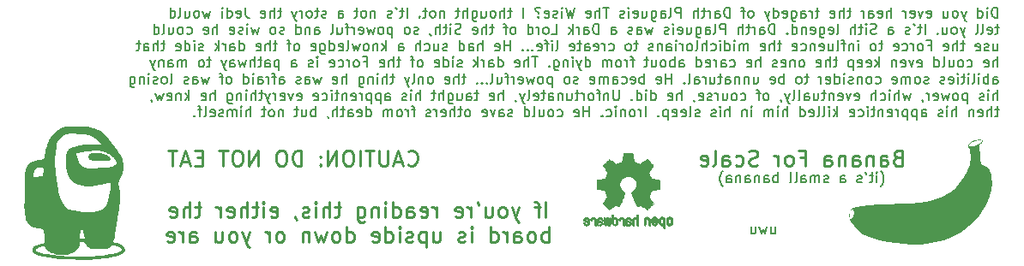
<source format=gbo>
G04 #@! TF.GenerationSoftware,KiCad,Pcbnew,(6.0.9)*
G04 #@! TF.CreationDate,2023-02-01T20:00:21-08:00*
G04 #@! TF.ProjectId,regulator_board,72656775-6c61-4746-9f72-5f626f617264,rev?*
G04 #@! TF.SameCoordinates,Original*
G04 #@! TF.FileFunction,Legend,Bot*
G04 #@! TF.FilePolarity,Positive*
%FSLAX46Y46*%
G04 Gerber Fmt 4.6, Leading zero omitted, Abs format (unit mm)*
G04 Created by KiCad (PCBNEW (6.0.9)) date 2023-02-01 20:00:21*
%MOMM*%
%LPD*%
G01*
G04 APERTURE LIST*
G04 Aperture macros list*
%AMRoundRect*
0 Rectangle with rounded corners*
0 $1 Rounding radius*
0 $2 $3 $4 $5 $6 $7 $8 $9 X,Y pos of 4 corners*
0 Add a 4 corners polygon primitive as box body*
4,1,4,$2,$3,$4,$5,$6,$7,$8,$9,$2,$3,0*
0 Add four circle primitives for the rounded corners*
1,1,$1+$1,$2,$3*
1,1,$1+$1,$4,$5*
1,1,$1+$1,$6,$7*
1,1,$1+$1,$8,$9*
0 Add four rect primitives between the rounded corners*
20,1,$1+$1,$2,$3,$4,$5,0*
20,1,$1+$1,$4,$5,$6,$7,0*
20,1,$1+$1,$6,$7,$8,$9,0*
20,1,$1+$1,$8,$9,$2,$3,0*%
G04 Aperture macros list end*
%ADD10C,0.152400*%
%ADD11C,0.254000*%
%ADD12C,0.033072*%
%ADD13C,0.000000*%
%ADD14C,0.177800*%
%ADD15C,0.010000*%
%ADD16RoundRect,1.500000X-1.500000X1.500000X-1.500000X-1.500000X1.500000X-1.500000X1.500000X1.500000X0*%
%ADD17C,6.000000*%
%ADD18RoundRect,0.250000X0.750000X-0.600000X0.750000X0.600000X-0.750000X0.600000X-0.750000X-0.600000X0*%
%ADD19O,2.000000X1.700000*%
%ADD20C,2.780000*%
%ADD21C,0.800000*%
%ADD22C,6.400000*%
G04 APERTURE END LIST*
D10*
X143014095Y-147737285D02*
X143014095Y-148414619D01*
X143449523Y-147737285D02*
X143449523Y-148269476D01*
X143401142Y-148366238D01*
X143304380Y-148414619D01*
X143159238Y-148414619D01*
X143062476Y-148366238D01*
X143014095Y-148317857D01*
X142627047Y-147737285D02*
X142433523Y-148414619D01*
X142240000Y-147930809D01*
X142046476Y-148414619D01*
X141852952Y-147737285D01*
X141030476Y-147737285D02*
X141030476Y-148414619D01*
X141465904Y-147737285D02*
X141465904Y-148269476D01*
X141417523Y-148366238D01*
X141320761Y-148414619D01*
X141175619Y-148414619D01*
X141078857Y-148366238D01*
X141030476Y-148317857D01*
D11*
X107169857Y-141514285D02*
X107242428Y-141586857D01*
X107460142Y-141659428D01*
X107605285Y-141659428D01*
X107823000Y-141586857D01*
X107968142Y-141441714D01*
X108040714Y-141296571D01*
X108113285Y-141006285D01*
X108113285Y-140788571D01*
X108040714Y-140498285D01*
X107968142Y-140353142D01*
X107823000Y-140208000D01*
X107605285Y-140135428D01*
X107460142Y-140135428D01*
X107242428Y-140208000D01*
X107169857Y-140280571D01*
X106589285Y-141224000D02*
X105863571Y-141224000D01*
X106734428Y-141659428D02*
X106226428Y-140135428D01*
X105718428Y-141659428D01*
X105210428Y-140135428D02*
X105210428Y-141369142D01*
X105137857Y-141514285D01*
X105065285Y-141586857D01*
X104920142Y-141659428D01*
X104629857Y-141659428D01*
X104484714Y-141586857D01*
X104412142Y-141514285D01*
X104339571Y-141369142D01*
X104339571Y-140135428D01*
X103831571Y-140135428D02*
X102960714Y-140135428D01*
X103396142Y-141659428D02*
X103396142Y-140135428D01*
X102452714Y-141659428D02*
X102452714Y-140135428D01*
X101436714Y-140135428D02*
X101146428Y-140135428D01*
X101001285Y-140208000D01*
X100856142Y-140353142D01*
X100783571Y-140643428D01*
X100783571Y-141151428D01*
X100856142Y-141441714D01*
X101001285Y-141586857D01*
X101146428Y-141659428D01*
X101436714Y-141659428D01*
X101581857Y-141586857D01*
X101727000Y-141441714D01*
X101799571Y-141151428D01*
X101799571Y-140643428D01*
X101727000Y-140353142D01*
X101581857Y-140208000D01*
X101436714Y-140135428D01*
X100130428Y-141659428D02*
X100130428Y-140135428D01*
X99259571Y-141659428D01*
X99259571Y-140135428D01*
X98533857Y-141514285D02*
X98461285Y-141586857D01*
X98533857Y-141659428D01*
X98606428Y-141586857D01*
X98533857Y-141514285D01*
X98533857Y-141659428D01*
X98533857Y-140716000D02*
X98461285Y-140788571D01*
X98533857Y-140861142D01*
X98606428Y-140788571D01*
X98533857Y-140716000D01*
X98533857Y-140861142D01*
X96647000Y-141659428D02*
X96647000Y-140135428D01*
X96284142Y-140135428D01*
X96066428Y-140208000D01*
X95921285Y-140353142D01*
X95848714Y-140498285D01*
X95776142Y-140788571D01*
X95776142Y-141006285D01*
X95848714Y-141296571D01*
X95921285Y-141441714D01*
X96066428Y-141586857D01*
X96284142Y-141659428D01*
X96647000Y-141659428D01*
X94832714Y-140135428D02*
X94542428Y-140135428D01*
X94397285Y-140208000D01*
X94252142Y-140353142D01*
X94179571Y-140643428D01*
X94179571Y-141151428D01*
X94252142Y-141441714D01*
X94397285Y-141586857D01*
X94542428Y-141659428D01*
X94832714Y-141659428D01*
X94977857Y-141586857D01*
X95123000Y-141441714D01*
X95195571Y-141151428D01*
X95195571Y-140643428D01*
X95123000Y-140353142D01*
X94977857Y-140208000D01*
X94832714Y-140135428D01*
X92365285Y-141659428D02*
X92365285Y-140135428D01*
X91494428Y-141659428D01*
X91494428Y-140135428D01*
X90478428Y-140135428D02*
X90188142Y-140135428D01*
X90043000Y-140208000D01*
X89897857Y-140353142D01*
X89825285Y-140643428D01*
X89825285Y-141151428D01*
X89897857Y-141441714D01*
X90043000Y-141586857D01*
X90188142Y-141659428D01*
X90478428Y-141659428D01*
X90623571Y-141586857D01*
X90768714Y-141441714D01*
X90841285Y-141151428D01*
X90841285Y-140643428D01*
X90768714Y-140353142D01*
X90623571Y-140208000D01*
X90478428Y-140135428D01*
X89389857Y-140135428D02*
X88519000Y-140135428D01*
X88954428Y-141659428D02*
X88954428Y-140135428D01*
X86849857Y-140861142D02*
X86341857Y-140861142D01*
X86124142Y-141659428D02*
X86849857Y-141659428D01*
X86849857Y-140135428D01*
X86124142Y-140135428D01*
X85543571Y-141224000D02*
X84817857Y-141224000D01*
X85688714Y-141659428D02*
X85180714Y-140135428D01*
X84672714Y-141659428D01*
X84382428Y-140135428D02*
X83511571Y-140135428D01*
X83947000Y-141659428D02*
X83947000Y-140135428D01*
D12*
X163752777Y-145401816D02*
X163542114Y-145749779D01*
X160377979Y-148450024D02*
X159970305Y-148625456D01*
X164665512Y-144094402D02*
X164703219Y-143853542D01*
X156090454Y-146933377D02*
X155575606Y-146940418D01*
X164609394Y-144341077D02*
X164665512Y-144094402D01*
X164306361Y-145091758D02*
X164372662Y-144967300D01*
X157932658Y-145453240D02*
X158328162Y-145380869D01*
X158750841Y-149257215D02*
X159209355Y-149174933D01*
X164655177Y-142533774D02*
X164595749Y-142280560D01*
X161021143Y-145022328D02*
X160785809Y-145257485D01*
X164485401Y-144716690D02*
X164532445Y-144591142D01*
X151283900Y-146001262D02*
X151283900Y-146001262D01*
X157045550Y-146862150D02*
X156580170Y-146907139D01*
X156261713Y-149237176D02*
X155752119Y-149203319D01*
X162341358Y-147698093D02*
X162816487Y-147269358D01*
X159035212Y-146371584D02*
X158679595Y-146503625D01*
X159644416Y-149071474D02*
X160056533Y-148948644D01*
X161855920Y-147561169D02*
X161510666Y-147809938D01*
X156672156Y-149338474D02*
X157229534Y-149358951D01*
X155478953Y-149205107D02*
X156088798Y-149287795D01*
X160056533Y-148948644D02*
X160446209Y-148808248D01*
X162166876Y-143355187D02*
X162003645Y-143661311D01*
X164532445Y-144591142D02*
X164609394Y-144341077D01*
X164432241Y-144842177D02*
X164485401Y-144716690D01*
X164578418Y-142696469D02*
X164534615Y-143106535D01*
X153249001Y-146767680D02*
X152596573Y-146672037D01*
X155532187Y-145621199D02*
X156330810Y-145602153D01*
X160225214Y-144704830D02*
X160581431Y-144492320D01*
D13*
G36*
X70112516Y-149965885D02*
G01*
X70114062Y-149947134D01*
X70116221Y-149928707D01*
X70118989Y-149910609D01*
X70122363Y-149892848D01*
X70126339Y-149875431D01*
X70130913Y-149858364D01*
X70136081Y-149841653D01*
X70141841Y-149825306D01*
X70148188Y-149809329D01*
X70155119Y-149793728D01*
X70162630Y-149778511D01*
X70170718Y-149763684D01*
X70179378Y-149749253D01*
X70188608Y-149735226D01*
X70198403Y-149721609D01*
X70208760Y-149708408D01*
X70219676Y-149695631D01*
X70231146Y-149683283D01*
X70243168Y-149671373D01*
X70255737Y-149659905D01*
X70268849Y-149648888D01*
X70282502Y-149638327D01*
X70296692Y-149628229D01*
X70311414Y-149618602D01*
X70326666Y-149609450D01*
X70342443Y-149600783D01*
X70358742Y-149592605D01*
X70375560Y-149584923D01*
X70392892Y-149577745D01*
X70410736Y-149571077D01*
X70429087Y-149564925D01*
X70738318Y-149468601D01*
X71047550Y-149369795D01*
X71338592Y-149277191D01*
X71312617Y-148923312D01*
X74791406Y-148923312D01*
X75257735Y-148923312D01*
X75151901Y-148208937D01*
X75148438Y-148187524D01*
X75144195Y-148166769D01*
X75139089Y-148146790D01*
X75133039Y-148127702D01*
X75125962Y-148109622D01*
X75122012Y-148100996D01*
X75117775Y-148092665D01*
X75113240Y-148084645D01*
X75108397Y-148076949D01*
X75103235Y-148069593D01*
X75097744Y-148062590D01*
X75091914Y-148055955D01*
X75085735Y-148049703D01*
X75079196Y-148043848D01*
X75072287Y-148038405D01*
X75064998Y-148033388D01*
X75057318Y-148028813D01*
X75049237Y-148024692D01*
X75040745Y-148021042D01*
X75031832Y-148017876D01*
X75022486Y-148015209D01*
X75012699Y-148013055D01*
X75002459Y-148011430D01*
X74991757Y-148010347D01*
X74980582Y-148009821D01*
X74968923Y-148009867D01*
X74956771Y-148010499D01*
X74945353Y-148011998D01*
X74934648Y-148014004D01*
X74924632Y-148016498D01*
X74915281Y-148019465D01*
X74906573Y-148022888D01*
X74898483Y-148026748D01*
X74890987Y-148031031D01*
X74884062Y-148035717D01*
X74877685Y-148040792D01*
X74871832Y-148046237D01*
X74866479Y-148052036D01*
X74861603Y-148058171D01*
X74857179Y-148064626D01*
X74853185Y-148071384D01*
X74849597Y-148078428D01*
X74846390Y-148085740D01*
X74841030Y-148101104D01*
X74836914Y-148117340D01*
X74833855Y-148134313D01*
X74831663Y-148151886D01*
X74830149Y-148169925D01*
X74829124Y-148188292D01*
X74827787Y-148225474D01*
X74810837Y-148574392D01*
X74791406Y-148923312D01*
X71312617Y-148923312D01*
X71300145Y-148753399D01*
X71280456Y-148492588D01*
X71259217Y-148232087D01*
X71254737Y-148189854D01*
X71248649Y-148151104D01*
X71240817Y-148115677D01*
X71236204Y-148099160D01*
X71231105Y-148083414D01*
X71225502Y-148068419D01*
X71219378Y-148054155D01*
X71212716Y-148040602D01*
X71205499Y-148027740D01*
X71197711Y-148015548D01*
X71189334Y-148004008D01*
X71180352Y-147993099D01*
X71170747Y-147982800D01*
X71160502Y-147973093D01*
X71149601Y-147963957D01*
X71138027Y-147955372D01*
X71125762Y-147947318D01*
X71112790Y-147939775D01*
X71099094Y-147932724D01*
X71084657Y-147926143D01*
X71069461Y-147920014D01*
X71053490Y-147914315D01*
X71036727Y-147909028D01*
X71000757Y-147899608D01*
X70961415Y-147891593D01*
X70918566Y-147884822D01*
X70675893Y-147851750D01*
X70615516Y-147842706D01*
X70555332Y-147832732D01*
X70495381Y-147821519D01*
X70435701Y-147808754D01*
X70335061Y-147782127D01*
X70239072Y-147750606D01*
X70147812Y-147714182D01*
X70061357Y-147672846D01*
X69979786Y-147626587D01*
X69903175Y-147575397D01*
X69831604Y-147519265D01*
X69797731Y-147489343D01*
X69765148Y-147458182D01*
X69733862Y-147425781D01*
X69703885Y-147392138D01*
X69675226Y-147357253D01*
X69647894Y-147321124D01*
X69621899Y-147283749D01*
X69597251Y-147245128D01*
X69573959Y-147205260D01*
X69552034Y-147164143D01*
X69531485Y-147121777D01*
X69512321Y-147078159D01*
X69478188Y-146987164D01*
X69449715Y-146891151D01*
X69426977Y-146790109D01*
X69402063Y-146656823D01*
X69379590Y-146522529D01*
X69359830Y-146387459D01*
X69343055Y-146251848D01*
X69329535Y-146115926D01*
X69319542Y-145979926D01*
X69313347Y-145844082D01*
X69311222Y-145708625D01*
X69316183Y-145112796D01*
X69328585Y-144516347D01*
X69360831Y-143324068D01*
X69368673Y-142943729D01*
X70138048Y-142943729D01*
X70141355Y-142930500D01*
X70140773Y-142931121D01*
X70140264Y-142931747D01*
X70139822Y-142932382D01*
X70139443Y-142933032D01*
X70139123Y-142933702D01*
X70138855Y-142934395D01*
X70138637Y-142935118D01*
X70138461Y-142935874D01*
X70138325Y-142936670D01*
X70138222Y-142937509D01*
X70138149Y-142938396D01*
X70138100Y-142939337D01*
X70138054Y-142941397D01*
X70138048Y-142943729D01*
X69368673Y-142943729D01*
X69371606Y-142801515D01*
X70184349Y-142801515D01*
X71146771Y-142692374D01*
X71219532Y-142067296D01*
X71220521Y-142055125D01*
X71221014Y-142043409D01*
X71221018Y-142032139D01*
X71220539Y-142021304D01*
X71219586Y-142010896D01*
X71218166Y-142000905D01*
X71216285Y-141991321D01*
X71213951Y-141982134D01*
X71211171Y-141973334D01*
X71207953Y-141964912D01*
X71204304Y-141956859D01*
X71200231Y-141949164D01*
X71195741Y-141941818D01*
X71190842Y-141934811D01*
X71185541Y-141928133D01*
X71179844Y-141921776D01*
X71173761Y-141915728D01*
X71167297Y-141909981D01*
X71160460Y-141904524D01*
X71153257Y-141899348D01*
X71145696Y-141894444D01*
X71137783Y-141889801D01*
X71120933Y-141881261D01*
X71102766Y-141873652D01*
X71083339Y-141866895D01*
X71062710Y-141860914D01*
X71040938Y-141855630D01*
X71004325Y-141848003D01*
X70968293Y-141841864D01*
X70932861Y-141837205D01*
X70898046Y-141834023D01*
X70863869Y-141832310D01*
X70830348Y-141832063D01*
X70797501Y-141833275D01*
X70765348Y-141835941D01*
X70733907Y-141840056D01*
X70703196Y-141845614D01*
X70673236Y-141852609D01*
X70644044Y-141861037D01*
X70615639Y-141870891D01*
X70588040Y-141882167D01*
X70561266Y-141894858D01*
X70535336Y-141908960D01*
X70510268Y-141924467D01*
X70486081Y-141941373D01*
X70462794Y-141959674D01*
X70440426Y-141979363D01*
X70418995Y-142000435D01*
X70398520Y-142022885D01*
X70379021Y-142046707D01*
X70360515Y-142071896D01*
X70343021Y-142098446D01*
X70326559Y-142126352D01*
X70311147Y-142155609D01*
X70296804Y-142186211D01*
X70283549Y-142218152D01*
X70271399Y-142251427D01*
X70260376Y-142286031D01*
X70250496Y-142321958D01*
X70243430Y-142351216D01*
X70237073Y-142380682D01*
X70226208Y-142440142D01*
X70217358Y-142500145D01*
X70209981Y-142560496D01*
X70197475Y-142681471D01*
X70191261Y-142741706D01*
X70184349Y-142801515D01*
X69371606Y-142801515D01*
X69372407Y-142762655D01*
X69377820Y-142622690D01*
X69385946Y-142483189D01*
X69397638Y-142344309D01*
X69413748Y-142206203D01*
X69431351Y-142098435D01*
X69454424Y-141997043D01*
X69468025Y-141948695D01*
X69483010Y-141901890D01*
X69499384Y-141856612D01*
X69517153Y-141812842D01*
X69536322Y-141770565D01*
X69556896Y-141729763D01*
X69578882Y-141690419D01*
X69602283Y-141652516D01*
X69627107Y-141616038D01*
X69653358Y-141580967D01*
X69681042Y-141547286D01*
X69710164Y-141514979D01*
X69740730Y-141484029D01*
X69772745Y-141454418D01*
X69806215Y-141426129D01*
X69841145Y-141399147D01*
X69877540Y-141373453D01*
X69915406Y-141349030D01*
X69927226Y-141342070D01*
X72345885Y-141342070D01*
X72354243Y-141649338D01*
X72371749Y-141957226D01*
X72396928Y-142265734D01*
X72425434Y-142544186D01*
X72458785Y-142821514D01*
X72496864Y-143097835D01*
X72539555Y-143373264D01*
X72586742Y-143647917D01*
X72638309Y-143921912D01*
X72694139Y-144195365D01*
X72754116Y-144468391D01*
X72777468Y-144564286D01*
X72804042Y-144658534D01*
X72833726Y-144751193D01*
X72866409Y-144842322D01*
X72901979Y-144931977D01*
X72940325Y-145020218D01*
X72981336Y-145107102D01*
X73024900Y-145192688D01*
X73070906Y-145277033D01*
X73119242Y-145360197D01*
X73169797Y-145442236D01*
X73222459Y-145523210D01*
X73277118Y-145603176D01*
X73333661Y-145682193D01*
X73391977Y-145760318D01*
X73451954Y-145837610D01*
X73470835Y-145860405D01*
X73490292Y-145881690D01*
X73510359Y-145901501D01*
X73531071Y-145919878D01*
X73552461Y-145936861D01*
X73574563Y-145952486D01*
X73597411Y-145966794D01*
X73621039Y-145979823D01*
X73645481Y-145991612D01*
X73670771Y-146002199D01*
X73696943Y-146011624D01*
X73724030Y-146019924D01*
X73752067Y-146027140D01*
X73781087Y-146033308D01*
X73811125Y-146038470D01*
X73842214Y-146042662D01*
X73976024Y-146059838D01*
X74109640Y-146080851D01*
X74243178Y-146104577D01*
X74376755Y-146129892D01*
X74644491Y-146180793D01*
X74778882Y-146204131D01*
X74913776Y-146224563D01*
X75139189Y-146252287D01*
X75251663Y-146262555D01*
X75363982Y-146270245D01*
X75476146Y-146275222D01*
X75588154Y-146277350D01*
X75700008Y-146276494D01*
X75811706Y-146272518D01*
X75923250Y-146265287D01*
X76034639Y-146254664D01*
X76145872Y-146240514D01*
X76256950Y-146222702D01*
X76367874Y-146201092D01*
X76478642Y-146175548D01*
X76589255Y-146145934D01*
X76699714Y-146112115D01*
X76772975Y-146086419D01*
X76842728Y-146057700D01*
X76909033Y-146025958D01*
X76971945Y-145991192D01*
X77031525Y-145953404D01*
X77087830Y-145912593D01*
X77140918Y-145868758D01*
X77190847Y-145821900D01*
X77237676Y-145772020D01*
X77281462Y-145719116D01*
X77322263Y-145663189D01*
X77360139Y-145604239D01*
X77395147Y-145542266D01*
X77427344Y-145477270D01*
X77456790Y-145409251D01*
X77483543Y-145338209D01*
X77543345Y-145156805D01*
X77598574Y-144974665D01*
X77648998Y-144791673D01*
X77694382Y-144607711D01*
X77734496Y-144422664D01*
X77769107Y-144236416D01*
X77797981Y-144048850D01*
X77820887Y-143859850D01*
X77822315Y-143851206D01*
X77824097Y-143842635D01*
X77826198Y-143834132D01*
X77828586Y-143825692D01*
X77831226Y-143817310D01*
X77834083Y-143808981D01*
X77840316Y-143792464D01*
X77867189Y-143727558D01*
X77860574Y-143533255D01*
X77856957Y-143428042D01*
X77853959Y-143314147D01*
X77802419Y-143322260D01*
X77754172Y-143329443D01*
X77665858Y-143342259D01*
X77624936Y-143348512D01*
X77585604Y-143355074D01*
X77547435Y-143362258D01*
X77510001Y-143370371D01*
X77200976Y-143442614D01*
X76893192Y-143516718D01*
X76585407Y-143587101D01*
X76431127Y-143619154D01*
X76276382Y-143648183D01*
X76178369Y-143664729D01*
X76080302Y-143678388D01*
X75982206Y-143689139D01*
X75884106Y-143696965D01*
X75786025Y-143701845D01*
X75687987Y-143703761D01*
X75590018Y-143702692D01*
X75492140Y-143698619D01*
X75394379Y-143691523D01*
X75296758Y-143681385D01*
X75199302Y-143668185D01*
X75102035Y-143651903D01*
X75004981Y-143632521D01*
X74908164Y-143610020D01*
X74811609Y-143584378D01*
X74715340Y-143555579D01*
X74618094Y-143522556D01*
X74524777Y-143485499D01*
X74435364Y-143444401D01*
X74349833Y-143399257D01*
X74268157Y-143350064D01*
X74190314Y-143296815D01*
X74116278Y-143239507D01*
X74046027Y-143178134D01*
X73979534Y-143112691D01*
X73916777Y-143043175D01*
X73857731Y-142969578D01*
X73802372Y-142891898D01*
X73750675Y-142810129D01*
X73702617Y-142724266D01*
X73658173Y-142634305D01*
X73617319Y-142540240D01*
X73573417Y-142427111D01*
X73534617Y-142313458D01*
X73500749Y-142199302D01*
X73471643Y-142084661D01*
X73447130Y-141969555D01*
X73427040Y-141854003D01*
X73411203Y-141738025D01*
X73399451Y-141621640D01*
X73391613Y-141504867D01*
X73387520Y-141387726D01*
X73387002Y-141270237D01*
X73389891Y-141152418D01*
X73396015Y-141034289D01*
X73405206Y-140915869D01*
X73417295Y-140797178D01*
X73432110Y-140678235D01*
X73446836Y-140583509D01*
X73464183Y-140499641D01*
X74411069Y-140499641D01*
X74451221Y-140615190D01*
X74491683Y-140729498D01*
X74531526Y-140843806D01*
X74550924Y-140901348D01*
X74569819Y-140959355D01*
X74612802Y-141084948D01*
X74660059Y-141201355D01*
X74711830Y-141308694D01*
X74768359Y-141407079D01*
X74798484Y-141452951D01*
X74829888Y-141496628D01*
X74862603Y-141538125D01*
X74896659Y-141577456D01*
X74932086Y-141614637D01*
X74968914Y-141649681D01*
X75007174Y-141682603D01*
X75046895Y-141713417D01*
X75088109Y-141742139D01*
X75130845Y-141768782D01*
X75175134Y-141793361D01*
X75221006Y-141815891D01*
X75268491Y-141836387D01*
X75317620Y-141854862D01*
X75368422Y-141871331D01*
X75420929Y-141885810D01*
X75475170Y-141898311D01*
X75531176Y-141908851D01*
X75648603Y-141924102D01*
X75773451Y-141931679D01*
X75905964Y-141931698D01*
X76106740Y-141925142D01*
X76307283Y-141915833D01*
X76707982Y-141891597D01*
X77108681Y-141864260D01*
X77510000Y-141839094D01*
X77572240Y-141835011D01*
X77633675Y-141828914D01*
X77694277Y-141820723D01*
X77754017Y-141810362D01*
X77812865Y-141797753D01*
X77870792Y-141782818D01*
X77927771Y-141765481D01*
X77983770Y-141745663D01*
X78038762Y-141723287D01*
X78092717Y-141698276D01*
X78145606Y-141670551D01*
X78197400Y-141640036D01*
X78248071Y-141606653D01*
X78297588Y-141570325D01*
X78345923Y-141530973D01*
X78393047Y-141488521D01*
X78394794Y-141463270D01*
X78395700Y-141438365D01*
X78395779Y-141413803D01*
X78395044Y-141389580D01*
X78393506Y-141365694D01*
X78391180Y-141342142D01*
X78388077Y-141318920D01*
X78384211Y-141296026D01*
X78379594Y-141273457D01*
X78374238Y-141251209D01*
X78368157Y-141229280D01*
X78361364Y-141207666D01*
X78345689Y-141165373D01*
X78327315Y-141124306D01*
X78306345Y-141084440D01*
X78282880Y-141045751D01*
X78257022Y-141008215D01*
X78228872Y-140971808D01*
X78198532Y-140936506D01*
X78166104Y-140902284D01*
X78131690Y-140869118D01*
X78095391Y-140836984D01*
X77995201Y-140754777D01*
X77893059Y-140676968D01*
X77788949Y-140603772D01*
X77682859Y-140535401D01*
X77574772Y-140472068D01*
X77464674Y-140413987D01*
X77352552Y-140361371D01*
X77238390Y-140314432D01*
X77122173Y-140273385D01*
X77003889Y-140238442D01*
X76883520Y-140209817D01*
X76761055Y-140187722D01*
X76636476Y-140172371D01*
X76509772Y-140163977D01*
X76380925Y-140162753D01*
X76249923Y-140168912D01*
X76036745Y-140188103D01*
X75823799Y-140212682D01*
X75611009Y-140241524D01*
X75398296Y-140273505D01*
X74546668Y-140410344D01*
X74542337Y-140411098D01*
X74538024Y-140412110D01*
X74533727Y-140413368D01*
X74529447Y-140414859D01*
X74525181Y-140416571D01*
X74520928Y-140418490D01*
X74512458Y-140422901D01*
X74504027Y-140427991D01*
X74495625Y-140433657D01*
X74487242Y-140439797D01*
X74478869Y-140446311D01*
X74445279Y-140474061D01*
X74436809Y-140480914D01*
X74428290Y-140487529D01*
X74419713Y-140493806D01*
X74411069Y-140499641D01*
X73464183Y-140499641D01*
X73465118Y-140495119D01*
X73487179Y-140412815D01*
X73513242Y-140336344D01*
X73527844Y-140300217D01*
X73543529Y-140265453D01*
X73560327Y-140232022D01*
X73578264Y-140199892D01*
X73597369Y-140169031D01*
X73617669Y-140139408D01*
X73639192Y-140110991D01*
X73661967Y-140083749D01*
X73686020Y-140057651D01*
X73711381Y-140032664D01*
X73738076Y-140008757D01*
X73766134Y-139985900D01*
X73795582Y-139964060D01*
X73826448Y-139943205D01*
X73858761Y-139923305D01*
X73892547Y-139904329D01*
X73927836Y-139886243D01*
X73964654Y-139869017D01*
X74042990Y-139837020D01*
X74127780Y-139808084D01*
X74219246Y-139781959D01*
X74442959Y-139727304D01*
X74667642Y-139680208D01*
X74893332Y-139641095D01*
X75120069Y-139610393D01*
X75347891Y-139588527D01*
X75576837Y-139575925D01*
X75691743Y-139573230D01*
X75806945Y-139573011D01*
X75922448Y-139575322D01*
X76038256Y-139580214D01*
X76117489Y-139584432D01*
X76196489Y-139587293D01*
X76275334Y-139588992D01*
X76354102Y-139589722D01*
X76511715Y-139589050D01*
X76669949Y-139586828D01*
X76682979Y-139586451D01*
X76696058Y-139585356D01*
X76709234Y-139583602D01*
X76722555Y-139581247D01*
X76736070Y-139578350D01*
X76749827Y-139574969D01*
X76778262Y-139566985D01*
X76840170Y-139547761D01*
X76874419Y-139537452D01*
X76911380Y-139527297D01*
X76827961Y-139427904D01*
X76742599Y-139333200D01*
X76655212Y-139243303D01*
X76565717Y-139158327D01*
X76474032Y-139078390D01*
X76380076Y-139003608D01*
X76283765Y-138934097D01*
X76185017Y-138869973D01*
X76083749Y-138811352D01*
X75979881Y-138758352D01*
X75873328Y-138711087D01*
X75764009Y-138669675D01*
X75651841Y-138634231D01*
X75536742Y-138604873D01*
X75418630Y-138581715D01*
X75297422Y-138564875D01*
X75101175Y-138546039D01*
X74904423Y-138531389D01*
X74707284Y-138520459D01*
X74509873Y-138512785D01*
X74312308Y-138507902D01*
X74114704Y-138505344D01*
X73719844Y-138505344D01*
X73672199Y-138506724D01*
X73624205Y-138510807D01*
X73575963Y-138517503D01*
X73527569Y-138526725D01*
X73479122Y-138538384D01*
X73430719Y-138552390D01*
X73382460Y-138568657D01*
X73334441Y-138587096D01*
X73286762Y-138607618D01*
X73239520Y-138630134D01*
X73192813Y-138654557D01*
X73146740Y-138680798D01*
X73056886Y-138738380D01*
X72970743Y-138802173D01*
X72889096Y-138871470D01*
X72812729Y-138945562D01*
X72742428Y-139023744D01*
X72709798Y-139064147D01*
X72678978Y-139105307D01*
X72650067Y-139147136D01*
X72623162Y-139189545D01*
X72598363Y-139232445D01*
X72575767Y-139275749D01*
X72555472Y-139319368D01*
X72537577Y-139363213D01*
X72522178Y-139407196D01*
X72509376Y-139451229D01*
X72508937Y-139497247D01*
X72509583Y-139543420D01*
X72511030Y-139635611D01*
X72510280Y-139681318D01*
X72509198Y-139704008D01*
X72507516Y-139726561D01*
X72505135Y-139748960D01*
X72501960Y-139771184D01*
X72497894Y-139793214D01*
X72492839Y-139815031D01*
X72460950Y-139967038D01*
X72433373Y-140119199D01*
X72409923Y-140271515D01*
X72390417Y-140423986D01*
X72374670Y-140576613D01*
X72362498Y-140729394D01*
X72348145Y-141035422D01*
X72345885Y-141342070D01*
X69927226Y-141342070D01*
X69954749Y-141325863D01*
X69995573Y-141303933D01*
X70081690Y-141263719D01*
X70173799Y-141228253D01*
X70271945Y-141197399D01*
X70376170Y-141171021D01*
X70438337Y-141156610D01*
X70500814Y-141143167D01*
X70563601Y-141130733D01*
X70626698Y-141119344D01*
X70690105Y-141109041D01*
X70753822Y-141099862D01*
X70817849Y-141091846D01*
X70882186Y-141085031D01*
X70930797Y-141079307D01*
X70976211Y-141071951D01*
X71018486Y-141062802D01*
X71057679Y-141051700D01*
X71076138Y-141045367D01*
X71093849Y-141038486D01*
X71110819Y-141031037D01*
X71127055Y-141023001D01*
X71142564Y-141014356D01*
X71157353Y-141005083D01*
X71171430Y-140995162D01*
X71184803Y-140984573D01*
X71197478Y-140973296D01*
X71209462Y-140961311D01*
X71220764Y-140948598D01*
X71231389Y-140935138D01*
X71241346Y-140920909D01*
X71250642Y-140905893D01*
X71259284Y-140890069D01*
X71267279Y-140873417D01*
X71274634Y-140855917D01*
X71281357Y-140837549D01*
X71287455Y-140818294D01*
X71292936Y-140798131D01*
X71297806Y-140777040D01*
X71302073Y-140755001D01*
X71305744Y-140731995D01*
X71308826Y-140708000D01*
X71321390Y-140610477D01*
X71336628Y-140513820D01*
X71354347Y-140417967D01*
X71374352Y-140322856D01*
X71396450Y-140228423D01*
X71420448Y-140134605D01*
X71473364Y-139948563D01*
X71531552Y-139764227D01*
X71549036Y-139712505D01*
X72363855Y-139712505D01*
X72439096Y-139583107D01*
X72457519Y-139550467D01*
X72475476Y-139517633D01*
X72492814Y-139484567D01*
X72509376Y-139451229D01*
X72492814Y-139483482D01*
X72475476Y-139515773D01*
X72439096Y-139580627D01*
X72401476Y-139646101D01*
X72363855Y-139712505D01*
X71549036Y-139712505D01*
X71593460Y-139581092D01*
X71722238Y-139216412D01*
X71765887Y-139103057D01*
X71814855Y-138994804D01*
X71868959Y-138891482D01*
X71928013Y-138792923D01*
X71991835Y-138698957D01*
X72060240Y-138609414D01*
X72133044Y-138524124D01*
X72210063Y-138442919D01*
X72291113Y-138365628D01*
X72376009Y-138292082D01*
X72464568Y-138222111D01*
X72556605Y-138155546D01*
X72651937Y-138092218D01*
X72750379Y-138031956D01*
X72851747Y-137974591D01*
X72955858Y-137919954D01*
X72985417Y-137905684D01*
X73015757Y-137892610D01*
X73046804Y-137880690D01*
X73078486Y-137869879D01*
X73110729Y-137860134D01*
X73143462Y-137851411D01*
X73176612Y-137843667D01*
X73210106Y-137836858D01*
X73243871Y-137830940D01*
X73277834Y-137825870D01*
X73311923Y-137821604D01*
X73346066Y-137818099D01*
X73414221Y-137813196D01*
X73481717Y-137810813D01*
X73965305Y-137800168D01*
X74448273Y-137792623D01*
X74689330Y-137792145D01*
X74930000Y-137795000D01*
X75170205Y-137802041D01*
X75409867Y-137814120D01*
X75582941Y-137829244D01*
X75752353Y-137852322D01*
X75918005Y-137883404D01*
X76079801Y-137922537D01*
X76237643Y-137969771D01*
X76391436Y-138025154D01*
X76541081Y-138088734D01*
X76686482Y-138160559D01*
X76827543Y-138240678D01*
X76964166Y-138329140D01*
X77096254Y-138425993D01*
X77223711Y-138531286D01*
X77346439Y-138645066D01*
X77464342Y-138767382D01*
X77577323Y-138898284D01*
X77685285Y-139037818D01*
X78235122Y-139791053D01*
X78508490Y-140168912D01*
X78779998Y-140549250D01*
X78795232Y-140571181D01*
X78809938Y-140593543D01*
X78824131Y-140616303D01*
X78837824Y-140639426D01*
X78851033Y-140662878D01*
X78863772Y-140686626D01*
X78887899Y-140734872D01*
X78910320Y-140783894D01*
X78931152Y-140833419D01*
X78950512Y-140883177D01*
X78968515Y-140932896D01*
X78992953Y-141007536D01*
X79014261Y-141082596D01*
X79032566Y-141158035D01*
X79047993Y-141233808D01*
X79060668Y-141309872D01*
X79070718Y-141386182D01*
X79078267Y-141462697D01*
X79083443Y-141539371D01*
X79086371Y-141616161D01*
X79087177Y-141693024D01*
X79085986Y-141769916D01*
X79082926Y-141846794D01*
X79071699Y-142000331D01*
X79054504Y-142153287D01*
X79047424Y-142199825D01*
X79038639Y-142246382D01*
X79028226Y-142292900D01*
X79016263Y-142339322D01*
X79002827Y-142385588D01*
X78987996Y-142431642D01*
X78971848Y-142477424D01*
X78954458Y-142522877D01*
X78935907Y-142567942D01*
X78916270Y-142612561D01*
X78895625Y-142656677D01*
X78874050Y-142700230D01*
X78851622Y-142743164D01*
X78828420Y-142785419D01*
X78804519Y-142826938D01*
X78779999Y-142867662D01*
X78753185Y-142912316D01*
X78728581Y-142957004D01*
X78706225Y-143001760D01*
X78686155Y-143046617D01*
X78668410Y-143091610D01*
X78653030Y-143136773D01*
X78640053Y-143182139D01*
X78629518Y-143227743D01*
X78621463Y-143273618D01*
X78615927Y-143319798D01*
X78612949Y-143366318D01*
X78612568Y-143413210D01*
X78614822Y-143460509D01*
X78619751Y-143508249D01*
X78627393Y-143556464D01*
X78637786Y-143605188D01*
X78676658Y-143778745D01*
X78708002Y-143952163D01*
X78732272Y-144125454D01*
X78749924Y-144298634D01*
X78761414Y-144471717D01*
X78767197Y-144644717D01*
X78767728Y-144817650D01*
X78763463Y-144990530D01*
X78754858Y-145163370D01*
X78742366Y-145336187D01*
X78707549Y-145681805D01*
X78662656Y-146027501D01*
X78611328Y-146373390D01*
X78451751Y-147437925D01*
X78368552Y-147970037D01*
X78277291Y-148499978D01*
X78268043Y-148546336D01*
X78257719Y-148592408D01*
X78234193Y-148683791D01*
X78207412Y-148774322D01*
X78178073Y-148864193D01*
X78146873Y-148953600D01*
X78114511Y-149042735D01*
X78049089Y-149220968D01*
X78066316Y-149224546D01*
X78083350Y-149227892D01*
X78117302Y-149234196D01*
X78151873Y-149240501D01*
X78187995Y-149247425D01*
X78287679Y-149267166D01*
X78337695Y-149277540D01*
X78387673Y-149288767D01*
X78437496Y-149301234D01*
X78487047Y-149315328D01*
X78511684Y-149323107D01*
X78536211Y-149331439D01*
X78560611Y-149340371D01*
X78584870Y-149349952D01*
X78620019Y-149365181D01*
X78654756Y-149381093D01*
X78689057Y-149397674D01*
X78722898Y-149414909D01*
X78756254Y-149432783D01*
X78789102Y-149451283D01*
X78821417Y-149470393D01*
X78853174Y-149490098D01*
X78884351Y-149510385D01*
X78914921Y-149531239D01*
X78944862Y-149552645D01*
X78974149Y-149574589D01*
X79002757Y-149597057D01*
X79030664Y-149620032D01*
X79057843Y-149643503D01*
X79084271Y-149667452D01*
X79104621Y-149686790D01*
X79123513Y-149706351D01*
X79140961Y-149726126D01*
X79156980Y-149746103D01*
X79171584Y-149766275D01*
X79184788Y-149786631D01*
X79196607Y-149807161D01*
X79207054Y-149827855D01*
X79216145Y-149848705D01*
X79223894Y-149869700D01*
X79230315Y-149890831D01*
X79235423Y-149912088D01*
X79239233Y-149933461D01*
X79241760Y-149954940D01*
X79243016Y-149976517D01*
X79243018Y-149998181D01*
X79240384Y-150021008D01*
X79236203Y-150043598D01*
X79230483Y-150065946D01*
X79223226Y-150088046D01*
X79214439Y-150109895D01*
X79204125Y-150131487D01*
X79192291Y-150152817D01*
X79178940Y-150173881D01*
X79164077Y-150194674D01*
X79147708Y-150215190D01*
X79129837Y-150235425D01*
X79110469Y-150255375D01*
X79089608Y-150275034D01*
X79067261Y-150294397D01*
X79043430Y-150313460D01*
X79018123Y-150332217D01*
X78975365Y-150361404D01*
X78931397Y-150389443D01*
X78886169Y-150416348D01*
X78839632Y-150442134D01*
X78791740Y-150466815D01*
X78742442Y-150490406D01*
X78691691Y-150512921D01*
X78639438Y-150534376D01*
X78585635Y-150554784D01*
X78530233Y-150574160D01*
X78473184Y-150592519D01*
X78414439Y-150609875D01*
X78353950Y-150626243D01*
X78291668Y-150641637D01*
X78227546Y-150656072D01*
X78161534Y-150669562D01*
X77790310Y-150740132D01*
X77434705Y-150800665D01*
X77093285Y-150851353D01*
X76764617Y-150892390D01*
X76447265Y-150923971D01*
X76139797Y-150946289D01*
X75840778Y-150959537D01*
X75548774Y-150963910D01*
X75280883Y-150963910D01*
X74666347Y-150961068D01*
X74045610Y-150953575D01*
X73734078Y-150946243D01*
X73422392Y-150935540D01*
X73111016Y-150920728D01*
X72800414Y-150901072D01*
X72614269Y-150884904D01*
X72428086Y-150864123D01*
X72242135Y-150839390D01*
X72056687Y-150811362D01*
X71872015Y-150780698D01*
X71688389Y-150748058D01*
X71325362Y-150679483D01*
X71216222Y-150657727D01*
X71107081Y-150636902D01*
X70888800Y-150596801D01*
X70864111Y-150592120D01*
X70839649Y-150586789D01*
X70815411Y-150580858D01*
X70791390Y-150574374D01*
X70767582Y-150567386D01*
X70743983Y-150559943D01*
X70697390Y-150543885D01*
X70651573Y-150526586D01*
X70606492Y-150508434D01*
X70518383Y-150471124D01*
X70490530Y-150458722D01*
X70461746Y-150446320D01*
X70402628Y-150421515D01*
X70367712Y-150406329D01*
X70334913Y-150389327D01*
X70304255Y-150370551D01*
X70275762Y-150350046D01*
X70249460Y-150327855D01*
X70225371Y-150304022D01*
X70203521Y-150278590D01*
X70183933Y-150251603D01*
X70166632Y-150223104D01*
X70151642Y-150193137D01*
X70138987Y-150161746D01*
X70128691Y-150128975D01*
X70120779Y-150094866D01*
X70115275Y-150059463D01*
X70112202Y-150022811D01*
X70111640Y-149988261D01*
X70425782Y-149988261D01*
X70426096Y-150002102D01*
X70427055Y-150015126D01*
X70427783Y-150021341D01*
X70428682Y-150027364D01*
X70429753Y-150033199D01*
X70431001Y-150038851D01*
X70432429Y-150044324D01*
X70434038Y-150049622D01*
X70435833Y-150054749D01*
X70437816Y-150059709D01*
X70439991Y-150064507D01*
X70442360Y-150069147D01*
X70444926Y-150073634D01*
X70447693Y-150077970D01*
X70450663Y-150082162D01*
X70453840Y-150086212D01*
X70457226Y-150090125D01*
X70460825Y-150093906D01*
X70464639Y-150097559D01*
X70468673Y-150101087D01*
X70472927Y-150104495D01*
X70477407Y-150107788D01*
X70482114Y-150110969D01*
X70487052Y-150114043D01*
X70492223Y-150117014D01*
X70497632Y-150119886D01*
X70509171Y-150125352D01*
X70521693Y-150130473D01*
X70553423Y-150142928D01*
X70584532Y-150155692D01*
X70615641Y-150169076D01*
X70647371Y-150183391D01*
X70725557Y-150217136D01*
X70763817Y-150232865D01*
X70801573Y-150247470D01*
X70838864Y-150260680D01*
X70857348Y-150266677D01*
X70875729Y-150272223D01*
X70894014Y-150277285D01*
X70912206Y-150281828D01*
X70930311Y-150285819D01*
X70948334Y-150289224D01*
X71388204Y-150371907D01*
X71743686Y-150440430D01*
X71923346Y-150472947D01*
X72103819Y-150503372D01*
X72284758Y-150531006D01*
X72465813Y-150555151D01*
X72646635Y-150575112D01*
X72826876Y-150590188D01*
X73132955Y-150608895D01*
X73440585Y-150623261D01*
X74058015Y-150641450D01*
X74674205Y-150649719D01*
X75284194Y-150653026D01*
X75512396Y-150653026D01*
X75799743Y-150648801D01*
X76094686Y-150635973D01*
X76398621Y-150614307D01*
X76712943Y-150583573D01*
X77039047Y-150543536D01*
X77378328Y-150493966D01*
X77732183Y-150434628D01*
X78102005Y-150365292D01*
X78159412Y-150353158D01*
X78215080Y-150340312D01*
X78269052Y-150326740D01*
X78321372Y-150312426D01*
X78372084Y-150297357D01*
X78421230Y-150281517D01*
X78468856Y-150264893D01*
X78515004Y-150247469D01*
X78559718Y-150229231D01*
X78603041Y-150210165D01*
X78645018Y-150190256D01*
X78685691Y-150169489D01*
X78725105Y-150147851D01*
X78763303Y-150125325D01*
X78800328Y-150101899D01*
X78836225Y-150077557D01*
X78848712Y-150067867D01*
X78860157Y-150058643D01*
X78870605Y-150049884D01*
X78880098Y-150041590D01*
X78888680Y-150033761D01*
X78896395Y-150026397D01*
X78903287Y-150019498D01*
X78909398Y-150013064D01*
X78914773Y-150007096D01*
X78919456Y-150001592D01*
X78923489Y-149996554D01*
X78926916Y-149991981D01*
X78929782Y-149987873D01*
X78932129Y-149984230D01*
X78934002Y-149981052D01*
X78935443Y-149978339D01*
X78935283Y-149976248D01*
X78934784Y-149973701D01*
X78933917Y-149970709D01*
X78932653Y-149967281D01*
X78930962Y-149963426D01*
X78928816Y-149959154D01*
X78926185Y-149954476D01*
X78923041Y-149949400D01*
X78919354Y-149943937D01*
X78915096Y-149938096D01*
X78910237Y-149931887D01*
X78904748Y-149925319D01*
X78898600Y-149918402D01*
X78891764Y-149911147D01*
X78884212Y-149903562D01*
X78875913Y-149895657D01*
X78855067Y-149876591D01*
X78833480Y-149857855D01*
X78811185Y-149839468D01*
X78788218Y-149821449D01*
X78764610Y-149803818D01*
X78740397Y-149786593D01*
X78715613Y-149769795D01*
X78690291Y-149753443D01*
X78664465Y-149737555D01*
X78638169Y-149722153D01*
X78611436Y-149707254D01*
X78584302Y-149692878D01*
X78556800Y-149679045D01*
X78528963Y-149665774D01*
X78500826Y-149653084D01*
X78472423Y-149640995D01*
X78453628Y-149633781D01*
X78434466Y-149626997D01*
X78395114Y-149614588D01*
X78354522Y-149603497D01*
X78312845Y-149593453D01*
X78270238Y-149584183D01*
X78226856Y-149575418D01*
X78138386Y-149558313D01*
X78112496Y-149553352D01*
X78085056Y-149548391D01*
X78029245Y-149538469D01*
X78025673Y-149540800D01*
X78022372Y-149542861D01*
X78019304Y-149544689D01*
X78016429Y-149546323D01*
X78013710Y-149547802D01*
X78011107Y-149549165D01*
X78006094Y-149551698D01*
X77976587Y-149568544D01*
X77962318Y-149576696D01*
X77948630Y-149584770D01*
X77935717Y-149592845D01*
X77929612Y-149596906D01*
X77923774Y-149600996D01*
X77918226Y-149605126D01*
X77912993Y-149609303D01*
X77908099Y-149613539D01*
X77903568Y-149617843D01*
X77860893Y-149659197D01*
X77817191Y-149697683D01*
X77772442Y-149733301D01*
X77726628Y-149766051D01*
X77679728Y-149795933D01*
X77631724Y-149822947D01*
X77582596Y-149847093D01*
X77532324Y-149868371D01*
X77480890Y-149886781D01*
X77428274Y-149902322D01*
X77374456Y-149914996D01*
X77319417Y-149924802D01*
X77263138Y-149931739D01*
X77205600Y-149935809D01*
X77146782Y-149937010D01*
X77086667Y-149935344D01*
X76995516Y-149931003D01*
X76903164Y-149927903D01*
X76809649Y-149926042D01*
X76715010Y-149925422D01*
X76619286Y-149926042D01*
X76522515Y-149927903D01*
X76424737Y-149931003D01*
X76325989Y-149935344D01*
X76286893Y-149936613D01*
X76248360Y-149936701D01*
X76210391Y-149935608D01*
X76172988Y-149933335D01*
X76136152Y-149929882D01*
X76099884Y-149925250D01*
X76064185Y-149919439D01*
X76029056Y-149912451D01*
X75994500Y-149904285D01*
X75960516Y-149894943D01*
X75927106Y-149884425D01*
X75894271Y-149872731D01*
X75862013Y-149859863D01*
X75830333Y-149845820D01*
X75799232Y-149830603D01*
X75768711Y-149814214D01*
X75738771Y-149796652D01*
X75709413Y-149777919D01*
X75680640Y-149758014D01*
X75652452Y-149736938D01*
X75624849Y-149714693D01*
X75597834Y-149691278D01*
X75571408Y-149666695D01*
X75545572Y-149640943D01*
X75520326Y-149614024D01*
X75495673Y-149585938D01*
X75471614Y-149556685D01*
X75448149Y-149526267D01*
X75425280Y-149494683D01*
X75403008Y-149461936D01*
X75360260Y-149392948D01*
X75355109Y-149385469D01*
X75349595Y-149377917D01*
X75343742Y-149370297D01*
X75337574Y-149362614D01*
X75324390Y-149347079D01*
X75310237Y-149331350D01*
X75295309Y-149315466D01*
X75279800Y-149299466D01*
X75247812Y-149267271D01*
X75221354Y-149240814D01*
X74827787Y-149240814D01*
X74824180Y-149244118D01*
X74820791Y-149247874D01*
X74817606Y-149252143D01*
X74814609Y-149256988D01*
X74811787Y-149262473D01*
X74809125Y-149268661D01*
X74806608Y-149275614D01*
X74804222Y-149283395D01*
X74801952Y-149292068D01*
X74799784Y-149301695D01*
X74797703Y-149312339D01*
X74795695Y-149324064D01*
X74791839Y-149351007D01*
X74788099Y-149383026D01*
X74778177Y-149452480D01*
X74768912Y-149500929D01*
X74757229Y-149548307D01*
X74743114Y-149594629D01*
X74726553Y-149639910D01*
X74707530Y-149684164D01*
X74686032Y-149727405D01*
X74662043Y-149769648D01*
X74635550Y-149810907D01*
X74606538Y-149851198D01*
X74574992Y-149890534D01*
X74540898Y-149928930D01*
X74504241Y-149966401D01*
X74465006Y-150002962D01*
X74423180Y-150038626D01*
X74378747Y-150073408D01*
X74331693Y-150107323D01*
X74190971Y-150198986D01*
X74047880Y-150279264D01*
X73902453Y-150348166D01*
X73754726Y-150405703D01*
X73604731Y-150451884D01*
X73452503Y-150486719D01*
X73298075Y-150510217D01*
X73141482Y-150522389D01*
X72982757Y-150523243D01*
X72821934Y-150512790D01*
X72659048Y-150491039D01*
X72494131Y-150458000D01*
X72327219Y-150413683D01*
X72158344Y-150358096D01*
X71987542Y-150291251D01*
X71814845Y-150213157D01*
X71773376Y-150191841D01*
X71733312Y-150168825D01*
X71694663Y-150144113D01*
X71657438Y-150117711D01*
X71621647Y-150089622D01*
X71587300Y-150059853D01*
X71554407Y-150028407D01*
X71522976Y-149995289D01*
X71493018Y-149960505D01*
X71464543Y-149924060D01*
X71437560Y-149885957D01*
X71412078Y-149846203D01*
X71388109Y-149804801D01*
X71365660Y-149761757D01*
X71344742Y-149717076D01*
X71325365Y-149670761D01*
X71324049Y-149667660D01*
X71322588Y-149664554D01*
X71320991Y-149661438D01*
X71319268Y-149658307D01*
X71317428Y-149655157D01*
X71315482Y-149651983D01*
X71311309Y-149645543D01*
X71292292Y-149617845D01*
X71143464Y-149664147D01*
X70834233Y-149760471D01*
X70525001Y-149859276D01*
X70511896Y-149863740D01*
X70499847Y-149868481D01*
X70488826Y-149873541D01*
X70478802Y-149878965D01*
X70474156Y-149881826D01*
X70469748Y-149884795D01*
X70465574Y-149887877D01*
X70461633Y-149891076D01*
X70457919Y-149894399D01*
X70454429Y-149897851D01*
X70451159Y-149901438D01*
X70448106Y-149905165D01*
X70445267Y-149909036D01*
X70442637Y-149913059D01*
X70440213Y-149917238D01*
X70437991Y-149921578D01*
X70435967Y-149926086D01*
X70434139Y-149930766D01*
X70432502Y-149935625D01*
X70431053Y-149940666D01*
X70429788Y-149945897D01*
X70428703Y-149951322D01*
X70427061Y-149962778D01*
X70426097Y-149975076D01*
X70425782Y-149988261D01*
X70111640Y-149988261D01*
X70111586Y-149984952D01*
X70112516Y-149965885D01*
G37*
D12*
X164595749Y-142280560D02*
X164578418Y-142696469D01*
X160813951Y-148652092D02*
X161160266Y-148481981D01*
X154709494Y-149053730D02*
X154177780Y-148936484D01*
X162471169Y-142502548D02*
X162735397Y-142032513D01*
X157254173Y-149226801D02*
X156762618Y-149244751D01*
X163941579Y-145042710D02*
X163752777Y-145401816D01*
X159548671Y-148780662D02*
X159113737Y-148914885D01*
X157761437Y-149351030D02*
X158268371Y-149316516D01*
X161895173Y-143315717D02*
X162190756Y-142929594D01*
X159486544Y-145046349D02*
X159859914Y-144888818D01*
X156762618Y-149244751D02*
X156261713Y-149237176D01*
X157735722Y-149184082D02*
X157254173Y-149226801D01*
X151886678Y-145823615D02*
X152542383Y-145713732D01*
X159970305Y-148625456D02*
X159548671Y-148780662D01*
X164700393Y-142821224D02*
X164655177Y-142533774D01*
X162003645Y-143661311D02*
X161830383Y-143956723D01*
X154177780Y-148936484D02*
X154177780Y-148936484D01*
X155234493Y-149142423D02*
X154709494Y-149053730D01*
X155752119Y-149203319D02*
X155234493Y-149142423D01*
X154842116Y-149088605D02*
X155478953Y-149205107D01*
X164041977Y-145646137D02*
X164306361Y-145091758D01*
X154467336Y-146895123D02*
X153872324Y-146841893D01*
X151578166Y-145902935D02*
X151886678Y-145823615D01*
X159371262Y-146223472D02*
X159035212Y-146371584D01*
X153872324Y-146841893D02*
X153249001Y-146767680D01*
X162735397Y-142032513D02*
X162466427Y-142712593D01*
X156330810Y-145602153D02*
X157133672Y-145551678D01*
X156580170Y-146907139D02*
X156090454Y-146933377D01*
X162190756Y-142929594D02*
X162471169Y-142502548D01*
X163220066Y-146835352D02*
X163556144Y-146410518D01*
D13*
G36*
X76500812Y-140415252D02*
G01*
X76600361Y-140417080D01*
X76699715Y-140420265D01*
X76766953Y-140424128D01*
X76834539Y-140430704D01*
X76902203Y-140439915D01*
X76969673Y-140451684D01*
X77036678Y-140465934D01*
X77102946Y-140482587D01*
X77168207Y-140501565D01*
X77232189Y-140522791D01*
X77263734Y-140533718D01*
X77295099Y-140545400D01*
X77326260Y-140557818D01*
X77357194Y-140570954D01*
X77387877Y-140584787D01*
X77418283Y-140599298D01*
X77448388Y-140614468D01*
X77478169Y-140630278D01*
X77507601Y-140646708D01*
X77536661Y-140663739D01*
X77565322Y-140681351D01*
X77593563Y-140699525D01*
X77621358Y-140718241D01*
X77648682Y-140737481D01*
X77675513Y-140757225D01*
X77701825Y-140777453D01*
X77713948Y-140788311D01*
X77725480Y-140800914D01*
X77736373Y-140815067D01*
X77746577Y-140830576D01*
X77756045Y-140847248D01*
X77764728Y-140864889D01*
X77772578Y-140883305D01*
X77779546Y-140902303D01*
X77785584Y-140921688D01*
X77790644Y-140941267D01*
X77794676Y-140960846D01*
X77797633Y-140980231D01*
X77799466Y-140999229D01*
X77800126Y-141017645D01*
X77799566Y-141035286D01*
X77797736Y-141051958D01*
X77795569Y-141063480D01*
X77792801Y-141074488D01*
X77789452Y-141084991D01*
X77785540Y-141094998D01*
X77781087Y-141104518D01*
X77776109Y-141113560D01*
X77770628Y-141122134D01*
X77764663Y-141130248D01*
X77758232Y-141137911D01*
X77751356Y-141145133D01*
X77744054Y-141151923D01*
X77736344Y-141158289D01*
X77728247Y-141164241D01*
X77719782Y-141169788D01*
X77701824Y-141179702D01*
X77682626Y-141188105D01*
X77662343Y-141195070D01*
X77641130Y-141200668D01*
X77619142Y-141204972D01*
X77596533Y-141208056D01*
X77573460Y-141209991D01*
X77550076Y-141210851D01*
X77526538Y-141210708D01*
X77397553Y-141209313D01*
X77268569Y-141209468D01*
X77010600Y-141210708D01*
X77010600Y-141217323D01*
X76497970Y-141180116D01*
X76241345Y-141160582D01*
X75985340Y-141137948D01*
X75966349Y-141135827D01*
X75947829Y-141133192D01*
X75929783Y-141130050D01*
X75912217Y-141126411D01*
X75895136Y-141122282D01*
X75878544Y-141117673D01*
X75862446Y-141112591D01*
X75846847Y-141107045D01*
X75831752Y-141101044D01*
X75817165Y-141094596D01*
X75803092Y-141087710D01*
X75789538Y-141080393D01*
X75776506Y-141072655D01*
X75764003Y-141064504D01*
X75752033Y-141055949D01*
X75740600Y-141046997D01*
X75729710Y-141037658D01*
X75719368Y-141027940D01*
X75709577Y-141017851D01*
X75700344Y-141007400D01*
X75691673Y-140996596D01*
X75683569Y-140985446D01*
X75676036Y-140973959D01*
X75669080Y-140962145D01*
X75662705Y-140950010D01*
X75656917Y-140937564D01*
X75651719Y-140924816D01*
X75647117Y-140911773D01*
X75643116Y-140898444D01*
X75639721Y-140884838D01*
X75636936Y-140870963D01*
X75634767Y-140856828D01*
X75632635Y-140838888D01*
X75631199Y-140821049D01*
X75630459Y-140803338D01*
X75630413Y-140785780D01*
X75631059Y-140768397D01*
X75632397Y-140751217D01*
X75634426Y-140734263D01*
X75637144Y-140717560D01*
X75640549Y-140701134D01*
X75644642Y-140685008D01*
X75649419Y-140669208D01*
X75654882Y-140653759D01*
X75661027Y-140638686D01*
X75667854Y-140624012D01*
X75675362Y-140609764D01*
X75683549Y-140595966D01*
X75692415Y-140582642D01*
X75701957Y-140569818D01*
X75712176Y-140557519D01*
X75723069Y-140545768D01*
X75734635Y-140534592D01*
X75746874Y-140524015D01*
X75759784Y-140514061D01*
X75773363Y-140504756D01*
X75787611Y-140496125D01*
X75802526Y-140488192D01*
X75818108Y-140480982D01*
X75834354Y-140474519D01*
X75851264Y-140468830D01*
X75868837Y-140463938D01*
X75887071Y-140459868D01*
X75905965Y-140456646D01*
X76004234Y-140441382D01*
X76103007Y-140430032D01*
X76202168Y-140422171D01*
X76301600Y-140417371D01*
X76401187Y-140415207D01*
X76500812Y-140415252D01*
G37*
D12*
X162183923Y-147295959D02*
X161855920Y-147561169D01*
X161510666Y-147809938D02*
X161148819Y-148041508D01*
X164730107Y-143190065D02*
X164718399Y-142996682D01*
X158268371Y-149316516D02*
X158750841Y-149257215D01*
X159113737Y-148914885D02*
X158666162Y-149027367D01*
X164372662Y-144967300D02*
X164432241Y-144842177D01*
X164250964Y-144294098D02*
X164107861Y-144673219D01*
X164718399Y-142996682D02*
X164700393Y-142821224D01*
X164703219Y-143853542D02*
X164724940Y-143620917D01*
X161242472Y-144774227D02*
X161021143Y-145022328D01*
X161585435Y-143662985D02*
X161895173Y-143315717D01*
X163057836Y-146409249D02*
X162785540Y-146719242D01*
X163542114Y-145749779D02*
X163310247Y-146085842D01*
X161646297Y-144240978D02*
X161450592Y-144513628D01*
X162785540Y-146719242D02*
X162494016Y-147015064D01*
X164534615Y-143106535D02*
X164465000Y-143510000D01*
X161450592Y-144513628D02*
X161242472Y-144774227D01*
X160771037Y-148255122D02*
X160377979Y-148450024D01*
X162494016Y-147015064D02*
X162183923Y-147295959D01*
X162816487Y-147269358D02*
X163220066Y-146835352D01*
X163828765Y-146009299D02*
X164041977Y-145646137D01*
X158719654Y-145290308D02*
X159106119Y-145179490D01*
X160269951Y-145687179D02*
X159987836Y-145880823D01*
X160446209Y-148808248D02*
X160813951Y-148652092D01*
X157229534Y-149358951D02*
X157761437Y-149351030D01*
X159859914Y-144888818D02*
X160225214Y-144704830D01*
X153242901Y-145655081D02*
X153980118Y-145631130D01*
X164733095Y-143398951D02*
X164730107Y-143190065D01*
X158206604Y-149117351D02*
X157735722Y-149184082D01*
X164107861Y-144673219D02*
X163941579Y-145042710D01*
X153980118Y-145631130D02*
X155532187Y-145621199D01*
X159209355Y-149174933D02*
X159644416Y-149071474D01*
X156088798Y-149287795D02*
X156672156Y-149338474D01*
X162735397Y-142032513D02*
X162735397Y-142032513D01*
X157487387Y-146798858D02*
X157045550Y-146862150D01*
X158328162Y-145380869D02*
X158719654Y-145290308D01*
X160785809Y-145257485D02*
X160535677Y-145479250D01*
X152596573Y-146672037D02*
X151914243Y-146554518D01*
X160535677Y-145479250D02*
X160269951Y-145687179D01*
X162466427Y-142712593D02*
X162166876Y-143355187D01*
X161160266Y-148481981D02*
X161790633Y-148107115D01*
X164595749Y-142280560D02*
X164595749Y-142280560D01*
X157906477Y-146717708D02*
X157487387Y-146798858D01*
X158303615Y-146619149D02*
X157906477Y-146717708D01*
X155575606Y-146940418D02*
X155034832Y-146927815D01*
X155034832Y-146927815D02*
X154467336Y-146895123D01*
X160581431Y-144492320D02*
X160927550Y-144249220D01*
X160927550Y-144249220D02*
X161262556Y-143973464D01*
X164370230Y-143906106D02*
X164250964Y-144294098D01*
X159106119Y-145179490D02*
X159486544Y-145046349D01*
X158666162Y-149027367D02*
X158206604Y-149117351D01*
X163556144Y-146410518D02*
X163828765Y-146009299D01*
X154177780Y-148936484D02*
X154842116Y-149088605D01*
D13*
G36*
X150768105Y-146349887D02*
G01*
X150776603Y-146305153D01*
X150787161Y-146261018D01*
X150799898Y-146217639D01*
X150814937Y-146175176D01*
X150832398Y-146133788D01*
X150852402Y-146093634D01*
X150875071Y-146054873D01*
X150900526Y-146017664D01*
X150928887Y-145982165D01*
X150960277Y-145948537D01*
X150994815Y-145916937D01*
X151032624Y-145887524D01*
X151073823Y-145860458D01*
X151118536Y-145835898D01*
X151923870Y-145662802D01*
X152739803Y-145551839D01*
X153561428Y-145487627D01*
X154383840Y-145454785D01*
X156011405Y-145421679D01*
X156806748Y-145390653D01*
X157583257Y-145329469D01*
X158336027Y-145222745D01*
X158701977Y-145147499D01*
X159060153Y-145055100D01*
X159409942Y-144943624D01*
X159750730Y-144811151D01*
X160081904Y-144655755D01*
X160402852Y-144475516D01*
X160712960Y-144268510D01*
X161011614Y-144032815D01*
X161298203Y-143766507D01*
X161572112Y-143467664D01*
X161832728Y-143134364D01*
X162079439Y-142764683D01*
X162311631Y-142356699D01*
X162528691Y-141908489D01*
X162590935Y-141743135D01*
X162639069Y-141573965D01*
X162674485Y-141402979D01*
X162698577Y-141232174D01*
X162712738Y-141063550D01*
X162718360Y-140899104D01*
X162716836Y-140740835D01*
X162709559Y-140590741D01*
X162697922Y-140450821D01*
X162683317Y-140323073D01*
X162650777Y-140112088D01*
X162611374Y-139924115D01*
X162559786Y-139870353D01*
X162520839Y-139817643D01*
X162496708Y-139771525D01*
X162525472Y-139771525D01*
X162591039Y-139777149D01*
X162657590Y-139778683D01*
X162724847Y-139776373D01*
X162792530Y-139770466D01*
X162860362Y-139761208D01*
X162928065Y-139748845D01*
X162995359Y-139733625D01*
X163061967Y-139715792D01*
X163127611Y-139695594D01*
X163192011Y-139673277D01*
X163254889Y-139649088D01*
X163315967Y-139623273D01*
X163374967Y-139596078D01*
X163431610Y-139567750D01*
X163485618Y-139538535D01*
X163536712Y-139508679D01*
X163584614Y-139478430D01*
X163629046Y-139448033D01*
X163669729Y-139417735D01*
X163706385Y-139387782D01*
X163738736Y-139358420D01*
X163766502Y-139329897D01*
X163789406Y-139302458D01*
X163807170Y-139276351D01*
X163819514Y-139251820D01*
X163826161Y-139229113D01*
X163826832Y-139208477D01*
X163821249Y-139190157D01*
X163809132Y-139174399D01*
X163790205Y-139161452D01*
X163764189Y-139151560D01*
X163730804Y-139144970D01*
X163453723Y-139173170D01*
X163363208Y-139185815D01*
X163268280Y-139202398D01*
X163170980Y-139223766D01*
X163073350Y-139250768D01*
X162977432Y-139284255D01*
X162930754Y-139303694D01*
X162885269Y-139325074D01*
X162841233Y-139348498D01*
X162798901Y-139374075D01*
X162758529Y-139401909D01*
X162720371Y-139432107D01*
X162684684Y-139464774D01*
X162651722Y-139500018D01*
X162621740Y-139537945D01*
X162594994Y-139578659D01*
X162571739Y-139622269D01*
X162552230Y-139668879D01*
X162536723Y-139718595D01*
X162525472Y-139771525D01*
X162496708Y-139771525D01*
X162493853Y-139766069D01*
X162478145Y-139715713D01*
X162473036Y-139666660D01*
X162477843Y-139618992D01*
X162491885Y-139572792D01*
X162514480Y-139528144D01*
X162544949Y-139485131D01*
X162582608Y-139443837D01*
X162626778Y-139404344D01*
X162676777Y-139366736D01*
X162731923Y-139331096D01*
X162791535Y-139297508D01*
X162854932Y-139266054D01*
X162921432Y-139236818D01*
X163061019Y-139185334D01*
X163204845Y-139143720D01*
X163347460Y-139112643D01*
X163483413Y-139092770D01*
X163607255Y-139084766D01*
X163662931Y-139085424D01*
X163713535Y-139089298D01*
X163758386Y-139096473D01*
X163796803Y-139107032D01*
X163828104Y-139121057D01*
X163851608Y-139138633D01*
X163879878Y-139154021D01*
X163902871Y-139169205D01*
X163920883Y-139184222D01*
X163934210Y-139199111D01*
X163943146Y-139213908D01*
X163947987Y-139228653D01*
X163949028Y-139243382D01*
X163946564Y-139258135D01*
X163940890Y-139272948D01*
X163932302Y-139287859D01*
X163921095Y-139302906D01*
X163907564Y-139318128D01*
X163874711Y-139349245D01*
X163836105Y-139381512D01*
X163751082Y-139450710D01*
X163709387Y-139488246D01*
X163689778Y-139507881D01*
X163671387Y-139528144D01*
X163654510Y-139549073D01*
X163639442Y-139570707D01*
X163626479Y-139593082D01*
X163615915Y-139616236D01*
X163608046Y-139640209D01*
X163603168Y-139665036D01*
X163601574Y-139690757D01*
X163603561Y-139717409D01*
X163660405Y-140745770D01*
X163675777Y-140904746D01*
X163695206Y-141057363D01*
X163719359Y-141199685D01*
X163748901Y-141327776D01*
X163784500Y-141437699D01*
X163804778Y-141484618D01*
X163826820Y-141525519D01*
X163850709Y-141559910D01*
X163876528Y-141587298D01*
X163904361Y-141607193D01*
X163934291Y-141619102D01*
X163997150Y-141637007D01*
X164061221Y-141659635D01*
X164125776Y-141686866D01*
X164190089Y-141718579D01*
X164253433Y-141754651D01*
X164315081Y-141794963D01*
X164374307Y-141839393D01*
X164430384Y-141887819D01*
X164482586Y-141940121D01*
X164507006Y-141967688D01*
X164530184Y-141996178D01*
X164552031Y-142025577D01*
X164572454Y-142055868D01*
X164591363Y-142087038D01*
X164608668Y-142119071D01*
X164624277Y-142151952D01*
X164638099Y-142185665D01*
X164650045Y-142220196D01*
X164660022Y-142255529D01*
X164667940Y-142291650D01*
X164673708Y-142328542D01*
X164677235Y-142366192D01*
X164678431Y-142404583D01*
X164760413Y-142657501D01*
X164812517Y-142933833D01*
X164834660Y-143230830D01*
X164826759Y-143545744D01*
X164788729Y-143875829D01*
X164720489Y-144218335D01*
X164621954Y-144570516D01*
X164493042Y-144929623D01*
X164333669Y-145292908D01*
X164143752Y-145657624D01*
X163923207Y-146021024D01*
X163671952Y-146380358D01*
X163389903Y-146732879D01*
X163076976Y-147075840D01*
X162733090Y-147406492D01*
X162358159Y-147722088D01*
X161952102Y-148019879D01*
X161514834Y-148297119D01*
X161046273Y-148551059D01*
X160546335Y-148778951D01*
X160014937Y-148978048D01*
X159451996Y-149145602D01*
X158857428Y-149278864D01*
X158231150Y-149375087D01*
X157573079Y-149431524D01*
X156883132Y-149445426D01*
X156161225Y-149414045D01*
X155407276Y-149334634D01*
X154621200Y-149204445D01*
X153802914Y-149020730D01*
X152952336Y-148780742D01*
X152069382Y-148481731D01*
X152030019Y-148448232D01*
X151975396Y-148395900D01*
X151829087Y-148244666D01*
X151647896Y-148047891D01*
X151449265Y-147825441D01*
X151250634Y-147597176D01*
X151069443Y-147382961D01*
X150923134Y-147202659D01*
X150868511Y-147131432D01*
X150829148Y-147076133D01*
X150813322Y-147017240D01*
X150797496Y-146949929D01*
X150782639Y-146875473D01*
X150769720Y-146795142D01*
X150759708Y-146710209D01*
X150753571Y-146621945D01*
X150752279Y-146531623D01*
X150756194Y-146452729D01*
X150812458Y-146452729D01*
X150812557Y-146529763D01*
X150818905Y-146705900D01*
X150829727Y-146915438D01*
X150867345Y-146907037D01*
X150902747Y-146895094D01*
X150935970Y-146879816D01*
X150967052Y-146861408D01*
X150996030Y-146840074D01*
X151022940Y-146816019D01*
X151047820Y-146789449D01*
X151070708Y-146760568D01*
X151091640Y-146729581D01*
X151110653Y-146696694D01*
X151127786Y-146662111D01*
X151143074Y-146626037D01*
X151156556Y-146588677D01*
X151168268Y-146550236D01*
X151186533Y-146470933D01*
X151198166Y-146389765D01*
X151203465Y-146308374D01*
X151202728Y-146228399D01*
X151196252Y-146151480D01*
X151184335Y-146079256D01*
X151167275Y-146013368D01*
X151145368Y-145955455D01*
X151132691Y-145930001D01*
X151118914Y-145907157D01*
X151057504Y-145944825D01*
X151004482Y-145983090D01*
X150959288Y-146022548D01*
X150939452Y-146042910D01*
X150921363Y-146063795D01*
X150904952Y-146085276D01*
X150890148Y-146107428D01*
X150876882Y-146130325D01*
X150865084Y-146154043D01*
X150845612Y-146204237D01*
X150831173Y-146258606D01*
X150821207Y-146317747D01*
X150815155Y-146382256D01*
X150812458Y-146452729D01*
X150756194Y-146452729D01*
X150756801Y-146440513D01*
X150768105Y-146349887D01*
G37*
D12*
X151914243Y-146554518D02*
X151201218Y-146414675D01*
X164306361Y-145091758D02*
X164306361Y-145091758D01*
X161830383Y-143956723D02*
X161646297Y-144240978D01*
X157133672Y-145551678D02*
X157932658Y-145453240D01*
X159987836Y-145880823D02*
X159688538Y-146059736D01*
X151201218Y-146414675D02*
X151201218Y-146414675D01*
X151283900Y-146001262D02*
X151578166Y-145902935D01*
X151201218Y-146414675D02*
X151201218Y-146414675D01*
X163310247Y-146085842D02*
X163057836Y-146409249D01*
X151201218Y-146414675D02*
X151283900Y-146001262D01*
X159688538Y-146059736D02*
X159371262Y-146223472D01*
X152542383Y-145713732D02*
X153242901Y-145655081D01*
X161790633Y-148107115D02*
X162341358Y-147698093D01*
X158679595Y-146503625D02*
X158303615Y-146619149D01*
X161148819Y-148041508D02*
X160771037Y-148255122D01*
X161262556Y-143973464D02*
X161585435Y-143662985D01*
X154177780Y-148936484D02*
X154177780Y-148936484D01*
X164724940Y-143620917D02*
X164733095Y-143398951D01*
X164465000Y-143510000D02*
X164370230Y-143906106D01*
D11*
X155484285Y-140861142D02*
X155266571Y-140933714D01*
X155194000Y-141006285D01*
X155121428Y-141151428D01*
X155121428Y-141369142D01*
X155194000Y-141514285D01*
X155266571Y-141586857D01*
X155411714Y-141659428D01*
X155992285Y-141659428D01*
X155992285Y-140135428D01*
X155484285Y-140135428D01*
X155339142Y-140208000D01*
X155266571Y-140280571D01*
X155194000Y-140425714D01*
X155194000Y-140570857D01*
X155266571Y-140716000D01*
X155339142Y-140788571D01*
X155484285Y-140861142D01*
X155992285Y-140861142D01*
X153815142Y-141659428D02*
X153815142Y-140861142D01*
X153887714Y-140716000D01*
X154032857Y-140643428D01*
X154323142Y-140643428D01*
X154468285Y-140716000D01*
X153815142Y-141586857D02*
X153960285Y-141659428D01*
X154323142Y-141659428D01*
X154468285Y-141586857D01*
X154540857Y-141441714D01*
X154540857Y-141296571D01*
X154468285Y-141151428D01*
X154323142Y-141078857D01*
X153960285Y-141078857D01*
X153815142Y-141006285D01*
X153089428Y-140643428D02*
X153089428Y-141659428D01*
X153089428Y-140788571D02*
X153016857Y-140716000D01*
X152871714Y-140643428D01*
X152654000Y-140643428D01*
X152508857Y-140716000D01*
X152436285Y-140861142D01*
X152436285Y-141659428D01*
X151057428Y-141659428D02*
X151057428Y-140861142D01*
X151130000Y-140716000D01*
X151275142Y-140643428D01*
X151565428Y-140643428D01*
X151710571Y-140716000D01*
X151057428Y-141586857D02*
X151202571Y-141659428D01*
X151565428Y-141659428D01*
X151710571Y-141586857D01*
X151783142Y-141441714D01*
X151783142Y-141296571D01*
X151710571Y-141151428D01*
X151565428Y-141078857D01*
X151202571Y-141078857D01*
X151057428Y-141006285D01*
X150331714Y-140643428D02*
X150331714Y-141659428D01*
X150331714Y-140788571D02*
X150259142Y-140716000D01*
X150114000Y-140643428D01*
X149896285Y-140643428D01*
X149751142Y-140716000D01*
X149678571Y-140861142D01*
X149678571Y-141659428D01*
X148299714Y-141659428D02*
X148299714Y-140861142D01*
X148372285Y-140716000D01*
X148517428Y-140643428D01*
X148807714Y-140643428D01*
X148952857Y-140716000D01*
X148299714Y-141586857D02*
X148444857Y-141659428D01*
X148807714Y-141659428D01*
X148952857Y-141586857D01*
X149025428Y-141441714D01*
X149025428Y-141296571D01*
X148952857Y-141151428D01*
X148807714Y-141078857D01*
X148444857Y-141078857D01*
X148299714Y-141006285D01*
X145904857Y-140861142D02*
X146412857Y-140861142D01*
X146412857Y-141659428D02*
X146412857Y-140135428D01*
X145687142Y-140135428D01*
X144888857Y-141659428D02*
X145034000Y-141586857D01*
X145106571Y-141514285D01*
X145179142Y-141369142D01*
X145179142Y-140933714D01*
X145106571Y-140788571D01*
X145034000Y-140716000D01*
X144888857Y-140643428D01*
X144671142Y-140643428D01*
X144526000Y-140716000D01*
X144453428Y-140788571D01*
X144380857Y-140933714D01*
X144380857Y-141369142D01*
X144453428Y-141514285D01*
X144526000Y-141586857D01*
X144671142Y-141659428D01*
X144888857Y-141659428D01*
X143727714Y-141659428D02*
X143727714Y-140643428D01*
X143727714Y-140933714D02*
X143655142Y-140788571D01*
X143582571Y-140716000D01*
X143437428Y-140643428D01*
X143292285Y-140643428D01*
X141695714Y-141586857D02*
X141478000Y-141659428D01*
X141115142Y-141659428D01*
X140970000Y-141586857D01*
X140897428Y-141514285D01*
X140824857Y-141369142D01*
X140824857Y-141224000D01*
X140897428Y-141078857D01*
X140970000Y-141006285D01*
X141115142Y-140933714D01*
X141405428Y-140861142D01*
X141550571Y-140788571D01*
X141623142Y-140716000D01*
X141695714Y-140570857D01*
X141695714Y-140425714D01*
X141623142Y-140280571D01*
X141550571Y-140208000D01*
X141405428Y-140135428D01*
X141042571Y-140135428D01*
X140824857Y-140208000D01*
X139518571Y-141586857D02*
X139663714Y-141659428D01*
X139954000Y-141659428D01*
X140099142Y-141586857D01*
X140171714Y-141514285D01*
X140244285Y-141369142D01*
X140244285Y-140933714D01*
X140171714Y-140788571D01*
X140099142Y-140716000D01*
X139954000Y-140643428D01*
X139663714Y-140643428D01*
X139518571Y-140716000D01*
X138212285Y-141659428D02*
X138212285Y-140861142D01*
X138284857Y-140716000D01*
X138430000Y-140643428D01*
X138720285Y-140643428D01*
X138865428Y-140716000D01*
X138212285Y-141586857D02*
X138357428Y-141659428D01*
X138720285Y-141659428D01*
X138865428Y-141586857D01*
X138938000Y-141441714D01*
X138938000Y-141296571D01*
X138865428Y-141151428D01*
X138720285Y-141078857D01*
X138357428Y-141078857D01*
X138212285Y-141006285D01*
X137268857Y-141659428D02*
X137414000Y-141586857D01*
X137486571Y-141441714D01*
X137486571Y-140135428D01*
X136107714Y-141586857D02*
X136252857Y-141659428D01*
X136543142Y-141659428D01*
X136688285Y-141586857D01*
X136760857Y-141441714D01*
X136760857Y-140861142D01*
X136688285Y-140716000D01*
X136543142Y-140643428D01*
X136252857Y-140643428D01*
X136107714Y-140716000D01*
X136035142Y-140861142D01*
X136035142Y-141006285D01*
X136760857Y-141151428D01*
D10*
X153839333Y-143721666D02*
X153887714Y-143673285D01*
X153984476Y-143528142D01*
X154032857Y-143431380D01*
X154081238Y-143286238D01*
X154129619Y-143044333D01*
X154129619Y-142850809D01*
X154081238Y-142608904D01*
X154032857Y-142463761D01*
X153984476Y-142367000D01*
X153887714Y-142221857D01*
X153839333Y-142173476D01*
X153452285Y-143334619D02*
X153452285Y-142657285D01*
X153452285Y-142318619D02*
X153500666Y-142367000D01*
X153452285Y-142415380D01*
X153403904Y-142367000D01*
X153452285Y-142318619D01*
X153452285Y-142415380D01*
X153113619Y-142657285D02*
X152726571Y-142657285D01*
X152968476Y-142318619D02*
X152968476Y-143189476D01*
X152920095Y-143286238D01*
X152823333Y-143334619D01*
X152726571Y-143334619D01*
X152339523Y-142318619D02*
X152436285Y-142512142D01*
X151952476Y-143286238D02*
X151855714Y-143334619D01*
X151662190Y-143334619D01*
X151565428Y-143286238D01*
X151517047Y-143189476D01*
X151517047Y-143141095D01*
X151565428Y-143044333D01*
X151662190Y-142995952D01*
X151807333Y-142995952D01*
X151904095Y-142947571D01*
X151952476Y-142850809D01*
X151952476Y-142802428D01*
X151904095Y-142705666D01*
X151807333Y-142657285D01*
X151662190Y-142657285D01*
X151565428Y-142705666D01*
X149872095Y-143334619D02*
X149872095Y-142802428D01*
X149920476Y-142705666D01*
X150017238Y-142657285D01*
X150210761Y-142657285D01*
X150307523Y-142705666D01*
X149872095Y-143286238D02*
X149968857Y-143334619D01*
X150210761Y-143334619D01*
X150307523Y-143286238D01*
X150355904Y-143189476D01*
X150355904Y-143092714D01*
X150307523Y-142995952D01*
X150210761Y-142947571D01*
X149968857Y-142947571D01*
X149872095Y-142899190D01*
X148662571Y-143286238D02*
X148565809Y-143334619D01*
X148372285Y-143334619D01*
X148275523Y-143286238D01*
X148227142Y-143189476D01*
X148227142Y-143141095D01*
X148275523Y-143044333D01*
X148372285Y-142995952D01*
X148517428Y-142995952D01*
X148614190Y-142947571D01*
X148662571Y-142850809D01*
X148662571Y-142802428D01*
X148614190Y-142705666D01*
X148517428Y-142657285D01*
X148372285Y-142657285D01*
X148275523Y-142705666D01*
X147791714Y-143334619D02*
X147791714Y-142657285D01*
X147791714Y-142754047D02*
X147743333Y-142705666D01*
X147646571Y-142657285D01*
X147501428Y-142657285D01*
X147404666Y-142705666D01*
X147356285Y-142802428D01*
X147356285Y-143334619D01*
X147356285Y-142802428D02*
X147307904Y-142705666D01*
X147211142Y-142657285D01*
X147066000Y-142657285D01*
X146969238Y-142705666D01*
X146920857Y-142802428D01*
X146920857Y-143334619D01*
X146001619Y-143334619D02*
X146001619Y-142802428D01*
X146050000Y-142705666D01*
X146146761Y-142657285D01*
X146340285Y-142657285D01*
X146437047Y-142705666D01*
X146001619Y-143286238D02*
X146098380Y-143334619D01*
X146340285Y-143334619D01*
X146437047Y-143286238D01*
X146485428Y-143189476D01*
X146485428Y-143092714D01*
X146437047Y-142995952D01*
X146340285Y-142947571D01*
X146098380Y-142947571D01*
X146001619Y-142899190D01*
X145372666Y-143334619D02*
X145469428Y-143286238D01*
X145517809Y-143189476D01*
X145517809Y-142318619D01*
X144840476Y-143334619D02*
X144937238Y-143286238D01*
X144985619Y-143189476D01*
X144985619Y-142318619D01*
X143679333Y-143334619D02*
X143679333Y-142318619D01*
X143679333Y-142705666D02*
X143582571Y-142657285D01*
X143389047Y-142657285D01*
X143292285Y-142705666D01*
X143243904Y-142754047D01*
X143195523Y-142850809D01*
X143195523Y-143141095D01*
X143243904Y-143237857D01*
X143292285Y-143286238D01*
X143389047Y-143334619D01*
X143582571Y-143334619D01*
X143679333Y-143286238D01*
X142324666Y-143334619D02*
X142324666Y-142802428D01*
X142373047Y-142705666D01*
X142469809Y-142657285D01*
X142663333Y-142657285D01*
X142760095Y-142705666D01*
X142324666Y-143286238D02*
X142421428Y-143334619D01*
X142663333Y-143334619D01*
X142760095Y-143286238D01*
X142808476Y-143189476D01*
X142808476Y-143092714D01*
X142760095Y-142995952D01*
X142663333Y-142947571D01*
X142421428Y-142947571D01*
X142324666Y-142899190D01*
X141840857Y-142657285D02*
X141840857Y-143334619D01*
X141840857Y-142754047D02*
X141792476Y-142705666D01*
X141695714Y-142657285D01*
X141550571Y-142657285D01*
X141453809Y-142705666D01*
X141405428Y-142802428D01*
X141405428Y-143334619D01*
X140486190Y-143334619D02*
X140486190Y-142802428D01*
X140534571Y-142705666D01*
X140631333Y-142657285D01*
X140824857Y-142657285D01*
X140921619Y-142705666D01*
X140486190Y-143286238D02*
X140582952Y-143334619D01*
X140824857Y-143334619D01*
X140921619Y-143286238D01*
X140970000Y-143189476D01*
X140970000Y-143092714D01*
X140921619Y-142995952D01*
X140824857Y-142947571D01*
X140582952Y-142947571D01*
X140486190Y-142899190D01*
X140002380Y-142657285D02*
X140002380Y-143334619D01*
X140002380Y-142754047D02*
X139954000Y-142705666D01*
X139857238Y-142657285D01*
X139712095Y-142657285D01*
X139615333Y-142705666D01*
X139566952Y-142802428D01*
X139566952Y-143334619D01*
X138647714Y-143334619D02*
X138647714Y-142802428D01*
X138696095Y-142705666D01*
X138792857Y-142657285D01*
X138986380Y-142657285D01*
X139083142Y-142705666D01*
X138647714Y-143286238D02*
X138744476Y-143334619D01*
X138986380Y-143334619D01*
X139083142Y-143286238D01*
X139131523Y-143189476D01*
X139131523Y-143092714D01*
X139083142Y-142995952D01*
X138986380Y-142947571D01*
X138744476Y-142947571D01*
X138647714Y-142899190D01*
X138260666Y-143721666D02*
X138212285Y-143673285D01*
X138115523Y-143528142D01*
X138067142Y-143431380D01*
X138018761Y-143286238D01*
X137970380Y-143044333D01*
X137970380Y-142850809D01*
X138018761Y-142608904D01*
X138067142Y-142463761D01*
X138115523Y-142367000D01*
X138212285Y-142221857D01*
X138260666Y-142173476D01*
D11*
X120777000Y-146782608D02*
X120777000Y-145258608D01*
X120269000Y-145766608D02*
X119688428Y-145766608D01*
X120051285Y-146782608D02*
X120051285Y-145476322D01*
X119978714Y-145331180D01*
X119833571Y-145258608D01*
X119688428Y-145258608D01*
X118164428Y-145766608D02*
X117801571Y-146782608D01*
X117438714Y-145766608D02*
X117801571Y-146782608D01*
X117946714Y-147145465D01*
X118019285Y-147218037D01*
X118164428Y-147290608D01*
X116640428Y-146782608D02*
X116785571Y-146710037D01*
X116858142Y-146637465D01*
X116930714Y-146492322D01*
X116930714Y-146056894D01*
X116858142Y-145911751D01*
X116785571Y-145839180D01*
X116640428Y-145766608D01*
X116422714Y-145766608D01*
X116277571Y-145839180D01*
X116205000Y-145911751D01*
X116132428Y-146056894D01*
X116132428Y-146492322D01*
X116205000Y-146637465D01*
X116277571Y-146710037D01*
X116422714Y-146782608D01*
X116640428Y-146782608D01*
X114826142Y-145766608D02*
X114826142Y-146782608D01*
X115479285Y-145766608D02*
X115479285Y-146564894D01*
X115406714Y-146710037D01*
X115261571Y-146782608D01*
X115043857Y-146782608D01*
X114898714Y-146710037D01*
X114826142Y-146637465D01*
X114027857Y-145258608D02*
X114173000Y-145548894D01*
X113374714Y-146782608D02*
X113374714Y-145766608D01*
X113374714Y-146056894D02*
X113302142Y-145911751D01*
X113229571Y-145839180D01*
X113084428Y-145766608D01*
X112939285Y-145766608D01*
X111850714Y-146710037D02*
X111995857Y-146782608D01*
X112286142Y-146782608D01*
X112431285Y-146710037D01*
X112503857Y-146564894D01*
X112503857Y-145984322D01*
X112431285Y-145839180D01*
X112286142Y-145766608D01*
X111995857Y-145766608D01*
X111850714Y-145839180D01*
X111778142Y-145984322D01*
X111778142Y-146129465D01*
X112503857Y-146274608D01*
X109963857Y-146782608D02*
X109963857Y-145766608D01*
X109963857Y-146056894D02*
X109891285Y-145911751D01*
X109818714Y-145839180D01*
X109673571Y-145766608D01*
X109528428Y-145766608D01*
X108439857Y-146710037D02*
X108585000Y-146782608D01*
X108875285Y-146782608D01*
X109020428Y-146710037D01*
X109093000Y-146564894D01*
X109093000Y-145984322D01*
X109020428Y-145839180D01*
X108875285Y-145766608D01*
X108585000Y-145766608D01*
X108439857Y-145839180D01*
X108367285Y-145984322D01*
X108367285Y-146129465D01*
X109093000Y-146274608D01*
X107061000Y-146782608D02*
X107061000Y-145984322D01*
X107133571Y-145839180D01*
X107278714Y-145766608D01*
X107569000Y-145766608D01*
X107714142Y-145839180D01*
X107061000Y-146710037D02*
X107206142Y-146782608D01*
X107569000Y-146782608D01*
X107714142Y-146710037D01*
X107786714Y-146564894D01*
X107786714Y-146419751D01*
X107714142Y-146274608D01*
X107569000Y-146202037D01*
X107206142Y-146202037D01*
X107061000Y-146129465D01*
X105682142Y-146782608D02*
X105682142Y-145258608D01*
X105682142Y-146710037D02*
X105827285Y-146782608D01*
X106117571Y-146782608D01*
X106262714Y-146710037D01*
X106335285Y-146637465D01*
X106407857Y-146492322D01*
X106407857Y-146056894D01*
X106335285Y-145911751D01*
X106262714Y-145839180D01*
X106117571Y-145766608D01*
X105827285Y-145766608D01*
X105682142Y-145839180D01*
X104956428Y-146782608D02*
X104956428Y-145766608D01*
X104956428Y-145258608D02*
X105029000Y-145331180D01*
X104956428Y-145403751D01*
X104883857Y-145331180D01*
X104956428Y-145258608D01*
X104956428Y-145403751D01*
X104230714Y-145766608D02*
X104230714Y-146782608D01*
X104230714Y-145911751D02*
X104158142Y-145839180D01*
X104013000Y-145766608D01*
X103795285Y-145766608D01*
X103650142Y-145839180D01*
X103577571Y-145984322D01*
X103577571Y-146782608D01*
X102198714Y-145766608D02*
X102198714Y-147000322D01*
X102271285Y-147145465D01*
X102343857Y-147218037D01*
X102489000Y-147290608D01*
X102706714Y-147290608D01*
X102851857Y-147218037D01*
X102198714Y-146710037D02*
X102343857Y-146782608D01*
X102634142Y-146782608D01*
X102779285Y-146710037D01*
X102851857Y-146637465D01*
X102924428Y-146492322D01*
X102924428Y-146056894D01*
X102851857Y-145911751D01*
X102779285Y-145839180D01*
X102634142Y-145766608D01*
X102343857Y-145766608D01*
X102198714Y-145839180D01*
X100529571Y-145766608D02*
X99949000Y-145766608D01*
X100311857Y-145258608D02*
X100311857Y-146564894D01*
X100239285Y-146710037D01*
X100094142Y-146782608D01*
X99949000Y-146782608D01*
X99441000Y-146782608D02*
X99441000Y-145258608D01*
X98787857Y-146782608D02*
X98787857Y-145984322D01*
X98860428Y-145839180D01*
X99005571Y-145766608D01*
X99223285Y-145766608D01*
X99368428Y-145839180D01*
X99441000Y-145911751D01*
X98062142Y-146782608D02*
X98062142Y-145766608D01*
X98062142Y-145258608D02*
X98134714Y-145331180D01*
X98062142Y-145403751D01*
X97989571Y-145331180D01*
X98062142Y-145258608D01*
X98062142Y-145403751D01*
X97409000Y-146710037D02*
X97263857Y-146782608D01*
X96973571Y-146782608D01*
X96828428Y-146710037D01*
X96755857Y-146564894D01*
X96755857Y-146492322D01*
X96828428Y-146347180D01*
X96973571Y-146274608D01*
X97191285Y-146274608D01*
X97336428Y-146202037D01*
X97409000Y-146056894D01*
X97409000Y-145984322D01*
X97336428Y-145839180D01*
X97191285Y-145766608D01*
X96973571Y-145766608D01*
X96828428Y-145839180D01*
X96030142Y-146710037D02*
X96030142Y-146782608D01*
X96102714Y-146927751D01*
X96175285Y-147000322D01*
X93635285Y-146710037D02*
X93780428Y-146782608D01*
X94070714Y-146782608D01*
X94215857Y-146710037D01*
X94288428Y-146564894D01*
X94288428Y-145984322D01*
X94215857Y-145839180D01*
X94070714Y-145766608D01*
X93780428Y-145766608D01*
X93635285Y-145839180D01*
X93562714Y-145984322D01*
X93562714Y-146129465D01*
X94288428Y-146274608D01*
X92909571Y-146782608D02*
X92909571Y-145766608D01*
X92909571Y-145258608D02*
X92982142Y-145331180D01*
X92909571Y-145403751D01*
X92837000Y-145331180D01*
X92909571Y-145258608D01*
X92909571Y-145403751D01*
X92401571Y-145766608D02*
X91821000Y-145766608D01*
X92183857Y-145258608D02*
X92183857Y-146564894D01*
X92111285Y-146710037D01*
X91966142Y-146782608D01*
X91821000Y-146782608D01*
X91313000Y-146782608D02*
X91313000Y-145258608D01*
X90659857Y-146782608D02*
X90659857Y-145984322D01*
X90732428Y-145839180D01*
X90877571Y-145766608D01*
X91095285Y-145766608D01*
X91240428Y-145839180D01*
X91313000Y-145911751D01*
X89353571Y-146710037D02*
X89498714Y-146782608D01*
X89789000Y-146782608D01*
X89934142Y-146710037D01*
X90006714Y-146564894D01*
X90006714Y-145984322D01*
X89934142Y-145839180D01*
X89789000Y-145766608D01*
X89498714Y-145766608D01*
X89353571Y-145839180D01*
X89281000Y-145984322D01*
X89281000Y-146129465D01*
X90006714Y-146274608D01*
X88627857Y-146782608D02*
X88627857Y-145766608D01*
X88627857Y-146056894D02*
X88555285Y-145911751D01*
X88482714Y-145839180D01*
X88337571Y-145766608D01*
X88192428Y-145766608D01*
X86741000Y-145766608D02*
X86160428Y-145766608D01*
X86523285Y-145258608D02*
X86523285Y-146564894D01*
X86450714Y-146710037D01*
X86305571Y-146782608D01*
X86160428Y-146782608D01*
X85652428Y-146782608D02*
X85652428Y-145258608D01*
X84999285Y-146782608D02*
X84999285Y-145984322D01*
X85071857Y-145839180D01*
X85217000Y-145766608D01*
X85434714Y-145766608D01*
X85579857Y-145839180D01*
X85652428Y-145911751D01*
X83693000Y-146710037D02*
X83838142Y-146782608D01*
X84128428Y-146782608D01*
X84273571Y-146710037D01*
X84346142Y-146564894D01*
X84346142Y-145984322D01*
X84273571Y-145839180D01*
X84128428Y-145766608D01*
X83838142Y-145766608D01*
X83693000Y-145839180D01*
X83620428Y-145984322D01*
X83620428Y-146129465D01*
X84346142Y-146274608D01*
X121067285Y-149236248D02*
X121067285Y-147712248D01*
X121067285Y-148292820D02*
X120922142Y-148220248D01*
X120631857Y-148220248D01*
X120486714Y-148292820D01*
X120414142Y-148365391D01*
X120341571Y-148510534D01*
X120341571Y-148945962D01*
X120414142Y-149091105D01*
X120486714Y-149163677D01*
X120631857Y-149236248D01*
X120922142Y-149236248D01*
X121067285Y-149163677D01*
X119470714Y-149236248D02*
X119615857Y-149163677D01*
X119688428Y-149091105D01*
X119761000Y-148945962D01*
X119761000Y-148510534D01*
X119688428Y-148365391D01*
X119615857Y-148292820D01*
X119470714Y-148220248D01*
X119253000Y-148220248D01*
X119107857Y-148292820D01*
X119035285Y-148365391D01*
X118962714Y-148510534D01*
X118962714Y-148945962D01*
X119035285Y-149091105D01*
X119107857Y-149163677D01*
X119253000Y-149236248D01*
X119470714Y-149236248D01*
X117656428Y-149236248D02*
X117656428Y-148437962D01*
X117729000Y-148292820D01*
X117874142Y-148220248D01*
X118164428Y-148220248D01*
X118309571Y-148292820D01*
X117656428Y-149163677D02*
X117801571Y-149236248D01*
X118164428Y-149236248D01*
X118309571Y-149163677D01*
X118382142Y-149018534D01*
X118382142Y-148873391D01*
X118309571Y-148728248D01*
X118164428Y-148655677D01*
X117801571Y-148655677D01*
X117656428Y-148583105D01*
X116930714Y-149236248D02*
X116930714Y-148220248D01*
X116930714Y-148510534D02*
X116858142Y-148365391D01*
X116785571Y-148292820D01*
X116640428Y-148220248D01*
X116495285Y-148220248D01*
X115334142Y-149236248D02*
X115334142Y-147712248D01*
X115334142Y-149163677D02*
X115479285Y-149236248D01*
X115769571Y-149236248D01*
X115914714Y-149163677D01*
X115987285Y-149091105D01*
X116059857Y-148945962D01*
X116059857Y-148510534D01*
X115987285Y-148365391D01*
X115914714Y-148292820D01*
X115769571Y-148220248D01*
X115479285Y-148220248D01*
X115334142Y-148292820D01*
X113447285Y-149236248D02*
X113447285Y-148220248D01*
X113447285Y-147712248D02*
X113519857Y-147784820D01*
X113447285Y-147857391D01*
X113374714Y-147784820D01*
X113447285Y-147712248D01*
X113447285Y-147857391D01*
X112794142Y-149163677D02*
X112649000Y-149236248D01*
X112358714Y-149236248D01*
X112213571Y-149163677D01*
X112141000Y-149018534D01*
X112141000Y-148945962D01*
X112213571Y-148800820D01*
X112358714Y-148728248D01*
X112576428Y-148728248D01*
X112721571Y-148655677D01*
X112794142Y-148510534D01*
X112794142Y-148437962D01*
X112721571Y-148292820D01*
X112576428Y-148220248D01*
X112358714Y-148220248D01*
X112213571Y-148292820D01*
X109673571Y-148220248D02*
X109673571Y-149236248D01*
X110326714Y-148220248D02*
X110326714Y-149018534D01*
X110254142Y-149163677D01*
X110109000Y-149236248D01*
X109891285Y-149236248D01*
X109746142Y-149163677D01*
X109673571Y-149091105D01*
X108947857Y-148220248D02*
X108947857Y-149744248D01*
X108947857Y-148292820D02*
X108802714Y-148220248D01*
X108512428Y-148220248D01*
X108367285Y-148292820D01*
X108294714Y-148365391D01*
X108222142Y-148510534D01*
X108222142Y-148945962D01*
X108294714Y-149091105D01*
X108367285Y-149163677D01*
X108512428Y-149236248D01*
X108802714Y-149236248D01*
X108947857Y-149163677D01*
X107641571Y-149163677D02*
X107496428Y-149236248D01*
X107206142Y-149236248D01*
X107061000Y-149163677D01*
X106988428Y-149018534D01*
X106988428Y-148945962D01*
X107061000Y-148800820D01*
X107206142Y-148728248D01*
X107423857Y-148728248D01*
X107569000Y-148655677D01*
X107641571Y-148510534D01*
X107641571Y-148437962D01*
X107569000Y-148292820D01*
X107423857Y-148220248D01*
X107206142Y-148220248D01*
X107061000Y-148292820D01*
X106335285Y-149236248D02*
X106335285Y-148220248D01*
X106335285Y-147712248D02*
X106407857Y-147784820D01*
X106335285Y-147857391D01*
X106262714Y-147784820D01*
X106335285Y-147712248D01*
X106335285Y-147857391D01*
X104956428Y-149236248D02*
X104956428Y-147712248D01*
X104956428Y-149163677D02*
X105101571Y-149236248D01*
X105391857Y-149236248D01*
X105537000Y-149163677D01*
X105609571Y-149091105D01*
X105682142Y-148945962D01*
X105682142Y-148510534D01*
X105609571Y-148365391D01*
X105537000Y-148292820D01*
X105391857Y-148220248D01*
X105101571Y-148220248D01*
X104956428Y-148292820D01*
X103650142Y-149163677D02*
X103795285Y-149236248D01*
X104085571Y-149236248D01*
X104230714Y-149163677D01*
X104303285Y-149018534D01*
X104303285Y-148437962D01*
X104230714Y-148292820D01*
X104085571Y-148220248D01*
X103795285Y-148220248D01*
X103650142Y-148292820D01*
X103577571Y-148437962D01*
X103577571Y-148583105D01*
X104303285Y-148728248D01*
X101110142Y-149236248D02*
X101110142Y-147712248D01*
X101110142Y-149163677D02*
X101255285Y-149236248D01*
X101545571Y-149236248D01*
X101690714Y-149163677D01*
X101763285Y-149091105D01*
X101835857Y-148945962D01*
X101835857Y-148510534D01*
X101763285Y-148365391D01*
X101690714Y-148292820D01*
X101545571Y-148220248D01*
X101255285Y-148220248D01*
X101110142Y-148292820D01*
X100166714Y-149236248D02*
X100311857Y-149163677D01*
X100384428Y-149091105D01*
X100457000Y-148945962D01*
X100457000Y-148510534D01*
X100384428Y-148365391D01*
X100311857Y-148292820D01*
X100166714Y-148220248D01*
X99949000Y-148220248D01*
X99803857Y-148292820D01*
X99731285Y-148365391D01*
X99658714Y-148510534D01*
X99658714Y-148945962D01*
X99731285Y-149091105D01*
X99803857Y-149163677D01*
X99949000Y-149236248D01*
X100166714Y-149236248D01*
X99150714Y-148220248D02*
X98860428Y-149236248D01*
X98570142Y-148510534D01*
X98279857Y-149236248D01*
X97989571Y-148220248D01*
X97409000Y-148220248D02*
X97409000Y-149236248D01*
X97409000Y-148365391D02*
X97336428Y-148292820D01*
X97191285Y-148220248D01*
X96973571Y-148220248D01*
X96828428Y-148292820D01*
X96755857Y-148437962D01*
X96755857Y-149236248D01*
X94651285Y-149236248D02*
X94796428Y-149163677D01*
X94869000Y-149091105D01*
X94941571Y-148945962D01*
X94941571Y-148510534D01*
X94869000Y-148365391D01*
X94796428Y-148292820D01*
X94651285Y-148220248D01*
X94433571Y-148220248D01*
X94288428Y-148292820D01*
X94215857Y-148365391D01*
X94143285Y-148510534D01*
X94143285Y-148945962D01*
X94215857Y-149091105D01*
X94288428Y-149163677D01*
X94433571Y-149236248D01*
X94651285Y-149236248D01*
X93490142Y-149236248D02*
X93490142Y-148220248D01*
X93490142Y-148510534D02*
X93417571Y-148365391D01*
X93345000Y-148292820D01*
X93199857Y-148220248D01*
X93054714Y-148220248D01*
X91530714Y-148220248D02*
X91167857Y-149236248D01*
X90805000Y-148220248D02*
X91167857Y-149236248D01*
X91313000Y-149599105D01*
X91385571Y-149671677D01*
X91530714Y-149744248D01*
X90006714Y-149236248D02*
X90151857Y-149163677D01*
X90224428Y-149091105D01*
X90297000Y-148945962D01*
X90297000Y-148510534D01*
X90224428Y-148365391D01*
X90151857Y-148292820D01*
X90006714Y-148220248D01*
X89789000Y-148220248D01*
X89643857Y-148292820D01*
X89571285Y-148365391D01*
X89498714Y-148510534D01*
X89498714Y-148945962D01*
X89571285Y-149091105D01*
X89643857Y-149163677D01*
X89789000Y-149236248D01*
X90006714Y-149236248D01*
X88192428Y-148220248D02*
X88192428Y-149236248D01*
X88845571Y-148220248D02*
X88845571Y-149018534D01*
X88773000Y-149163677D01*
X88627857Y-149236248D01*
X88410142Y-149236248D01*
X88265000Y-149163677D01*
X88192428Y-149091105D01*
X85652428Y-149236248D02*
X85652428Y-148437962D01*
X85725000Y-148292820D01*
X85870142Y-148220248D01*
X86160428Y-148220248D01*
X86305571Y-148292820D01*
X85652428Y-149163677D02*
X85797571Y-149236248D01*
X86160428Y-149236248D01*
X86305571Y-149163677D01*
X86378142Y-149018534D01*
X86378142Y-148873391D01*
X86305571Y-148728248D01*
X86160428Y-148655677D01*
X85797571Y-148655677D01*
X85652428Y-148583105D01*
X84926714Y-149236248D02*
X84926714Y-148220248D01*
X84926714Y-148510534D02*
X84854142Y-148365391D01*
X84781571Y-148292820D01*
X84636428Y-148220248D01*
X84491285Y-148220248D01*
X83402714Y-149163677D02*
X83547857Y-149236248D01*
X83838142Y-149236248D01*
X83983285Y-149163677D01*
X84055857Y-149018534D01*
X84055857Y-148437962D01*
X83983285Y-148292820D01*
X83838142Y-148220248D01*
X83547857Y-148220248D01*
X83402714Y-148292820D01*
X83330142Y-148437962D01*
X83330142Y-148583105D01*
X84055857Y-148728248D01*
D14*
X165377525Y-126997339D02*
X165377525Y-125981339D01*
X165135620Y-125981339D01*
X164990477Y-126029720D01*
X164893715Y-126126481D01*
X164845334Y-126223243D01*
X164796953Y-126416767D01*
X164796953Y-126561910D01*
X164845334Y-126755434D01*
X164893715Y-126852196D01*
X164990477Y-126948958D01*
X165135620Y-126997339D01*
X165377525Y-126997339D01*
X164361525Y-126997339D02*
X164361525Y-126320005D01*
X164361525Y-125981339D02*
X164409906Y-126029720D01*
X164361525Y-126078100D01*
X164313144Y-126029720D01*
X164361525Y-125981339D01*
X164361525Y-126078100D01*
X163442287Y-126997339D02*
X163442287Y-125981339D01*
X163442287Y-126948958D02*
X163539049Y-126997339D01*
X163732572Y-126997339D01*
X163829334Y-126948958D01*
X163877715Y-126900577D01*
X163926096Y-126803815D01*
X163926096Y-126513529D01*
X163877715Y-126416767D01*
X163829334Y-126368386D01*
X163732572Y-126320005D01*
X163539049Y-126320005D01*
X163442287Y-126368386D01*
X162281144Y-126320005D02*
X162039239Y-126997339D01*
X161797334Y-126320005D02*
X162039239Y-126997339D01*
X162136001Y-127239243D01*
X162184382Y-127287624D01*
X162281144Y-127336005D01*
X161265144Y-126997339D02*
X161361906Y-126948958D01*
X161410287Y-126900577D01*
X161458668Y-126803815D01*
X161458668Y-126513529D01*
X161410287Y-126416767D01*
X161361906Y-126368386D01*
X161265144Y-126320005D01*
X161120001Y-126320005D01*
X161023239Y-126368386D01*
X160974858Y-126416767D01*
X160926477Y-126513529D01*
X160926477Y-126803815D01*
X160974858Y-126900577D01*
X161023239Y-126948958D01*
X161120001Y-126997339D01*
X161265144Y-126997339D01*
X160055620Y-126320005D02*
X160055620Y-126997339D01*
X160491049Y-126320005D02*
X160491049Y-126852196D01*
X160442668Y-126948958D01*
X160345906Y-126997339D01*
X160200763Y-126997339D01*
X160104001Y-126948958D01*
X160055620Y-126900577D01*
X158410668Y-126948958D02*
X158507430Y-126997339D01*
X158700953Y-126997339D01*
X158797715Y-126948958D01*
X158846096Y-126852196D01*
X158846096Y-126465148D01*
X158797715Y-126368386D01*
X158700953Y-126320005D01*
X158507430Y-126320005D01*
X158410668Y-126368386D01*
X158362287Y-126465148D01*
X158362287Y-126561910D01*
X158846096Y-126658672D01*
X158023620Y-126320005D02*
X157781715Y-126997339D01*
X157539810Y-126320005D01*
X156765715Y-126948958D02*
X156862477Y-126997339D01*
X157056001Y-126997339D01*
X157152763Y-126948958D01*
X157201144Y-126852196D01*
X157201144Y-126465148D01*
X157152763Y-126368386D01*
X157056001Y-126320005D01*
X156862477Y-126320005D01*
X156765715Y-126368386D01*
X156717334Y-126465148D01*
X156717334Y-126561910D01*
X157201144Y-126658672D01*
X156281906Y-126997339D02*
X156281906Y-126320005D01*
X156281906Y-126513529D02*
X156233525Y-126416767D01*
X156185144Y-126368386D01*
X156088382Y-126320005D01*
X155991620Y-126320005D01*
X154878858Y-126997339D02*
X154878858Y-125981339D01*
X154443430Y-126997339D02*
X154443430Y-126465148D01*
X154491810Y-126368386D01*
X154588572Y-126320005D01*
X154733715Y-126320005D01*
X154830477Y-126368386D01*
X154878858Y-126416767D01*
X153572572Y-126948958D02*
X153669334Y-126997339D01*
X153862858Y-126997339D01*
X153959620Y-126948958D01*
X154008001Y-126852196D01*
X154008001Y-126465148D01*
X153959620Y-126368386D01*
X153862858Y-126320005D01*
X153669334Y-126320005D01*
X153572572Y-126368386D01*
X153524191Y-126465148D01*
X153524191Y-126561910D01*
X154008001Y-126658672D01*
X152653334Y-126997339D02*
X152653334Y-126465148D01*
X152701715Y-126368386D01*
X152798477Y-126320005D01*
X152992001Y-126320005D01*
X153088763Y-126368386D01*
X152653334Y-126948958D02*
X152750096Y-126997339D01*
X152992001Y-126997339D01*
X153088763Y-126948958D01*
X153137144Y-126852196D01*
X153137144Y-126755434D01*
X153088763Y-126658672D01*
X152992001Y-126610291D01*
X152750096Y-126610291D01*
X152653334Y-126561910D01*
X152169525Y-126997339D02*
X152169525Y-126320005D01*
X152169525Y-126513529D02*
X152121144Y-126416767D01*
X152072763Y-126368386D01*
X151976001Y-126320005D01*
X151879239Y-126320005D01*
X150911620Y-126320005D02*
X150524572Y-126320005D01*
X150766477Y-125981339D02*
X150766477Y-126852196D01*
X150718096Y-126948958D01*
X150621334Y-126997339D01*
X150524572Y-126997339D01*
X150185906Y-126997339D02*
X150185906Y-125981339D01*
X149750477Y-126997339D02*
X149750477Y-126465148D01*
X149798858Y-126368386D01*
X149895620Y-126320005D01*
X150040763Y-126320005D01*
X150137525Y-126368386D01*
X150185906Y-126416767D01*
X148879620Y-126948958D02*
X148976382Y-126997339D01*
X149169906Y-126997339D01*
X149266668Y-126948958D01*
X149315049Y-126852196D01*
X149315049Y-126465148D01*
X149266668Y-126368386D01*
X149169906Y-126320005D01*
X148976382Y-126320005D01*
X148879620Y-126368386D01*
X148831239Y-126465148D01*
X148831239Y-126561910D01*
X149315049Y-126658672D01*
X147766858Y-126320005D02*
X147379810Y-126320005D01*
X147621715Y-125981339D02*
X147621715Y-126852196D01*
X147573334Y-126948958D01*
X147476572Y-126997339D01*
X147379810Y-126997339D01*
X147041144Y-126997339D02*
X147041144Y-126320005D01*
X147041144Y-126513529D02*
X146992763Y-126416767D01*
X146944382Y-126368386D01*
X146847620Y-126320005D01*
X146750858Y-126320005D01*
X145976763Y-126997339D02*
X145976763Y-126465148D01*
X146025144Y-126368386D01*
X146121906Y-126320005D01*
X146315430Y-126320005D01*
X146412191Y-126368386D01*
X145976763Y-126948958D02*
X146073525Y-126997339D01*
X146315430Y-126997339D01*
X146412191Y-126948958D01*
X146460572Y-126852196D01*
X146460572Y-126755434D01*
X146412191Y-126658672D01*
X146315430Y-126610291D01*
X146073525Y-126610291D01*
X145976763Y-126561910D01*
X145057525Y-126320005D02*
X145057525Y-127142481D01*
X145105906Y-127239243D01*
X145154287Y-127287624D01*
X145251049Y-127336005D01*
X145396191Y-127336005D01*
X145492953Y-127287624D01*
X145057525Y-126948958D02*
X145154287Y-126997339D01*
X145347810Y-126997339D01*
X145444572Y-126948958D01*
X145492953Y-126900577D01*
X145541334Y-126803815D01*
X145541334Y-126513529D01*
X145492953Y-126416767D01*
X145444572Y-126368386D01*
X145347810Y-126320005D01*
X145154287Y-126320005D01*
X145057525Y-126368386D01*
X144186668Y-126948958D02*
X144283430Y-126997339D01*
X144476953Y-126997339D01*
X144573715Y-126948958D01*
X144622096Y-126852196D01*
X144622096Y-126465148D01*
X144573715Y-126368386D01*
X144476953Y-126320005D01*
X144283430Y-126320005D01*
X144186668Y-126368386D01*
X144138287Y-126465148D01*
X144138287Y-126561910D01*
X144622096Y-126658672D01*
X143267430Y-126997339D02*
X143267430Y-125981339D01*
X143267430Y-126948958D02*
X143364191Y-126997339D01*
X143557715Y-126997339D01*
X143654477Y-126948958D01*
X143702858Y-126900577D01*
X143751239Y-126803815D01*
X143751239Y-126513529D01*
X143702858Y-126416767D01*
X143654477Y-126368386D01*
X143557715Y-126320005D01*
X143364191Y-126320005D01*
X143267430Y-126368386D01*
X142880382Y-126320005D02*
X142638477Y-126997339D01*
X142396572Y-126320005D02*
X142638477Y-126997339D01*
X142735239Y-127239243D01*
X142783620Y-127287624D01*
X142880382Y-127336005D01*
X141090287Y-126997339D02*
X141187049Y-126948958D01*
X141235430Y-126900577D01*
X141283810Y-126803815D01*
X141283810Y-126513529D01*
X141235430Y-126416767D01*
X141187049Y-126368386D01*
X141090287Y-126320005D01*
X140945144Y-126320005D01*
X140848382Y-126368386D01*
X140800001Y-126416767D01*
X140751620Y-126513529D01*
X140751620Y-126803815D01*
X140800001Y-126900577D01*
X140848382Y-126948958D01*
X140945144Y-126997339D01*
X141090287Y-126997339D01*
X140461334Y-126320005D02*
X140074287Y-126320005D01*
X140316191Y-126997339D02*
X140316191Y-126126481D01*
X140267810Y-126029720D01*
X140171049Y-125981339D01*
X140074287Y-125981339D01*
X138961525Y-126997339D02*
X138961525Y-125981339D01*
X138719620Y-125981339D01*
X138574477Y-126029720D01*
X138477715Y-126126481D01*
X138429334Y-126223243D01*
X138380953Y-126416767D01*
X138380953Y-126561910D01*
X138429334Y-126755434D01*
X138477715Y-126852196D01*
X138574477Y-126948958D01*
X138719620Y-126997339D01*
X138961525Y-126997339D01*
X137510096Y-126997339D02*
X137510096Y-126465148D01*
X137558477Y-126368386D01*
X137655239Y-126320005D01*
X137848763Y-126320005D01*
X137945525Y-126368386D01*
X137510096Y-126948958D02*
X137606858Y-126997339D01*
X137848763Y-126997339D01*
X137945525Y-126948958D01*
X137993906Y-126852196D01*
X137993906Y-126755434D01*
X137945525Y-126658672D01*
X137848763Y-126610291D01*
X137606858Y-126610291D01*
X137510096Y-126561910D01*
X137026287Y-126997339D02*
X137026287Y-126320005D01*
X137026287Y-126513529D02*
X136977906Y-126416767D01*
X136929525Y-126368386D01*
X136832763Y-126320005D01*
X136736001Y-126320005D01*
X136542477Y-126320005D02*
X136155430Y-126320005D01*
X136397334Y-125981339D02*
X136397334Y-126852196D01*
X136348953Y-126948958D01*
X136252191Y-126997339D01*
X136155430Y-126997339D01*
X135816763Y-126997339D02*
X135816763Y-125981339D01*
X135381334Y-126997339D02*
X135381334Y-126465148D01*
X135429715Y-126368386D01*
X135526477Y-126320005D01*
X135671620Y-126320005D01*
X135768382Y-126368386D01*
X135816763Y-126416767D01*
X134123430Y-126997339D02*
X134123430Y-125981339D01*
X133736382Y-125981339D01*
X133639620Y-126029720D01*
X133591239Y-126078100D01*
X133542858Y-126174862D01*
X133542858Y-126320005D01*
X133591239Y-126416767D01*
X133639620Y-126465148D01*
X133736382Y-126513529D01*
X134123430Y-126513529D01*
X132962287Y-126997339D02*
X133059049Y-126948958D01*
X133107430Y-126852196D01*
X133107430Y-125981339D01*
X132139810Y-126997339D02*
X132139810Y-126465148D01*
X132188191Y-126368386D01*
X132284953Y-126320005D01*
X132478477Y-126320005D01*
X132575239Y-126368386D01*
X132139810Y-126948958D02*
X132236572Y-126997339D01*
X132478477Y-126997339D01*
X132575239Y-126948958D01*
X132623620Y-126852196D01*
X132623620Y-126755434D01*
X132575239Y-126658672D01*
X132478477Y-126610291D01*
X132236572Y-126610291D01*
X132139810Y-126561910D01*
X131220572Y-126320005D02*
X131220572Y-127142481D01*
X131268953Y-127239243D01*
X131317334Y-127287624D01*
X131414096Y-127336005D01*
X131559239Y-127336005D01*
X131656001Y-127287624D01*
X131220572Y-126948958D02*
X131317334Y-126997339D01*
X131510858Y-126997339D01*
X131607620Y-126948958D01*
X131656001Y-126900577D01*
X131704382Y-126803815D01*
X131704382Y-126513529D01*
X131656001Y-126416767D01*
X131607620Y-126368386D01*
X131510858Y-126320005D01*
X131317334Y-126320005D01*
X131220572Y-126368386D01*
X130301334Y-126320005D02*
X130301334Y-126997339D01*
X130736763Y-126320005D02*
X130736763Y-126852196D01*
X130688382Y-126948958D01*
X130591620Y-126997339D01*
X130446477Y-126997339D01*
X130349715Y-126948958D01*
X130301334Y-126900577D01*
X129430477Y-126948958D02*
X129527239Y-126997339D01*
X129720763Y-126997339D01*
X129817525Y-126948958D01*
X129865906Y-126852196D01*
X129865906Y-126465148D01*
X129817525Y-126368386D01*
X129720763Y-126320005D01*
X129527239Y-126320005D01*
X129430477Y-126368386D01*
X129382096Y-126465148D01*
X129382096Y-126561910D01*
X129865906Y-126658672D01*
X128946668Y-126997339D02*
X128946668Y-126320005D01*
X128946668Y-125981339D02*
X128995049Y-126029720D01*
X128946668Y-126078100D01*
X128898287Y-126029720D01*
X128946668Y-125981339D01*
X128946668Y-126078100D01*
X128511239Y-126948958D02*
X128414477Y-126997339D01*
X128220953Y-126997339D01*
X128124191Y-126948958D01*
X128075810Y-126852196D01*
X128075810Y-126803815D01*
X128124191Y-126707053D01*
X128220953Y-126658672D01*
X128366096Y-126658672D01*
X128462858Y-126610291D01*
X128511239Y-126513529D01*
X128511239Y-126465148D01*
X128462858Y-126368386D01*
X128366096Y-126320005D01*
X128220953Y-126320005D01*
X128124191Y-126368386D01*
X127011429Y-125981339D02*
X126430858Y-125981339D01*
X126721144Y-126997339D02*
X126721144Y-125981339D01*
X126092191Y-126997339D02*
X126092191Y-125981339D01*
X125656763Y-126997339D02*
X125656763Y-126465148D01*
X125705144Y-126368386D01*
X125801906Y-126320005D01*
X125947049Y-126320005D01*
X126043810Y-126368386D01*
X126092191Y-126416767D01*
X124785906Y-126948958D02*
X124882668Y-126997339D01*
X125076191Y-126997339D01*
X125172953Y-126948958D01*
X125221334Y-126852196D01*
X125221334Y-126465148D01*
X125172953Y-126368386D01*
X125076191Y-126320005D01*
X124882668Y-126320005D01*
X124785906Y-126368386D01*
X124737525Y-126465148D01*
X124737525Y-126561910D01*
X125221334Y-126658672D01*
X123624763Y-125981339D02*
X123382858Y-126997339D01*
X123189334Y-126271624D01*
X122995810Y-126997339D01*
X122753906Y-125981339D01*
X122366858Y-126997339D02*
X122366858Y-126320005D01*
X122366858Y-125981339D02*
X122415239Y-126029720D01*
X122366858Y-126078100D01*
X122318477Y-126029720D01*
X122366858Y-125981339D01*
X122366858Y-126078100D01*
X121931429Y-126948958D02*
X121834668Y-126997339D01*
X121641144Y-126997339D01*
X121544382Y-126948958D01*
X121496001Y-126852196D01*
X121496001Y-126803815D01*
X121544382Y-126707053D01*
X121641144Y-126658672D01*
X121786287Y-126658672D01*
X121883049Y-126610291D01*
X121931429Y-126513529D01*
X121931429Y-126465148D01*
X121883049Y-126368386D01*
X121786287Y-126320005D01*
X121641144Y-126320005D01*
X121544382Y-126368386D01*
X120673525Y-126948958D02*
X120770287Y-126997339D01*
X120963810Y-126997339D01*
X121060572Y-126948958D01*
X121108953Y-126852196D01*
X121108953Y-126465148D01*
X121060572Y-126368386D01*
X120963810Y-126320005D01*
X120770287Y-126320005D01*
X120673525Y-126368386D01*
X120625144Y-126465148D01*
X120625144Y-126561910D01*
X121108953Y-126658672D01*
X120044572Y-126900577D02*
X119996191Y-126948958D01*
X120044572Y-126997339D01*
X120092953Y-126948958D01*
X120044572Y-126900577D01*
X120044572Y-126997339D01*
X120238096Y-126029720D02*
X120141334Y-125981339D01*
X119899429Y-125981339D01*
X119802668Y-126029720D01*
X119754287Y-126126481D01*
X119754287Y-126223243D01*
X119802668Y-126320005D01*
X119851049Y-126368386D01*
X119947810Y-126416767D01*
X119996191Y-126465148D01*
X120044572Y-126561910D01*
X120044572Y-126610291D01*
X118544763Y-126997339D02*
X118544763Y-125981339D01*
X117432001Y-126320005D02*
X117044953Y-126320005D01*
X117286858Y-125981339D02*
X117286858Y-126852196D01*
X117238477Y-126948958D01*
X117141715Y-126997339D01*
X117044953Y-126997339D01*
X116706287Y-126997339D02*
X116706287Y-125981339D01*
X116270858Y-126997339D02*
X116270858Y-126465148D01*
X116319239Y-126368386D01*
X116416001Y-126320005D01*
X116561144Y-126320005D01*
X116657906Y-126368386D01*
X116706287Y-126416767D01*
X115641906Y-126997339D02*
X115738668Y-126948958D01*
X115787049Y-126900577D01*
X115835429Y-126803815D01*
X115835429Y-126513529D01*
X115787049Y-126416767D01*
X115738668Y-126368386D01*
X115641906Y-126320005D01*
X115496763Y-126320005D01*
X115400001Y-126368386D01*
X115351620Y-126416767D01*
X115303239Y-126513529D01*
X115303239Y-126803815D01*
X115351620Y-126900577D01*
X115400001Y-126948958D01*
X115496763Y-126997339D01*
X115641906Y-126997339D01*
X114432382Y-126320005D02*
X114432382Y-126997339D01*
X114867810Y-126320005D02*
X114867810Y-126852196D01*
X114819429Y-126948958D01*
X114722668Y-126997339D01*
X114577525Y-126997339D01*
X114480763Y-126948958D01*
X114432382Y-126900577D01*
X113513144Y-126320005D02*
X113513144Y-127142481D01*
X113561525Y-127239243D01*
X113609906Y-127287624D01*
X113706668Y-127336005D01*
X113851810Y-127336005D01*
X113948572Y-127287624D01*
X113513144Y-126948958D02*
X113609906Y-126997339D01*
X113803429Y-126997339D01*
X113900191Y-126948958D01*
X113948572Y-126900577D01*
X113996953Y-126803815D01*
X113996953Y-126513529D01*
X113948572Y-126416767D01*
X113900191Y-126368386D01*
X113803429Y-126320005D01*
X113609906Y-126320005D01*
X113513144Y-126368386D01*
X113029334Y-126997339D02*
X113029334Y-125981339D01*
X112593906Y-126997339D02*
X112593906Y-126465148D01*
X112642287Y-126368386D01*
X112739049Y-126320005D01*
X112884191Y-126320005D01*
X112980953Y-126368386D01*
X113029334Y-126416767D01*
X112255239Y-126320005D02*
X111868191Y-126320005D01*
X112110096Y-125981339D02*
X112110096Y-126852196D01*
X112061715Y-126948958D01*
X111964953Y-126997339D01*
X111868191Y-126997339D01*
X110755429Y-126320005D02*
X110755429Y-126997339D01*
X110755429Y-126416767D02*
X110707049Y-126368386D01*
X110610287Y-126320005D01*
X110465144Y-126320005D01*
X110368382Y-126368386D01*
X110320001Y-126465148D01*
X110320001Y-126997339D01*
X109691049Y-126997339D02*
X109787810Y-126948958D01*
X109836191Y-126900577D01*
X109884572Y-126803815D01*
X109884572Y-126513529D01*
X109836191Y-126416767D01*
X109787810Y-126368386D01*
X109691049Y-126320005D01*
X109545906Y-126320005D01*
X109449144Y-126368386D01*
X109400763Y-126416767D01*
X109352382Y-126513529D01*
X109352382Y-126803815D01*
X109400763Y-126900577D01*
X109449144Y-126948958D01*
X109545906Y-126997339D01*
X109691049Y-126997339D01*
X109062096Y-126320005D02*
X108675049Y-126320005D01*
X108916953Y-125981339D02*
X108916953Y-126852196D01*
X108868572Y-126948958D01*
X108771810Y-126997339D01*
X108675049Y-126997339D01*
X108336382Y-126900577D02*
X108288001Y-126948958D01*
X108336382Y-126997339D01*
X108384763Y-126948958D01*
X108336382Y-126900577D01*
X108336382Y-126997339D01*
X107078477Y-126997339D02*
X107078477Y-125981339D01*
X106739810Y-126320005D02*
X106352763Y-126320005D01*
X106594668Y-125981339D02*
X106594668Y-126852196D01*
X106546287Y-126948958D01*
X106449525Y-126997339D01*
X106352763Y-126997339D01*
X105965715Y-125981339D02*
X106062477Y-126174862D01*
X105578668Y-126948958D02*
X105481906Y-126997339D01*
X105288382Y-126997339D01*
X105191620Y-126948958D01*
X105143239Y-126852196D01*
X105143239Y-126803815D01*
X105191620Y-126707053D01*
X105288382Y-126658672D01*
X105433525Y-126658672D01*
X105530287Y-126610291D01*
X105578668Y-126513529D01*
X105578668Y-126465148D01*
X105530287Y-126368386D01*
X105433525Y-126320005D01*
X105288382Y-126320005D01*
X105191620Y-126368386D01*
X103933715Y-126320005D02*
X103933715Y-126997339D01*
X103933715Y-126416767D02*
X103885334Y-126368386D01*
X103788572Y-126320005D01*
X103643429Y-126320005D01*
X103546668Y-126368386D01*
X103498287Y-126465148D01*
X103498287Y-126997339D01*
X102869334Y-126997339D02*
X102966096Y-126948958D01*
X103014477Y-126900577D01*
X103062858Y-126803815D01*
X103062858Y-126513529D01*
X103014477Y-126416767D01*
X102966096Y-126368386D01*
X102869334Y-126320005D01*
X102724191Y-126320005D01*
X102627429Y-126368386D01*
X102579049Y-126416767D01*
X102530668Y-126513529D01*
X102530668Y-126803815D01*
X102579049Y-126900577D01*
X102627429Y-126948958D01*
X102724191Y-126997339D01*
X102869334Y-126997339D01*
X102240382Y-126320005D02*
X101853334Y-126320005D01*
X102095239Y-125981339D02*
X102095239Y-126852196D01*
X102046858Y-126948958D01*
X101950096Y-126997339D01*
X101853334Y-126997339D01*
X100305144Y-126997339D02*
X100305144Y-126465148D01*
X100353525Y-126368386D01*
X100450287Y-126320005D01*
X100643810Y-126320005D01*
X100740572Y-126368386D01*
X100305144Y-126948958D02*
X100401906Y-126997339D01*
X100643810Y-126997339D01*
X100740572Y-126948958D01*
X100788953Y-126852196D01*
X100788953Y-126755434D01*
X100740572Y-126658672D01*
X100643810Y-126610291D01*
X100401906Y-126610291D01*
X100305144Y-126561910D01*
X99095620Y-126948958D02*
X98998858Y-126997339D01*
X98805334Y-126997339D01*
X98708572Y-126948958D01*
X98660191Y-126852196D01*
X98660191Y-126803815D01*
X98708572Y-126707053D01*
X98805334Y-126658672D01*
X98950477Y-126658672D01*
X99047239Y-126610291D01*
X99095620Y-126513529D01*
X99095620Y-126465148D01*
X99047239Y-126368386D01*
X98950477Y-126320005D01*
X98805334Y-126320005D01*
X98708572Y-126368386D01*
X98369906Y-126320005D02*
X97982858Y-126320005D01*
X98224763Y-125981339D02*
X98224763Y-126852196D01*
X98176382Y-126948958D01*
X98079620Y-126997339D01*
X97982858Y-126997339D01*
X97499049Y-126997339D02*
X97595810Y-126948958D01*
X97644191Y-126900577D01*
X97692572Y-126803815D01*
X97692572Y-126513529D01*
X97644191Y-126416767D01*
X97595810Y-126368386D01*
X97499049Y-126320005D01*
X97353906Y-126320005D01*
X97257144Y-126368386D01*
X97208763Y-126416767D01*
X97160382Y-126513529D01*
X97160382Y-126803815D01*
X97208763Y-126900577D01*
X97257144Y-126948958D01*
X97353906Y-126997339D01*
X97499049Y-126997339D01*
X96724953Y-126997339D02*
X96724953Y-126320005D01*
X96724953Y-126513529D02*
X96676572Y-126416767D01*
X96628191Y-126368386D01*
X96531429Y-126320005D01*
X96434668Y-126320005D01*
X96192763Y-126320005D02*
X95950858Y-126997339D01*
X95708953Y-126320005D02*
X95950858Y-126997339D01*
X96047620Y-127239243D01*
X96096001Y-127287624D01*
X96192763Y-127336005D01*
X94692953Y-126320005D02*
X94305906Y-126320005D01*
X94547810Y-125981339D02*
X94547810Y-126852196D01*
X94499429Y-126948958D01*
X94402668Y-126997339D01*
X94305906Y-126997339D01*
X93967239Y-126997339D02*
X93967239Y-125981339D01*
X93531810Y-126997339D02*
X93531810Y-126465148D01*
X93580191Y-126368386D01*
X93676953Y-126320005D01*
X93822096Y-126320005D01*
X93918858Y-126368386D01*
X93967239Y-126416767D01*
X92660953Y-126948958D02*
X92757715Y-126997339D01*
X92951239Y-126997339D01*
X93048001Y-126948958D01*
X93096382Y-126852196D01*
X93096382Y-126465148D01*
X93048001Y-126368386D01*
X92951239Y-126320005D01*
X92757715Y-126320005D01*
X92660953Y-126368386D01*
X92612572Y-126465148D01*
X92612572Y-126561910D01*
X93096382Y-126658672D01*
X91112763Y-125981339D02*
X91112763Y-126707053D01*
X91161144Y-126852196D01*
X91257906Y-126948958D01*
X91403049Y-126997339D01*
X91499810Y-126997339D01*
X90241906Y-126948958D02*
X90338668Y-126997339D01*
X90532191Y-126997339D01*
X90628953Y-126948958D01*
X90677334Y-126852196D01*
X90677334Y-126465148D01*
X90628953Y-126368386D01*
X90532191Y-126320005D01*
X90338668Y-126320005D01*
X90241906Y-126368386D01*
X90193525Y-126465148D01*
X90193525Y-126561910D01*
X90677334Y-126658672D01*
X89322668Y-126997339D02*
X89322668Y-125981339D01*
X89322668Y-126948958D02*
X89419429Y-126997339D01*
X89612953Y-126997339D01*
X89709715Y-126948958D01*
X89758096Y-126900577D01*
X89806477Y-126803815D01*
X89806477Y-126513529D01*
X89758096Y-126416767D01*
X89709715Y-126368386D01*
X89612953Y-126320005D01*
X89419429Y-126320005D01*
X89322668Y-126368386D01*
X88838858Y-126997339D02*
X88838858Y-126320005D01*
X88838858Y-125981339D02*
X88887239Y-126029720D01*
X88838858Y-126078100D01*
X88790477Y-126029720D01*
X88838858Y-125981339D01*
X88838858Y-126078100D01*
X87677715Y-126320005D02*
X87484191Y-126997339D01*
X87290668Y-126513529D01*
X87097144Y-126997339D01*
X86903620Y-126320005D01*
X86371429Y-126997339D02*
X86468191Y-126948958D01*
X86516572Y-126900577D01*
X86564953Y-126803815D01*
X86564953Y-126513529D01*
X86516572Y-126416767D01*
X86468191Y-126368386D01*
X86371429Y-126320005D01*
X86226287Y-126320005D01*
X86129525Y-126368386D01*
X86081144Y-126416767D01*
X86032763Y-126513529D01*
X86032763Y-126803815D01*
X86081144Y-126900577D01*
X86129525Y-126948958D01*
X86226287Y-126997339D01*
X86371429Y-126997339D01*
X85161906Y-126320005D02*
X85161906Y-126997339D01*
X85597334Y-126320005D02*
X85597334Y-126852196D01*
X85548953Y-126948958D01*
X85452191Y-126997339D01*
X85307049Y-126997339D01*
X85210287Y-126948958D01*
X85161906Y-126900577D01*
X84532953Y-126997339D02*
X84629715Y-126948958D01*
X84678096Y-126852196D01*
X84678096Y-125981339D01*
X83710477Y-126997339D02*
X83710477Y-125981339D01*
X83710477Y-126948958D02*
X83807239Y-126997339D01*
X84000763Y-126997339D01*
X84097525Y-126948958D01*
X84145906Y-126900577D01*
X84194287Y-126803815D01*
X84194287Y-126513529D01*
X84145906Y-126416767D01*
X84097525Y-126368386D01*
X84000763Y-126320005D01*
X83807239Y-126320005D01*
X83710477Y-126368386D01*
X165522668Y-127955765D02*
X165135620Y-127955765D01*
X165377525Y-127617099D02*
X165377525Y-128487956D01*
X165329144Y-128584718D01*
X165232382Y-128633099D01*
X165135620Y-128633099D01*
X164409906Y-128584718D02*
X164506668Y-128633099D01*
X164700191Y-128633099D01*
X164796953Y-128584718D01*
X164845334Y-128487956D01*
X164845334Y-128100908D01*
X164796953Y-128004146D01*
X164700191Y-127955765D01*
X164506668Y-127955765D01*
X164409906Y-128004146D01*
X164361525Y-128100908D01*
X164361525Y-128197670D01*
X164845334Y-128294432D01*
X163780953Y-128633099D02*
X163877715Y-128584718D01*
X163926096Y-128487956D01*
X163926096Y-127617099D01*
X163248763Y-128633099D02*
X163345525Y-128584718D01*
X163393906Y-128487956D01*
X163393906Y-127617099D01*
X162184382Y-127955765D02*
X161942477Y-128633099D01*
X161700572Y-127955765D02*
X161942477Y-128633099D01*
X162039239Y-128875003D01*
X162087620Y-128923384D01*
X162184382Y-128971765D01*
X161168382Y-128633099D02*
X161265144Y-128584718D01*
X161313525Y-128536337D01*
X161361906Y-128439575D01*
X161361906Y-128149289D01*
X161313525Y-128052527D01*
X161265144Y-128004146D01*
X161168382Y-127955765D01*
X161023239Y-127955765D01*
X160926477Y-128004146D01*
X160878096Y-128052527D01*
X160829715Y-128149289D01*
X160829715Y-128439575D01*
X160878096Y-128536337D01*
X160926477Y-128584718D01*
X161023239Y-128633099D01*
X161168382Y-128633099D01*
X159958858Y-127955765D02*
X159958858Y-128633099D01*
X160394287Y-127955765D02*
X160394287Y-128487956D01*
X160345906Y-128584718D01*
X160249144Y-128633099D01*
X160104001Y-128633099D01*
X160007239Y-128584718D01*
X159958858Y-128536337D01*
X159475049Y-128536337D02*
X159426668Y-128584718D01*
X159475049Y-128633099D01*
X159523430Y-128584718D01*
X159475049Y-128536337D01*
X159475049Y-128633099D01*
X158217144Y-128633099D02*
X158217144Y-127617099D01*
X157878477Y-127955765D02*
X157491430Y-127955765D01*
X157733334Y-127617099D02*
X157733334Y-128487956D01*
X157684953Y-128584718D01*
X157588191Y-128633099D01*
X157491430Y-128633099D01*
X157104382Y-127617099D02*
X157201144Y-127810622D01*
X156717334Y-128584718D02*
X156620572Y-128633099D01*
X156427049Y-128633099D01*
X156330287Y-128584718D01*
X156281906Y-128487956D01*
X156281906Y-128439575D01*
X156330287Y-128342813D01*
X156427049Y-128294432D01*
X156572191Y-128294432D01*
X156668953Y-128246051D01*
X156717334Y-128149289D01*
X156717334Y-128100908D01*
X156668953Y-128004146D01*
X156572191Y-127955765D01*
X156427049Y-127955765D01*
X156330287Y-128004146D01*
X154636953Y-128633099D02*
X154636953Y-128100908D01*
X154685334Y-128004146D01*
X154782096Y-127955765D01*
X154975620Y-127955765D01*
X155072382Y-128004146D01*
X154636953Y-128584718D02*
X154733715Y-128633099D01*
X154975620Y-128633099D01*
X155072382Y-128584718D01*
X155120763Y-128487956D01*
X155120763Y-128391194D01*
X155072382Y-128294432D01*
X154975620Y-128246051D01*
X154733715Y-128246051D01*
X154636953Y-128197670D01*
X153427430Y-128584718D02*
X153282287Y-128633099D01*
X153040382Y-128633099D01*
X152943620Y-128584718D01*
X152895239Y-128536337D01*
X152846858Y-128439575D01*
X152846858Y-128342813D01*
X152895239Y-128246051D01*
X152943620Y-128197670D01*
X153040382Y-128149289D01*
X153233906Y-128100908D01*
X153330668Y-128052527D01*
X153379049Y-128004146D01*
X153427430Y-127907384D01*
X153427430Y-127810622D01*
X153379049Y-127713860D01*
X153330668Y-127665480D01*
X153233906Y-127617099D01*
X152992001Y-127617099D01*
X152846858Y-127665480D01*
X152411430Y-128633099D02*
X152411430Y-127955765D01*
X152411430Y-127617099D02*
X152459810Y-127665480D01*
X152411430Y-127713860D01*
X152363049Y-127665480D01*
X152411430Y-127617099D01*
X152411430Y-127713860D01*
X152072763Y-127955765D02*
X151685715Y-127955765D01*
X151927620Y-127617099D02*
X151927620Y-128487956D01*
X151879239Y-128584718D01*
X151782477Y-128633099D01*
X151685715Y-128633099D01*
X151347049Y-128633099D02*
X151347049Y-127617099D01*
X150911620Y-128633099D02*
X150911620Y-128100908D01*
X150960001Y-128004146D01*
X151056763Y-127955765D01*
X151201906Y-127955765D01*
X151298668Y-128004146D01*
X151347049Y-128052527D01*
X149508572Y-128633099D02*
X149605334Y-128584718D01*
X149653715Y-128487956D01*
X149653715Y-127617099D01*
X148734477Y-128584718D02*
X148831239Y-128633099D01*
X149024763Y-128633099D01*
X149121525Y-128584718D01*
X149169906Y-128487956D01*
X149169906Y-128100908D01*
X149121525Y-128004146D01*
X149024763Y-127955765D01*
X148831239Y-127955765D01*
X148734477Y-128004146D01*
X148686096Y-128100908D01*
X148686096Y-128197670D01*
X149169906Y-128294432D01*
X147815239Y-127955765D02*
X147815239Y-128778241D01*
X147863620Y-128875003D01*
X147912001Y-128923384D01*
X148008763Y-128971765D01*
X148153906Y-128971765D01*
X148250668Y-128923384D01*
X147815239Y-128584718D02*
X147912001Y-128633099D01*
X148105525Y-128633099D01*
X148202287Y-128584718D01*
X148250668Y-128536337D01*
X148299049Y-128439575D01*
X148299049Y-128149289D01*
X148250668Y-128052527D01*
X148202287Y-128004146D01*
X148105525Y-127955765D01*
X147912001Y-127955765D01*
X147815239Y-128004146D01*
X146944382Y-128584718D02*
X147041144Y-128633099D01*
X147234668Y-128633099D01*
X147331430Y-128584718D01*
X147379810Y-128487956D01*
X147379810Y-128100908D01*
X147331430Y-128004146D01*
X147234668Y-127955765D01*
X147041144Y-127955765D01*
X146944382Y-128004146D01*
X146896001Y-128100908D01*
X146896001Y-128197670D01*
X147379810Y-128294432D01*
X146460572Y-127955765D02*
X146460572Y-128633099D01*
X146460572Y-128052527D02*
X146412191Y-128004146D01*
X146315430Y-127955765D01*
X146170287Y-127955765D01*
X146073525Y-128004146D01*
X146025144Y-128100908D01*
X146025144Y-128633099D01*
X145105906Y-128633099D02*
X145105906Y-127617099D01*
X145105906Y-128584718D02*
X145202668Y-128633099D01*
X145396191Y-128633099D01*
X145492953Y-128584718D01*
X145541334Y-128536337D01*
X145589715Y-128439575D01*
X145589715Y-128149289D01*
X145541334Y-128052527D01*
X145492953Y-128004146D01*
X145396191Y-127955765D01*
X145202668Y-127955765D01*
X145105906Y-128004146D01*
X144622096Y-128536337D02*
X144573715Y-128584718D01*
X144622096Y-128633099D01*
X144670477Y-128584718D01*
X144622096Y-128536337D01*
X144622096Y-128633099D01*
X143364191Y-128633099D02*
X143364191Y-127617099D01*
X143122287Y-127617099D01*
X142977144Y-127665480D01*
X142880382Y-127762241D01*
X142832001Y-127859003D01*
X142783620Y-128052527D01*
X142783620Y-128197670D01*
X142832001Y-128391194D01*
X142880382Y-128487956D01*
X142977144Y-128584718D01*
X143122287Y-128633099D01*
X143364191Y-128633099D01*
X141912763Y-128633099D02*
X141912763Y-128100908D01*
X141961144Y-128004146D01*
X142057906Y-127955765D01*
X142251430Y-127955765D01*
X142348191Y-128004146D01*
X141912763Y-128584718D02*
X142009525Y-128633099D01*
X142251430Y-128633099D01*
X142348191Y-128584718D01*
X142396572Y-128487956D01*
X142396572Y-128391194D01*
X142348191Y-128294432D01*
X142251430Y-128246051D01*
X142009525Y-128246051D01*
X141912763Y-128197670D01*
X141428953Y-128633099D02*
X141428953Y-127955765D01*
X141428953Y-128149289D02*
X141380572Y-128052527D01*
X141332191Y-128004146D01*
X141235430Y-127955765D01*
X141138668Y-127955765D01*
X140945144Y-127955765D02*
X140558096Y-127955765D01*
X140800001Y-127617099D02*
X140800001Y-128487956D01*
X140751620Y-128584718D01*
X140654858Y-128633099D01*
X140558096Y-128633099D01*
X140219430Y-128633099D02*
X140219430Y-127617099D01*
X139784001Y-128633099D02*
X139784001Y-128100908D01*
X139832382Y-128004146D01*
X139929144Y-127955765D01*
X140074287Y-127955765D01*
X140171049Y-128004146D01*
X140219430Y-128052527D01*
X138526096Y-128633099D02*
X138526096Y-127617099D01*
X138139049Y-127617099D01*
X138042287Y-127665480D01*
X137993906Y-127713860D01*
X137945525Y-127810622D01*
X137945525Y-127955765D01*
X137993906Y-128052527D01*
X138042287Y-128100908D01*
X138139049Y-128149289D01*
X138526096Y-128149289D01*
X137364953Y-128633099D02*
X137461715Y-128584718D01*
X137510096Y-128487956D01*
X137510096Y-127617099D01*
X136542477Y-128633099D02*
X136542477Y-128100908D01*
X136590858Y-128004146D01*
X136687620Y-127955765D01*
X136881144Y-127955765D01*
X136977906Y-128004146D01*
X136542477Y-128584718D02*
X136639239Y-128633099D01*
X136881144Y-128633099D01*
X136977906Y-128584718D01*
X137026287Y-128487956D01*
X137026287Y-128391194D01*
X136977906Y-128294432D01*
X136881144Y-128246051D01*
X136639239Y-128246051D01*
X136542477Y-128197670D01*
X135623239Y-127955765D02*
X135623239Y-128778241D01*
X135671620Y-128875003D01*
X135720001Y-128923384D01*
X135816763Y-128971765D01*
X135961906Y-128971765D01*
X136058668Y-128923384D01*
X135623239Y-128584718D02*
X135720001Y-128633099D01*
X135913525Y-128633099D01*
X136010287Y-128584718D01*
X136058668Y-128536337D01*
X136107049Y-128439575D01*
X136107049Y-128149289D01*
X136058668Y-128052527D01*
X136010287Y-128004146D01*
X135913525Y-127955765D01*
X135720001Y-127955765D01*
X135623239Y-128004146D01*
X134704001Y-127955765D02*
X134704001Y-128633099D01*
X135139430Y-127955765D02*
X135139430Y-128487956D01*
X135091049Y-128584718D01*
X134994287Y-128633099D01*
X134849144Y-128633099D01*
X134752382Y-128584718D01*
X134704001Y-128536337D01*
X133833144Y-128584718D02*
X133929906Y-128633099D01*
X134123430Y-128633099D01*
X134220191Y-128584718D01*
X134268572Y-128487956D01*
X134268572Y-128100908D01*
X134220191Y-128004146D01*
X134123430Y-127955765D01*
X133929906Y-127955765D01*
X133833144Y-128004146D01*
X133784763Y-128100908D01*
X133784763Y-128197670D01*
X134268572Y-128294432D01*
X133349334Y-128633099D02*
X133349334Y-127955765D01*
X133349334Y-127617099D02*
X133397715Y-127665480D01*
X133349334Y-127713860D01*
X133300953Y-127665480D01*
X133349334Y-127617099D01*
X133349334Y-127713860D01*
X132913906Y-128584718D02*
X132817144Y-128633099D01*
X132623620Y-128633099D01*
X132526858Y-128584718D01*
X132478477Y-128487956D01*
X132478477Y-128439575D01*
X132526858Y-128342813D01*
X132623620Y-128294432D01*
X132768763Y-128294432D01*
X132865525Y-128246051D01*
X132913906Y-128149289D01*
X132913906Y-128100908D01*
X132865525Y-128004146D01*
X132768763Y-127955765D01*
X132623620Y-127955765D01*
X132526858Y-128004146D01*
X131365715Y-127955765D02*
X131172191Y-128633099D01*
X130978668Y-128149289D01*
X130785144Y-128633099D01*
X130591620Y-127955765D01*
X129769144Y-128633099D02*
X129769144Y-128100908D01*
X129817525Y-128004146D01*
X129914287Y-127955765D01*
X130107810Y-127955765D01*
X130204572Y-128004146D01*
X129769144Y-128584718D02*
X129865906Y-128633099D01*
X130107810Y-128633099D01*
X130204572Y-128584718D01*
X130252953Y-128487956D01*
X130252953Y-128391194D01*
X130204572Y-128294432D01*
X130107810Y-128246051D01*
X129865906Y-128246051D01*
X129769144Y-128197670D01*
X129333715Y-128584718D02*
X129236953Y-128633099D01*
X129043429Y-128633099D01*
X128946668Y-128584718D01*
X128898287Y-128487956D01*
X128898287Y-128439575D01*
X128946668Y-128342813D01*
X129043429Y-128294432D01*
X129188572Y-128294432D01*
X129285334Y-128246051D01*
X129333715Y-128149289D01*
X129333715Y-128100908D01*
X129285334Y-128004146D01*
X129188572Y-127955765D01*
X129043429Y-127955765D01*
X128946668Y-128004146D01*
X127253334Y-128633099D02*
X127253334Y-128100908D01*
X127301715Y-128004146D01*
X127398477Y-127955765D01*
X127592001Y-127955765D01*
X127688763Y-128004146D01*
X127253334Y-128584718D02*
X127350096Y-128633099D01*
X127592001Y-128633099D01*
X127688763Y-128584718D01*
X127737144Y-128487956D01*
X127737144Y-128391194D01*
X127688763Y-128294432D01*
X127592001Y-128246051D01*
X127350096Y-128246051D01*
X127253334Y-128197670D01*
X125995429Y-128633099D02*
X125995429Y-127617099D01*
X125753525Y-127617099D01*
X125608382Y-127665480D01*
X125511620Y-127762241D01*
X125463239Y-127859003D01*
X125414858Y-128052527D01*
X125414858Y-128197670D01*
X125463239Y-128391194D01*
X125511620Y-128487956D01*
X125608382Y-128584718D01*
X125753525Y-128633099D01*
X125995429Y-128633099D01*
X124544001Y-128633099D02*
X124544001Y-128100908D01*
X124592382Y-128004146D01*
X124689144Y-127955765D01*
X124882668Y-127955765D01*
X124979429Y-128004146D01*
X124544001Y-128584718D02*
X124640763Y-128633099D01*
X124882668Y-128633099D01*
X124979429Y-128584718D01*
X125027810Y-128487956D01*
X125027810Y-128391194D01*
X124979429Y-128294432D01*
X124882668Y-128246051D01*
X124640763Y-128246051D01*
X124544001Y-128197670D01*
X124060191Y-128633099D02*
X124060191Y-127955765D01*
X124060191Y-128149289D02*
X124011810Y-128052527D01*
X123963429Y-128004146D01*
X123866668Y-127955765D01*
X123769906Y-127955765D01*
X123431239Y-128633099D02*
X123431239Y-127617099D01*
X123334477Y-128246051D02*
X123044191Y-128633099D01*
X123044191Y-127955765D02*
X123431239Y-128342813D01*
X121350858Y-128633099D02*
X121834668Y-128633099D01*
X121834668Y-127617099D01*
X120867049Y-128633099D02*
X120963810Y-128584718D01*
X121012191Y-128536337D01*
X121060572Y-128439575D01*
X121060572Y-128149289D01*
X121012191Y-128052527D01*
X120963810Y-128004146D01*
X120867049Y-127955765D01*
X120721906Y-127955765D01*
X120625144Y-128004146D01*
X120576763Y-128052527D01*
X120528382Y-128149289D01*
X120528382Y-128439575D01*
X120576763Y-128536337D01*
X120625144Y-128584718D01*
X120721906Y-128633099D01*
X120867049Y-128633099D01*
X120092953Y-128633099D02*
X120092953Y-127955765D01*
X120092953Y-128149289D02*
X120044572Y-128052527D01*
X119996191Y-128004146D01*
X119899429Y-127955765D01*
X119802668Y-127955765D01*
X119028572Y-128633099D02*
X119028572Y-127617099D01*
X119028572Y-128584718D02*
X119125334Y-128633099D01*
X119318858Y-128633099D01*
X119415620Y-128584718D01*
X119464001Y-128536337D01*
X119512382Y-128439575D01*
X119512382Y-128149289D01*
X119464001Y-128052527D01*
X119415620Y-128004146D01*
X119318858Y-127955765D01*
X119125334Y-127955765D01*
X119028572Y-128004146D01*
X117625525Y-128633099D02*
X117722287Y-128584718D01*
X117770668Y-128536337D01*
X117819049Y-128439575D01*
X117819049Y-128149289D01*
X117770668Y-128052527D01*
X117722287Y-128004146D01*
X117625525Y-127955765D01*
X117480382Y-127955765D01*
X117383620Y-128004146D01*
X117335239Y-128052527D01*
X117286858Y-128149289D01*
X117286858Y-128439575D01*
X117335239Y-128536337D01*
X117383620Y-128584718D01*
X117480382Y-128633099D01*
X117625525Y-128633099D01*
X116996572Y-127955765D02*
X116609525Y-127955765D01*
X116851429Y-128633099D02*
X116851429Y-127762241D01*
X116803049Y-127665480D01*
X116706287Y-127617099D01*
X116609525Y-127617099D01*
X115641906Y-127955765D02*
X115254858Y-127955765D01*
X115496763Y-127617099D02*
X115496763Y-128487956D01*
X115448382Y-128584718D01*
X115351620Y-128633099D01*
X115254858Y-128633099D01*
X114916191Y-128633099D02*
X114916191Y-127617099D01*
X114480763Y-128633099D02*
X114480763Y-128100908D01*
X114529144Y-128004146D01*
X114625906Y-127955765D01*
X114771049Y-127955765D01*
X114867810Y-128004146D01*
X114916191Y-128052527D01*
X113609906Y-128584718D02*
X113706668Y-128633099D01*
X113900191Y-128633099D01*
X113996953Y-128584718D01*
X114045334Y-128487956D01*
X114045334Y-128100908D01*
X113996953Y-128004146D01*
X113900191Y-127955765D01*
X113706668Y-127955765D01*
X113609906Y-128004146D01*
X113561525Y-128100908D01*
X113561525Y-128197670D01*
X114045334Y-128294432D01*
X112400382Y-128584718D02*
X112255239Y-128633099D01*
X112013334Y-128633099D01*
X111916572Y-128584718D01*
X111868191Y-128536337D01*
X111819810Y-128439575D01*
X111819810Y-128342813D01*
X111868191Y-128246051D01*
X111916572Y-128197670D01*
X112013334Y-128149289D01*
X112206858Y-128100908D01*
X112303620Y-128052527D01*
X112352001Y-128004146D01*
X112400382Y-127907384D01*
X112400382Y-127810622D01*
X112352001Y-127713860D01*
X112303620Y-127665480D01*
X112206858Y-127617099D01*
X111964953Y-127617099D01*
X111819810Y-127665480D01*
X111384382Y-128633099D02*
X111384382Y-127955765D01*
X111384382Y-127617099D02*
X111432763Y-127665480D01*
X111384382Y-127713860D01*
X111336001Y-127665480D01*
X111384382Y-127617099D01*
X111384382Y-127713860D01*
X111045715Y-127955765D02*
X110658668Y-127955765D01*
X110900572Y-127617099D02*
X110900572Y-128487956D01*
X110852191Y-128584718D01*
X110755429Y-128633099D01*
X110658668Y-128633099D01*
X110320001Y-128633099D02*
X110320001Y-127617099D01*
X109884572Y-128633099D02*
X109884572Y-128100908D01*
X109932953Y-128004146D01*
X110029715Y-127955765D01*
X110174858Y-127955765D01*
X110271620Y-128004146D01*
X110320001Y-128052527D01*
X109352382Y-128584718D02*
X109352382Y-128633099D01*
X109400763Y-128729860D01*
X109449144Y-128778241D01*
X108191239Y-128584718D02*
X108094477Y-128633099D01*
X107900953Y-128633099D01*
X107804191Y-128584718D01*
X107755810Y-128487956D01*
X107755810Y-128439575D01*
X107804191Y-128342813D01*
X107900953Y-128294432D01*
X108046096Y-128294432D01*
X108142858Y-128246051D01*
X108191239Y-128149289D01*
X108191239Y-128100908D01*
X108142858Y-128004146D01*
X108046096Y-127955765D01*
X107900953Y-127955765D01*
X107804191Y-128004146D01*
X107175239Y-128633099D02*
X107272001Y-128584718D01*
X107320382Y-128536337D01*
X107368763Y-128439575D01*
X107368763Y-128149289D01*
X107320382Y-128052527D01*
X107272001Y-128004146D01*
X107175239Y-127955765D01*
X107030096Y-127955765D01*
X106933334Y-128004146D01*
X106884953Y-128052527D01*
X106836572Y-128149289D01*
X106836572Y-128439575D01*
X106884953Y-128536337D01*
X106933334Y-128584718D01*
X107030096Y-128633099D01*
X107175239Y-128633099D01*
X105627049Y-127955765D02*
X105627049Y-128971765D01*
X105627049Y-128004146D02*
X105530287Y-127955765D01*
X105336763Y-127955765D01*
X105240001Y-128004146D01*
X105191620Y-128052527D01*
X105143239Y-128149289D01*
X105143239Y-128439575D01*
X105191620Y-128536337D01*
X105240001Y-128584718D01*
X105336763Y-128633099D01*
X105530287Y-128633099D01*
X105627049Y-128584718D01*
X104562668Y-128633099D02*
X104659429Y-128584718D01*
X104707810Y-128536337D01*
X104756191Y-128439575D01*
X104756191Y-128149289D01*
X104707810Y-128052527D01*
X104659429Y-128004146D01*
X104562668Y-127955765D01*
X104417525Y-127955765D01*
X104320763Y-128004146D01*
X104272382Y-128052527D01*
X104224001Y-128149289D01*
X104224001Y-128439575D01*
X104272382Y-128536337D01*
X104320763Y-128584718D01*
X104417525Y-128633099D01*
X104562668Y-128633099D01*
X103885334Y-127955765D02*
X103691810Y-128633099D01*
X103498287Y-128149289D01*
X103304763Y-128633099D01*
X103111239Y-127955765D01*
X102337144Y-128584718D02*
X102433906Y-128633099D01*
X102627429Y-128633099D01*
X102724191Y-128584718D01*
X102772572Y-128487956D01*
X102772572Y-128100908D01*
X102724191Y-128004146D01*
X102627429Y-127955765D01*
X102433906Y-127955765D01*
X102337144Y-128004146D01*
X102288763Y-128100908D01*
X102288763Y-128197670D01*
X102772572Y-128294432D01*
X101853334Y-128633099D02*
X101853334Y-127955765D01*
X101853334Y-128149289D02*
X101804953Y-128052527D01*
X101756572Y-128004146D01*
X101659810Y-127955765D01*
X101563049Y-127955765D01*
X101369525Y-127955765D02*
X100982477Y-127955765D01*
X101224382Y-128633099D02*
X101224382Y-127762241D01*
X101176001Y-127665480D01*
X101079239Y-127617099D01*
X100982477Y-127617099D01*
X100208382Y-127955765D02*
X100208382Y-128633099D01*
X100643810Y-127955765D02*
X100643810Y-128487956D01*
X100595429Y-128584718D01*
X100498668Y-128633099D01*
X100353525Y-128633099D01*
X100256763Y-128584718D01*
X100208382Y-128536337D01*
X99579429Y-128633099D02*
X99676191Y-128584718D01*
X99724572Y-128487956D01*
X99724572Y-127617099D01*
X97982858Y-128633099D02*
X97982858Y-128100908D01*
X98031239Y-128004146D01*
X98128001Y-127955765D01*
X98321525Y-127955765D01*
X98418287Y-128004146D01*
X97982858Y-128584718D02*
X98079620Y-128633099D01*
X98321525Y-128633099D01*
X98418287Y-128584718D01*
X98466668Y-128487956D01*
X98466668Y-128391194D01*
X98418287Y-128294432D01*
X98321525Y-128246051D01*
X98079620Y-128246051D01*
X97982858Y-128197670D01*
X97499049Y-127955765D02*
X97499049Y-128633099D01*
X97499049Y-128052527D02*
X97450668Y-128004146D01*
X97353906Y-127955765D01*
X97208763Y-127955765D01*
X97112001Y-128004146D01*
X97063620Y-128100908D01*
X97063620Y-128633099D01*
X96144382Y-128633099D02*
X96144382Y-127617099D01*
X96144382Y-128584718D02*
X96241144Y-128633099D01*
X96434668Y-128633099D01*
X96531429Y-128584718D01*
X96579810Y-128536337D01*
X96628191Y-128439575D01*
X96628191Y-128149289D01*
X96579810Y-128052527D01*
X96531429Y-128004146D01*
X96434668Y-127955765D01*
X96241144Y-127955765D01*
X96144382Y-128004146D01*
X94934858Y-128584718D02*
X94838096Y-128633099D01*
X94644572Y-128633099D01*
X94547810Y-128584718D01*
X94499429Y-128487956D01*
X94499429Y-128439575D01*
X94547810Y-128342813D01*
X94644572Y-128294432D01*
X94789715Y-128294432D01*
X94886477Y-128246051D01*
X94934858Y-128149289D01*
X94934858Y-128100908D01*
X94886477Y-128004146D01*
X94789715Y-127955765D01*
X94644572Y-127955765D01*
X94547810Y-128004146D01*
X93918858Y-128633099D02*
X94015620Y-128584718D01*
X94064001Y-128536337D01*
X94112382Y-128439575D01*
X94112382Y-128149289D01*
X94064001Y-128052527D01*
X94015620Y-128004146D01*
X93918858Y-127955765D01*
X93773715Y-127955765D01*
X93676953Y-128004146D01*
X93628572Y-128052527D01*
X93580191Y-128149289D01*
X93580191Y-128439575D01*
X93628572Y-128536337D01*
X93676953Y-128584718D01*
X93773715Y-128633099D01*
X93918858Y-128633099D01*
X92467429Y-127955765D02*
X92273906Y-128633099D01*
X92080382Y-128149289D01*
X91886858Y-128633099D01*
X91693334Y-127955765D01*
X91306287Y-128633099D02*
X91306287Y-127955765D01*
X91306287Y-127617099D02*
X91354668Y-127665480D01*
X91306287Y-127713860D01*
X91257906Y-127665480D01*
X91306287Y-127617099D01*
X91306287Y-127713860D01*
X90870858Y-128584718D02*
X90774096Y-128633099D01*
X90580572Y-128633099D01*
X90483810Y-128584718D01*
X90435429Y-128487956D01*
X90435429Y-128439575D01*
X90483810Y-128342813D01*
X90580572Y-128294432D01*
X90725715Y-128294432D01*
X90822477Y-128246051D01*
X90870858Y-128149289D01*
X90870858Y-128100908D01*
X90822477Y-128004146D01*
X90725715Y-127955765D01*
X90580572Y-127955765D01*
X90483810Y-128004146D01*
X89612953Y-128584718D02*
X89709715Y-128633099D01*
X89903239Y-128633099D01*
X90000001Y-128584718D01*
X90048382Y-128487956D01*
X90048382Y-128100908D01*
X90000001Y-128004146D01*
X89903239Y-127955765D01*
X89709715Y-127955765D01*
X89612953Y-128004146D01*
X89564572Y-128100908D01*
X89564572Y-128197670D01*
X90048382Y-128294432D01*
X88355049Y-128633099D02*
X88355049Y-127617099D01*
X87919620Y-128633099D02*
X87919620Y-128100908D01*
X87968001Y-128004146D01*
X88064763Y-127955765D01*
X88209906Y-127955765D01*
X88306668Y-128004146D01*
X88355049Y-128052527D01*
X87048763Y-128584718D02*
X87145525Y-128633099D01*
X87339049Y-128633099D01*
X87435810Y-128584718D01*
X87484191Y-128487956D01*
X87484191Y-128100908D01*
X87435810Y-128004146D01*
X87339049Y-127955765D01*
X87145525Y-127955765D01*
X87048763Y-128004146D01*
X87000382Y-128100908D01*
X87000382Y-128197670D01*
X87484191Y-128294432D01*
X85355429Y-128584718D02*
X85452191Y-128633099D01*
X85645715Y-128633099D01*
X85742477Y-128584718D01*
X85790858Y-128536337D01*
X85839239Y-128439575D01*
X85839239Y-128149289D01*
X85790858Y-128052527D01*
X85742477Y-128004146D01*
X85645715Y-127955765D01*
X85452191Y-127955765D01*
X85355429Y-128004146D01*
X84774858Y-128633099D02*
X84871620Y-128584718D01*
X84920001Y-128536337D01*
X84968382Y-128439575D01*
X84968382Y-128149289D01*
X84920001Y-128052527D01*
X84871620Y-128004146D01*
X84774858Y-127955765D01*
X84629715Y-127955765D01*
X84532953Y-128004146D01*
X84484572Y-128052527D01*
X84436191Y-128149289D01*
X84436191Y-128439575D01*
X84484572Y-128536337D01*
X84532953Y-128584718D01*
X84629715Y-128633099D01*
X84774858Y-128633099D01*
X83565334Y-127955765D02*
X83565334Y-128633099D01*
X84000763Y-127955765D02*
X84000763Y-128487956D01*
X83952382Y-128584718D01*
X83855620Y-128633099D01*
X83710477Y-128633099D01*
X83613715Y-128584718D01*
X83565334Y-128536337D01*
X82936382Y-128633099D02*
X83033144Y-128584718D01*
X83081525Y-128487956D01*
X83081525Y-127617099D01*
X82113906Y-128633099D02*
X82113906Y-127617099D01*
X82113906Y-128584718D02*
X82210668Y-128633099D01*
X82404191Y-128633099D01*
X82500953Y-128584718D01*
X82549334Y-128536337D01*
X82597715Y-128439575D01*
X82597715Y-128149289D01*
X82549334Y-128052527D01*
X82500953Y-128004146D01*
X82404191Y-127955765D01*
X82210668Y-127955765D01*
X82113906Y-128004146D01*
X164942096Y-129591525D02*
X164942096Y-130268859D01*
X165377525Y-129591525D02*
X165377525Y-130123716D01*
X165329144Y-130220478D01*
X165232382Y-130268859D01*
X165087239Y-130268859D01*
X164990477Y-130220478D01*
X164942096Y-130172097D01*
X164506668Y-130220478D02*
X164409906Y-130268859D01*
X164216382Y-130268859D01*
X164119620Y-130220478D01*
X164071239Y-130123716D01*
X164071239Y-130075335D01*
X164119620Y-129978573D01*
X164216382Y-129930192D01*
X164361525Y-129930192D01*
X164458287Y-129881811D01*
X164506668Y-129785049D01*
X164506668Y-129736668D01*
X164458287Y-129639906D01*
X164361525Y-129591525D01*
X164216382Y-129591525D01*
X164119620Y-129639906D01*
X163248763Y-130220478D02*
X163345525Y-130268859D01*
X163539049Y-130268859D01*
X163635810Y-130220478D01*
X163684191Y-130123716D01*
X163684191Y-129736668D01*
X163635810Y-129639906D01*
X163539049Y-129591525D01*
X163345525Y-129591525D01*
X163248763Y-129639906D01*
X163200382Y-129736668D01*
X163200382Y-129833430D01*
X163684191Y-129930192D01*
X162136001Y-129591525D02*
X161748953Y-129591525D01*
X161990858Y-129252859D02*
X161990858Y-130123716D01*
X161942477Y-130220478D01*
X161845715Y-130268859D01*
X161748953Y-130268859D01*
X161410287Y-130268859D02*
X161410287Y-129252859D01*
X160974858Y-130268859D02*
X160974858Y-129736668D01*
X161023239Y-129639906D01*
X161120001Y-129591525D01*
X161265144Y-129591525D01*
X161361906Y-129639906D01*
X161410287Y-129688287D01*
X160104001Y-130220478D02*
X160200763Y-130268859D01*
X160394287Y-130268859D01*
X160491049Y-130220478D01*
X160539430Y-130123716D01*
X160539430Y-129736668D01*
X160491049Y-129639906D01*
X160394287Y-129591525D01*
X160200763Y-129591525D01*
X160104001Y-129639906D01*
X160055620Y-129736668D01*
X160055620Y-129833430D01*
X160539430Y-129930192D01*
X158507430Y-129736668D02*
X158846096Y-129736668D01*
X158846096Y-130268859D02*
X158846096Y-129252859D01*
X158362287Y-129252859D01*
X157830096Y-130268859D02*
X157926858Y-130220478D01*
X157975239Y-130172097D01*
X158023620Y-130075335D01*
X158023620Y-129785049D01*
X157975239Y-129688287D01*
X157926858Y-129639906D01*
X157830096Y-129591525D01*
X157684953Y-129591525D01*
X157588191Y-129639906D01*
X157539810Y-129688287D01*
X157491430Y-129785049D01*
X157491430Y-130075335D01*
X157539810Y-130172097D01*
X157588191Y-130220478D01*
X157684953Y-130268859D01*
X157830096Y-130268859D01*
X157056001Y-130268859D02*
X157056001Y-129591525D01*
X157056001Y-129785049D02*
X157007620Y-129688287D01*
X156959239Y-129639906D01*
X156862477Y-129591525D01*
X156765715Y-129591525D01*
X155991620Y-130220478D02*
X156088382Y-130268859D01*
X156281906Y-130268859D01*
X156378668Y-130220478D01*
X156427049Y-130172097D01*
X156475430Y-130075335D01*
X156475430Y-129785049D01*
X156427049Y-129688287D01*
X156378668Y-129639906D01*
X156281906Y-129591525D01*
X156088382Y-129591525D01*
X155991620Y-129639906D01*
X155169144Y-130220478D02*
X155265906Y-130268859D01*
X155459429Y-130268859D01*
X155556191Y-130220478D01*
X155604572Y-130123716D01*
X155604572Y-129736668D01*
X155556191Y-129639906D01*
X155459429Y-129591525D01*
X155265906Y-129591525D01*
X155169144Y-129639906D01*
X155120763Y-129736668D01*
X155120763Y-129833430D01*
X155604572Y-129930192D01*
X154056382Y-129591525D02*
X153669334Y-129591525D01*
X153911239Y-129252859D02*
X153911239Y-130123716D01*
X153862858Y-130220478D01*
X153766096Y-130268859D01*
X153669334Y-130268859D01*
X153185525Y-130268859D02*
X153282287Y-130220478D01*
X153330668Y-130172097D01*
X153379049Y-130075335D01*
X153379049Y-129785049D01*
X153330668Y-129688287D01*
X153282287Y-129639906D01*
X153185525Y-129591525D01*
X153040382Y-129591525D01*
X152943620Y-129639906D01*
X152895239Y-129688287D01*
X152846858Y-129785049D01*
X152846858Y-130075335D01*
X152895239Y-130172097D01*
X152943620Y-130220478D01*
X153040382Y-130268859D01*
X153185525Y-130268859D01*
X151637334Y-130268859D02*
X151637334Y-129591525D01*
X151637334Y-129252859D02*
X151685715Y-129301240D01*
X151637334Y-129349620D01*
X151588953Y-129301240D01*
X151637334Y-129252859D01*
X151637334Y-129349620D01*
X151153525Y-129591525D02*
X151153525Y-130268859D01*
X151153525Y-129688287D02*
X151105144Y-129639906D01*
X151008382Y-129591525D01*
X150863239Y-129591525D01*
X150766477Y-129639906D01*
X150718096Y-129736668D01*
X150718096Y-130268859D01*
X150379429Y-129591525D02*
X149992382Y-129591525D01*
X150234287Y-130268859D02*
X150234287Y-129398001D01*
X150185906Y-129301240D01*
X150089144Y-129252859D01*
X149992382Y-129252859D01*
X149508572Y-130268859D02*
X149605334Y-130220478D01*
X149653715Y-130123716D01*
X149653715Y-129252859D01*
X148686096Y-129591525D02*
X148686096Y-130268859D01*
X149121525Y-129591525D02*
X149121525Y-130123716D01*
X149073144Y-130220478D01*
X148976382Y-130268859D01*
X148831239Y-130268859D01*
X148734477Y-130220478D01*
X148686096Y-130172097D01*
X147815239Y-130220478D02*
X147912001Y-130268859D01*
X148105525Y-130268859D01*
X148202287Y-130220478D01*
X148250668Y-130123716D01*
X148250668Y-129736668D01*
X148202287Y-129639906D01*
X148105525Y-129591525D01*
X147912001Y-129591525D01*
X147815239Y-129639906D01*
X147766858Y-129736668D01*
X147766858Y-129833430D01*
X148250668Y-129930192D01*
X147331429Y-129591525D02*
X147331429Y-130268859D01*
X147331429Y-129688287D02*
X147283049Y-129639906D01*
X147186287Y-129591525D01*
X147041144Y-129591525D01*
X146944382Y-129639906D01*
X146896001Y-129736668D01*
X146896001Y-130268859D01*
X145976763Y-130220478D02*
X146073525Y-130268859D01*
X146267049Y-130268859D01*
X146363810Y-130220478D01*
X146412191Y-130172097D01*
X146460572Y-130075335D01*
X146460572Y-129785049D01*
X146412191Y-129688287D01*
X146363810Y-129639906D01*
X146267049Y-129591525D01*
X146073525Y-129591525D01*
X145976763Y-129639906D01*
X145154287Y-130220478D02*
X145251049Y-130268859D01*
X145444572Y-130268859D01*
X145541334Y-130220478D01*
X145589715Y-130123716D01*
X145589715Y-129736668D01*
X145541334Y-129639906D01*
X145444572Y-129591525D01*
X145251049Y-129591525D01*
X145154287Y-129639906D01*
X145105906Y-129736668D01*
X145105906Y-129833430D01*
X145589715Y-129930192D01*
X144041525Y-129591525D02*
X143654477Y-129591525D01*
X143896382Y-129252859D02*
X143896382Y-130123716D01*
X143848001Y-130220478D01*
X143751239Y-130268859D01*
X143654477Y-130268859D01*
X143315810Y-130268859D02*
X143315810Y-129252859D01*
X142880382Y-130268859D02*
X142880382Y-129736668D01*
X142928763Y-129639906D01*
X143025525Y-129591525D01*
X143170668Y-129591525D01*
X143267429Y-129639906D01*
X143315810Y-129688287D01*
X142009525Y-130220478D02*
X142106287Y-130268859D01*
X142299810Y-130268859D01*
X142396572Y-130220478D01*
X142444953Y-130123716D01*
X142444953Y-129736668D01*
X142396572Y-129639906D01*
X142299810Y-129591525D01*
X142106287Y-129591525D01*
X142009525Y-129639906D01*
X141961144Y-129736668D01*
X141961144Y-129833430D01*
X142444953Y-129930192D01*
X140751620Y-130268859D02*
X140751620Y-129591525D01*
X140751620Y-129688287D02*
X140703239Y-129639906D01*
X140606477Y-129591525D01*
X140461334Y-129591525D01*
X140364572Y-129639906D01*
X140316191Y-129736668D01*
X140316191Y-130268859D01*
X140316191Y-129736668D02*
X140267810Y-129639906D01*
X140171049Y-129591525D01*
X140025906Y-129591525D01*
X139929144Y-129639906D01*
X139880763Y-129736668D01*
X139880763Y-130268859D01*
X139396953Y-130268859D02*
X139396953Y-129591525D01*
X139396953Y-129252859D02*
X139445334Y-129301240D01*
X139396953Y-129349620D01*
X139348572Y-129301240D01*
X139396953Y-129252859D01*
X139396953Y-129349620D01*
X138477715Y-130268859D02*
X138477715Y-129252859D01*
X138477715Y-130220478D02*
X138574477Y-130268859D01*
X138768001Y-130268859D01*
X138864763Y-130220478D01*
X138913144Y-130172097D01*
X138961525Y-130075335D01*
X138961525Y-129785049D01*
X138913144Y-129688287D01*
X138864763Y-129639906D01*
X138768001Y-129591525D01*
X138574477Y-129591525D01*
X138477715Y-129639906D01*
X137993906Y-130268859D02*
X137993906Y-129591525D01*
X137993906Y-129252859D02*
X138042287Y-129301240D01*
X137993906Y-129349620D01*
X137945525Y-129301240D01*
X137993906Y-129252859D01*
X137993906Y-129349620D01*
X137074668Y-130220478D02*
X137171429Y-130268859D01*
X137364953Y-130268859D01*
X137461715Y-130220478D01*
X137510096Y-130172097D01*
X137558477Y-130075335D01*
X137558477Y-129785049D01*
X137510096Y-129688287D01*
X137461715Y-129639906D01*
X137364953Y-129591525D01*
X137171429Y-129591525D01*
X137074668Y-129639906D01*
X136639239Y-130268859D02*
X136639239Y-129252859D01*
X136203810Y-130268859D02*
X136203810Y-129736668D01*
X136252191Y-129639906D01*
X136348953Y-129591525D01*
X136494096Y-129591525D01*
X136590858Y-129639906D01*
X136639239Y-129688287D01*
X135574858Y-130268859D02*
X135671620Y-130220478D01*
X135720001Y-130123716D01*
X135720001Y-129252859D01*
X135042668Y-130268859D02*
X135139429Y-130220478D01*
X135187810Y-130172097D01*
X135236191Y-130075335D01*
X135236191Y-129785049D01*
X135187810Y-129688287D01*
X135139429Y-129639906D01*
X135042668Y-129591525D01*
X134897525Y-129591525D01*
X134800763Y-129639906D01*
X134752382Y-129688287D01*
X134704001Y-129785049D01*
X134704001Y-130075335D01*
X134752382Y-130172097D01*
X134800763Y-130220478D01*
X134897525Y-130268859D01*
X135042668Y-130268859D01*
X134268572Y-130268859D02*
X134268572Y-129591525D01*
X134268572Y-129785049D02*
X134220191Y-129688287D01*
X134171810Y-129639906D01*
X134075049Y-129591525D01*
X133978287Y-129591525D01*
X133639620Y-130268859D02*
X133639620Y-129591525D01*
X133639620Y-129252859D02*
X133688001Y-129301240D01*
X133639620Y-129349620D01*
X133591239Y-129301240D01*
X133639620Y-129252859D01*
X133639620Y-129349620D01*
X132720382Y-130268859D02*
X132720382Y-129736668D01*
X132768763Y-129639906D01*
X132865525Y-129591525D01*
X133059049Y-129591525D01*
X133155810Y-129639906D01*
X132720382Y-130220478D02*
X132817144Y-130268859D01*
X133059049Y-130268859D01*
X133155810Y-130220478D01*
X133204191Y-130123716D01*
X133204191Y-130026954D01*
X133155810Y-129930192D01*
X133059049Y-129881811D01*
X132817144Y-129881811D01*
X132720382Y-129833430D01*
X132236572Y-129591525D02*
X132236572Y-130268859D01*
X132236572Y-129688287D02*
X132188191Y-129639906D01*
X132091429Y-129591525D01*
X131946287Y-129591525D01*
X131849525Y-129639906D01*
X131801144Y-129736668D01*
X131801144Y-130268859D01*
X131365715Y-130220478D02*
X131268953Y-130268859D01*
X131075429Y-130268859D01*
X130978668Y-130220478D01*
X130930287Y-130123716D01*
X130930287Y-130075335D01*
X130978668Y-129978573D01*
X131075429Y-129930192D01*
X131220572Y-129930192D01*
X131317334Y-129881811D01*
X131365715Y-129785049D01*
X131365715Y-129736668D01*
X131317334Y-129639906D01*
X131220572Y-129591525D01*
X131075429Y-129591525D01*
X130978668Y-129639906D01*
X129865906Y-129591525D02*
X129478858Y-129591525D01*
X129720763Y-129252859D02*
X129720763Y-130123716D01*
X129672382Y-130220478D01*
X129575620Y-130268859D01*
X129478858Y-130268859D01*
X128995049Y-130268859D02*
X129091810Y-130220478D01*
X129140191Y-130172097D01*
X129188572Y-130075335D01*
X129188572Y-129785049D01*
X129140191Y-129688287D01*
X129091810Y-129639906D01*
X128995049Y-129591525D01*
X128849906Y-129591525D01*
X128753144Y-129639906D01*
X128704763Y-129688287D01*
X128656382Y-129785049D01*
X128656382Y-130075335D01*
X128704763Y-130172097D01*
X128753144Y-130220478D01*
X128849906Y-130268859D01*
X128995049Y-130268859D01*
X127011429Y-130220478D02*
X127108191Y-130268859D01*
X127301715Y-130268859D01*
X127398477Y-130220478D01*
X127446858Y-130172097D01*
X127495239Y-130075335D01*
X127495239Y-129785049D01*
X127446858Y-129688287D01*
X127398477Y-129639906D01*
X127301715Y-129591525D01*
X127108191Y-129591525D01*
X127011429Y-129639906D01*
X126576001Y-130268859D02*
X126576001Y-129591525D01*
X126576001Y-129785049D02*
X126527620Y-129688287D01*
X126479239Y-129639906D01*
X126382477Y-129591525D01*
X126285715Y-129591525D01*
X125560001Y-130220478D02*
X125656763Y-130268859D01*
X125850287Y-130268859D01*
X125947049Y-130220478D01*
X125995429Y-130123716D01*
X125995429Y-129736668D01*
X125947049Y-129639906D01*
X125850287Y-129591525D01*
X125656763Y-129591525D01*
X125560001Y-129639906D01*
X125511620Y-129736668D01*
X125511620Y-129833430D01*
X125995429Y-129930192D01*
X124640763Y-130268859D02*
X124640763Y-129736668D01*
X124689144Y-129639906D01*
X124785906Y-129591525D01*
X124979429Y-129591525D01*
X125076191Y-129639906D01*
X124640763Y-130220478D02*
X124737525Y-130268859D01*
X124979429Y-130268859D01*
X125076191Y-130220478D01*
X125124572Y-130123716D01*
X125124572Y-130026954D01*
X125076191Y-129930192D01*
X124979429Y-129881811D01*
X124737525Y-129881811D01*
X124640763Y-129833430D01*
X124302096Y-129591525D02*
X123915049Y-129591525D01*
X124156953Y-129252859D02*
X124156953Y-130123716D01*
X124108572Y-130220478D01*
X124011810Y-130268859D01*
X123915049Y-130268859D01*
X123189334Y-130220478D02*
X123286096Y-130268859D01*
X123479620Y-130268859D01*
X123576382Y-130220478D01*
X123624763Y-130123716D01*
X123624763Y-129736668D01*
X123576382Y-129639906D01*
X123479620Y-129591525D01*
X123286096Y-129591525D01*
X123189334Y-129639906D01*
X123140953Y-129736668D01*
X123140953Y-129833430D01*
X123624763Y-129930192D01*
X121786287Y-130268859D02*
X121883049Y-130220478D01*
X121931429Y-130123716D01*
X121931429Y-129252859D01*
X121399239Y-130268859D02*
X121399239Y-129591525D01*
X121399239Y-129252859D02*
X121447620Y-129301240D01*
X121399239Y-129349620D01*
X121350858Y-129301240D01*
X121399239Y-129252859D01*
X121399239Y-129349620D01*
X121060572Y-129591525D02*
X120673525Y-129591525D01*
X120915429Y-130268859D02*
X120915429Y-129398001D01*
X120867049Y-129301240D01*
X120770287Y-129252859D01*
X120673525Y-129252859D01*
X119947810Y-130220478D02*
X120044572Y-130268859D01*
X120238096Y-130268859D01*
X120334858Y-130220478D01*
X120383239Y-130123716D01*
X120383239Y-129736668D01*
X120334858Y-129639906D01*
X120238096Y-129591525D01*
X120044572Y-129591525D01*
X119947810Y-129639906D01*
X119899429Y-129736668D01*
X119899429Y-129833430D01*
X120383239Y-129930192D01*
X119464001Y-130172097D02*
X119415620Y-130220478D01*
X119464001Y-130268859D01*
X119512382Y-130220478D01*
X119464001Y-130172097D01*
X119464001Y-130268859D01*
X118980191Y-130172097D02*
X118931810Y-130220478D01*
X118980191Y-130268859D01*
X119028572Y-130220478D01*
X118980191Y-130172097D01*
X118980191Y-130268859D01*
X118496382Y-130172097D02*
X118448001Y-130220478D01*
X118496382Y-130268859D01*
X118544763Y-130220478D01*
X118496382Y-130172097D01*
X118496382Y-130268859D01*
X117238477Y-130268859D02*
X117238477Y-129252859D01*
X117238477Y-129736668D02*
X116657906Y-129736668D01*
X116657906Y-130268859D02*
X116657906Y-129252859D01*
X115787049Y-130220478D02*
X115883810Y-130268859D01*
X116077334Y-130268859D01*
X116174096Y-130220478D01*
X116222477Y-130123716D01*
X116222477Y-129736668D01*
X116174096Y-129639906D01*
X116077334Y-129591525D01*
X115883810Y-129591525D01*
X115787049Y-129639906D01*
X115738668Y-129736668D01*
X115738668Y-129833430D01*
X116222477Y-129930192D01*
X114529144Y-130268859D02*
X114529144Y-129252859D01*
X114093715Y-130268859D02*
X114093715Y-129736668D01*
X114142096Y-129639906D01*
X114238858Y-129591525D01*
X114384001Y-129591525D01*
X114480763Y-129639906D01*
X114529144Y-129688287D01*
X113174477Y-130268859D02*
X113174477Y-129736668D01*
X113222858Y-129639906D01*
X113319620Y-129591525D01*
X113513144Y-129591525D01*
X113609906Y-129639906D01*
X113174477Y-130220478D02*
X113271239Y-130268859D01*
X113513144Y-130268859D01*
X113609906Y-130220478D01*
X113658287Y-130123716D01*
X113658287Y-130026954D01*
X113609906Y-129930192D01*
X113513144Y-129881811D01*
X113271239Y-129881811D01*
X113174477Y-129833430D01*
X112255239Y-130268859D02*
X112255239Y-129252859D01*
X112255239Y-130220478D02*
X112352001Y-130268859D01*
X112545525Y-130268859D01*
X112642287Y-130220478D01*
X112690668Y-130172097D01*
X112739049Y-130075335D01*
X112739049Y-129785049D01*
X112690668Y-129688287D01*
X112642287Y-129639906D01*
X112545525Y-129591525D01*
X112352001Y-129591525D01*
X112255239Y-129639906D01*
X111045715Y-130220478D02*
X110948953Y-130268859D01*
X110755429Y-130268859D01*
X110658668Y-130220478D01*
X110610287Y-130123716D01*
X110610287Y-130075335D01*
X110658668Y-129978573D01*
X110755429Y-129930192D01*
X110900572Y-129930192D01*
X110997334Y-129881811D01*
X111045715Y-129785049D01*
X111045715Y-129736668D01*
X110997334Y-129639906D01*
X110900572Y-129591525D01*
X110755429Y-129591525D01*
X110658668Y-129639906D01*
X109739429Y-129591525D02*
X109739429Y-130268859D01*
X110174858Y-129591525D02*
X110174858Y-130123716D01*
X110126477Y-130220478D01*
X110029715Y-130268859D01*
X109884572Y-130268859D01*
X109787810Y-130220478D01*
X109739429Y-130172097D01*
X108820191Y-130220478D02*
X108916953Y-130268859D01*
X109110477Y-130268859D01*
X109207239Y-130220478D01*
X109255620Y-130172097D01*
X109304001Y-130075335D01*
X109304001Y-129785049D01*
X109255620Y-129688287D01*
X109207239Y-129639906D01*
X109110477Y-129591525D01*
X108916953Y-129591525D01*
X108820191Y-129639906D01*
X108384763Y-130268859D02*
X108384763Y-129252859D01*
X107949334Y-130268859D02*
X107949334Y-129736668D01*
X107997715Y-129639906D01*
X108094477Y-129591525D01*
X108239620Y-129591525D01*
X108336382Y-129639906D01*
X108384763Y-129688287D01*
X106256001Y-130268859D02*
X106256001Y-129736668D01*
X106304382Y-129639906D01*
X106401144Y-129591525D01*
X106594668Y-129591525D01*
X106691429Y-129639906D01*
X106256001Y-130220478D02*
X106352763Y-130268859D01*
X106594668Y-130268859D01*
X106691429Y-130220478D01*
X106739810Y-130123716D01*
X106739810Y-130026954D01*
X106691429Y-129930192D01*
X106594668Y-129881811D01*
X106352763Y-129881811D01*
X106256001Y-129833430D01*
X104998096Y-130268859D02*
X104998096Y-129252859D01*
X104901334Y-129881811D02*
X104611049Y-130268859D01*
X104611049Y-129591525D02*
X104998096Y-129978573D01*
X104175620Y-129591525D02*
X104175620Y-130268859D01*
X104175620Y-129688287D02*
X104127239Y-129639906D01*
X104030477Y-129591525D01*
X103885334Y-129591525D01*
X103788572Y-129639906D01*
X103740191Y-129736668D01*
X103740191Y-130268859D01*
X103111239Y-130268859D02*
X103208001Y-130220478D01*
X103256382Y-130172097D01*
X103304763Y-130075335D01*
X103304763Y-129785049D01*
X103256382Y-129688287D01*
X103208001Y-129639906D01*
X103111239Y-129591525D01*
X102966096Y-129591525D01*
X102869334Y-129639906D01*
X102820953Y-129688287D01*
X102772572Y-129785049D01*
X102772572Y-130075335D01*
X102820953Y-130172097D01*
X102869334Y-130220478D01*
X102966096Y-130268859D01*
X103111239Y-130268859D01*
X102433906Y-129591525D02*
X102240382Y-130268859D01*
X102046858Y-129785049D01*
X101853334Y-130268859D01*
X101659810Y-129591525D01*
X101127620Y-130268859D02*
X101224382Y-130220478D01*
X101272763Y-130123716D01*
X101272763Y-129252859D01*
X100353525Y-130220478D02*
X100450287Y-130268859D01*
X100643810Y-130268859D01*
X100740572Y-130220478D01*
X100788953Y-130123716D01*
X100788953Y-129736668D01*
X100740572Y-129639906D01*
X100643810Y-129591525D01*
X100450287Y-129591525D01*
X100353525Y-129639906D01*
X100305144Y-129736668D01*
X100305144Y-129833430D01*
X100788953Y-129930192D01*
X99434287Y-130268859D02*
X99434287Y-129252859D01*
X99434287Y-130220478D02*
X99531049Y-130268859D01*
X99724572Y-130268859D01*
X99821334Y-130220478D01*
X99869715Y-130172097D01*
X99918096Y-130075335D01*
X99918096Y-129785049D01*
X99869715Y-129688287D01*
X99821334Y-129639906D01*
X99724572Y-129591525D01*
X99531049Y-129591525D01*
X99434287Y-129639906D01*
X98515049Y-129591525D02*
X98515049Y-130414001D01*
X98563429Y-130510763D01*
X98611810Y-130559144D01*
X98708572Y-130607525D01*
X98853715Y-130607525D01*
X98950477Y-130559144D01*
X98515049Y-130220478D02*
X98611810Y-130268859D01*
X98805334Y-130268859D01*
X98902096Y-130220478D01*
X98950477Y-130172097D01*
X98998858Y-130075335D01*
X98998858Y-129785049D01*
X98950477Y-129688287D01*
X98902096Y-129639906D01*
X98805334Y-129591525D01*
X98611810Y-129591525D01*
X98515049Y-129639906D01*
X97644191Y-130220478D02*
X97740953Y-130268859D01*
X97934477Y-130268859D01*
X98031239Y-130220478D01*
X98079620Y-130123716D01*
X98079620Y-129736668D01*
X98031239Y-129639906D01*
X97934477Y-129591525D01*
X97740953Y-129591525D01*
X97644191Y-129639906D01*
X97595810Y-129736668D01*
X97595810Y-129833430D01*
X98079620Y-129930192D01*
X96241144Y-130268859D02*
X96337906Y-130220478D01*
X96386287Y-130172097D01*
X96434668Y-130075335D01*
X96434668Y-129785049D01*
X96386287Y-129688287D01*
X96337906Y-129639906D01*
X96241144Y-129591525D01*
X96096001Y-129591525D01*
X95999239Y-129639906D01*
X95950858Y-129688287D01*
X95902477Y-129785049D01*
X95902477Y-130075335D01*
X95950858Y-130172097D01*
X95999239Y-130220478D01*
X96096001Y-130268859D01*
X96241144Y-130268859D01*
X95612191Y-129591525D02*
X95225144Y-129591525D01*
X95467049Y-130268859D02*
X95467049Y-129398001D01*
X95418668Y-129301240D01*
X95321906Y-129252859D01*
X95225144Y-129252859D01*
X94257525Y-129591525D02*
X93870477Y-129591525D01*
X94112382Y-129252859D02*
X94112382Y-130123716D01*
X94064001Y-130220478D01*
X93967239Y-130268859D01*
X93870477Y-130268859D01*
X93531810Y-130268859D02*
X93531810Y-129252859D01*
X93096382Y-130268859D02*
X93096382Y-129736668D01*
X93144763Y-129639906D01*
X93241525Y-129591525D01*
X93386668Y-129591525D01*
X93483429Y-129639906D01*
X93531810Y-129688287D01*
X92225525Y-130220478D02*
X92322287Y-130268859D01*
X92515810Y-130268859D01*
X92612572Y-130220478D01*
X92660953Y-130123716D01*
X92660953Y-129736668D01*
X92612572Y-129639906D01*
X92515810Y-129591525D01*
X92322287Y-129591525D01*
X92225525Y-129639906D01*
X92177144Y-129736668D01*
X92177144Y-129833430D01*
X92660953Y-129930192D01*
X90532191Y-130268859D02*
X90532191Y-129252859D01*
X90532191Y-130220478D02*
X90628953Y-130268859D01*
X90822477Y-130268859D01*
X90919239Y-130220478D01*
X90967620Y-130172097D01*
X91016001Y-130075335D01*
X91016001Y-129785049D01*
X90967620Y-129688287D01*
X90919239Y-129639906D01*
X90822477Y-129591525D01*
X90628953Y-129591525D01*
X90532191Y-129639906D01*
X89612953Y-130268859D02*
X89612953Y-129736668D01*
X89661334Y-129639906D01*
X89758096Y-129591525D01*
X89951620Y-129591525D01*
X90048382Y-129639906D01*
X89612953Y-130220478D02*
X89709715Y-130268859D01*
X89951620Y-130268859D01*
X90048382Y-130220478D01*
X90096763Y-130123716D01*
X90096763Y-130026954D01*
X90048382Y-129930192D01*
X89951620Y-129881811D01*
X89709715Y-129881811D01*
X89612953Y-129833430D01*
X89129144Y-130268859D02*
X89129144Y-129591525D01*
X89129144Y-129785049D02*
X89080763Y-129688287D01*
X89032382Y-129639906D01*
X88935620Y-129591525D01*
X88838858Y-129591525D01*
X88500191Y-130268859D02*
X88500191Y-129252859D01*
X88403429Y-129881811D02*
X88113144Y-130268859D01*
X88113144Y-129591525D02*
X88500191Y-129978573D01*
X86952001Y-130220478D02*
X86855239Y-130268859D01*
X86661715Y-130268859D01*
X86564953Y-130220478D01*
X86516572Y-130123716D01*
X86516572Y-130075335D01*
X86564953Y-129978573D01*
X86661715Y-129930192D01*
X86806858Y-129930192D01*
X86903620Y-129881811D01*
X86952001Y-129785049D01*
X86952001Y-129736668D01*
X86903620Y-129639906D01*
X86806858Y-129591525D01*
X86661715Y-129591525D01*
X86564953Y-129639906D01*
X86081144Y-130268859D02*
X86081144Y-129591525D01*
X86081144Y-129252859D02*
X86129525Y-129301240D01*
X86081144Y-129349620D01*
X86032763Y-129301240D01*
X86081144Y-129252859D01*
X86081144Y-129349620D01*
X85161906Y-130268859D02*
X85161906Y-129252859D01*
X85161906Y-130220478D02*
X85258668Y-130268859D01*
X85452191Y-130268859D01*
X85548953Y-130220478D01*
X85597334Y-130172097D01*
X85645715Y-130075335D01*
X85645715Y-129785049D01*
X85597334Y-129688287D01*
X85548953Y-129639906D01*
X85452191Y-129591525D01*
X85258668Y-129591525D01*
X85161906Y-129639906D01*
X84291049Y-130220478D02*
X84387810Y-130268859D01*
X84581334Y-130268859D01*
X84678096Y-130220478D01*
X84726477Y-130123716D01*
X84726477Y-129736668D01*
X84678096Y-129639906D01*
X84581334Y-129591525D01*
X84387810Y-129591525D01*
X84291049Y-129639906D01*
X84242668Y-129736668D01*
X84242668Y-129833430D01*
X84726477Y-129930192D01*
X83178287Y-129591525D02*
X82791239Y-129591525D01*
X83033144Y-129252859D02*
X83033144Y-130123716D01*
X82984763Y-130220478D01*
X82888001Y-130268859D01*
X82791239Y-130268859D01*
X82452572Y-130268859D02*
X82452572Y-129252859D01*
X82017144Y-130268859D02*
X82017144Y-129736668D01*
X82065525Y-129639906D01*
X82162287Y-129591525D01*
X82307429Y-129591525D01*
X82404191Y-129639906D01*
X82452572Y-129688287D01*
X81097906Y-130268859D02*
X81097906Y-129736668D01*
X81146287Y-129639906D01*
X81243049Y-129591525D01*
X81436572Y-129591525D01*
X81533334Y-129639906D01*
X81097906Y-130220478D02*
X81194668Y-130268859D01*
X81436572Y-130268859D01*
X81533334Y-130220478D01*
X81581715Y-130123716D01*
X81581715Y-130026954D01*
X81533334Y-129930192D01*
X81436572Y-129881811D01*
X81194668Y-129881811D01*
X81097906Y-129833430D01*
X80759239Y-129591525D02*
X80372191Y-129591525D01*
X80614096Y-129252859D02*
X80614096Y-130123716D01*
X80565715Y-130220478D01*
X80468953Y-130268859D01*
X80372191Y-130268859D01*
X165377525Y-131904619D02*
X165377525Y-130888619D01*
X164942096Y-131904619D02*
X164942096Y-131372428D01*
X164990477Y-131275666D01*
X165087239Y-131227285D01*
X165232382Y-131227285D01*
X165329144Y-131275666D01*
X165377525Y-131324047D01*
X164071239Y-131856238D02*
X164168001Y-131904619D01*
X164361525Y-131904619D01*
X164458287Y-131856238D01*
X164506668Y-131759476D01*
X164506668Y-131372428D01*
X164458287Y-131275666D01*
X164361525Y-131227285D01*
X164168001Y-131227285D01*
X164071239Y-131275666D01*
X164022858Y-131372428D01*
X164022858Y-131469190D01*
X164506668Y-131565952D01*
X162377906Y-131856238D02*
X162474668Y-131904619D01*
X162668191Y-131904619D01*
X162764953Y-131856238D01*
X162813334Y-131807857D01*
X162861715Y-131711095D01*
X162861715Y-131420809D01*
X162813334Y-131324047D01*
X162764953Y-131275666D01*
X162668191Y-131227285D01*
X162474668Y-131227285D01*
X162377906Y-131275666D01*
X161797334Y-131904619D02*
X161894096Y-131856238D01*
X161942477Y-131807857D01*
X161990858Y-131711095D01*
X161990858Y-131420809D01*
X161942477Y-131324047D01*
X161894096Y-131275666D01*
X161797334Y-131227285D01*
X161652191Y-131227285D01*
X161555430Y-131275666D01*
X161507049Y-131324047D01*
X161458668Y-131420809D01*
X161458668Y-131711095D01*
X161507049Y-131807857D01*
X161555430Y-131856238D01*
X161652191Y-131904619D01*
X161797334Y-131904619D01*
X160587810Y-131227285D02*
X160587810Y-131904619D01*
X161023239Y-131227285D02*
X161023239Y-131759476D01*
X160974858Y-131856238D01*
X160878096Y-131904619D01*
X160732953Y-131904619D01*
X160636191Y-131856238D01*
X160587810Y-131807857D01*
X159958858Y-131904619D02*
X160055620Y-131856238D01*
X160104001Y-131759476D01*
X160104001Y-130888619D01*
X159136382Y-131904619D02*
X159136382Y-130888619D01*
X159136382Y-131856238D02*
X159233144Y-131904619D01*
X159426668Y-131904619D01*
X159523430Y-131856238D01*
X159571810Y-131807857D01*
X159620191Y-131711095D01*
X159620191Y-131420809D01*
X159571810Y-131324047D01*
X159523430Y-131275666D01*
X159426668Y-131227285D01*
X159233144Y-131227285D01*
X159136382Y-131275666D01*
X157491430Y-131856238D02*
X157588191Y-131904619D01*
X157781715Y-131904619D01*
X157878477Y-131856238D01*
X157926858Y-131759476D01*
X157926858Y-131372428D01*
X157878477Y-131275666D01*
X157781715Y-131227285D01*
X157588191Y-131227285D01*
X157491430Y-131275666D01*
X157443049Y-131372428D01*
X157443049Y-131469190D01*
X157926858Y-131565952D01*
X157104382Y-131227285D02*
X156862477Y-131904619D01*
X156620572Y-131227285D01*
X155846477Y-131856238D02*
X155943239Y-131904619D01*
X156136763Y-131904619D01*
X156233525Y-131856238D01*
X156281906Y-131759476D01*
X156281906Y-131372428D01*
X156233525Y-131275666D01*
X156136763Y-131227285D01*
X155943239Y-131227285D01*
X155846477Y-131275666D01*
X155798096Y-131372428D01*
X155798096Y-131469190D01*
X156281906Y-131565952D01*
X155362668Y-131227285D02*
X155362668Y-131904619D01*
X155362668Y-131324047D02*
X155314287Y-131275666D01*
X155217525Y-131227285D01*
X155072382Y-131227285D01*
X154975620Y-131275666D01*
X154927239Y-131372428D01*
X154927239Y-131904619D01*
X153669334Y-131904619D02*
X153669334Y-130888619D01*
X153572572Y-131517571D02*
X153282287Y-131904619D01*
X153282287Y-131227285D02*
X153669334Y-131614333D01*
X152459810Y-131856238D02*
X152556572Y-131904619D01*
X152750096Y-131904619D01*
X152846858Y-131856238D01*
X152895239Y-131759476D01*
X152895239Y-131372428D01*
X152846858Y-131275666D01*
X152750096Y-131227285D01*
X152556572Y-131227285D01*
X152459810Y-131275666D01*
X152411430Y-131372428D01*
X152411430Y-131469190D01*
X152895239Y-131565952D01*
X151588953Y-131856238D02*
X151685715Y-131904619D01*
X151879239Y-131904619D01*
X151976001Y-131856238D01*
X152024382Y-131759476D01*
X152024382Y-131372428D01*
X151976001Y-131275666D01*
X151879239Y-131227285D01*
X151685715Y-131227285D01*
X151588953Y-131275666D01*
X151540572Y-131372428D01*
X151540572Y-131469190D01*
X152024382Y-131565952D01*
X151105144Y-131227285D02*
X151105144Y-132243285D01*
X151105144Y-131275666D02*
X151008382Y-131227285D01*
X150814858Y-131227285D01*
X150718096Y-131275666D01*
X150669715Y-131324047D01*
X150621334Y-131420809D01*
X150621334Y-131711095D01*
X150669715Y-131807857D01*
X150718096Y-131856238D01*
X150814858Y-131904619D01*
X151008382Y-131904619D01*
X151105144Y-131856238D01*
X149556953Y-131227285D02*
X149169906Y-131227285D01*
X149411810Y-130888619D02*
X149411810Y-131759476D01*
X149363430Y-131856238D01*
X149266668Y-131904619D01*
X149169906Y-131904619D01*
X148831239Y-131904619D02*
X148831239Y-130888619D01*
X148395810Y-131904619D02*
X148395810Y-131372428D01*
X148444191Y-131275666D01*
X148540953Y-131227285D01*
X148686096Y-131227285D01*
X148782858Y-131275666D01*
X148831239Y-131324047D01*
X147524953Y-131856238D02*
X147621715Y-131904619D01*
X147815239Y-131904619D01*
X147912001Y-131856238D01*
X147960382Y-131759476D01*
X147960382Y-131372428D01*
X147912001Y-131275666D01*
X147815239Y-131227285D01*
X147621715Y-131227285D01*
X147524953Y-131275666D01*
X147476572Y-131372428D01*
X147476572Y-131469190D01*
X147960382Y-131565952D01*
X146121906Y-131904619D02*
X146218668Y-131856238D01*
X146267049Y-131807857D01*
X146315430Y-131711095D01*
X146315430Y-131420809D01*
X146267049Y-131324047D01*
X146218668Y-131275666D01*
X146121906Y-131227285D01*
X145976763Y-131227285D01*
X145880001Y-131275666D01*
X145831620Y-131324047D01*
X145783239Y-131420809D01*
X145783239Y-131711095D01*
X145831620Y-131807857D01*
X145880001Y-131856238D01*
X145976763Y-131904619D01*
X146121906Y-131904619D01*
X145347810Y-131227285D02*
X145347810Y-131904619D01*
X145347810Y-131324047D02*
X145299429Y-131275666D01*
X145202668Y-131227285D01*
X145057525Y-131227285D01*
X144960763Y-131275666D01*
X144912382Y-131372428D01*
X144912382Y-131904619D01*
X144041525Y-131856238D02*
X144138287Y-131904619D01*
X144331810Y-131904619D01*
X144428572Y-131856238D01*
X144476953Y-131759476D01*
X144476953Y-131372428D01*
X144428572Y-131275666D01*
X144331810Y-131227285D01*
X144138287Y-131227285D01*
X144041525Y-131275666D01*
X143993144Y-131372428D01*
X143993144Y-131469190D01*
X144476953Y-131565952D01*
X143606096Y-131856238D02*
X143509334Y-131904619D01*
X143315810Y-131904619D01*
X143219049Y-131856238D01*
X143170668Y-131759476D01*
X143170668Y-131711095D01*
X143219049Y-131614333D01*
X143315810Y-131565952D01*
X143460953Y-131565952D01*
X143557715Y-131517571D01*
X143606096Y-131420809D01*
X143606096Y-131372428D01*
X143557715Y-131275666D01*
X143460953Y-131227285D01*
X143315810Y-131227285D01*
X143219049Y-131275666D01*
X141961144Y-131904619D02*
X141961144Y-130888619D01*
X141525715Y-131904619D02*
X141525715Y-131372428D01*
X141574096Y-131275666D01*
X141670858Y-131227285D01*
X141816001Y-131227285D01*
X141912763Y-131275666D01*
X141961144Y-131324047D01*
X140654858Y-131856238D02*
X140751620Y-131904619D01*
X140945144Y-131904619D01*
X141041906Y-131856238D01*
X141090287Y-131759476D01*
X141090287Y-131372428D01*
X141041906Y-131275666D01*
X140945144Y-131227285D01*
X140751620Y-131227285D01*
X140654858Y-131275666D01*
X140606477Y-131372428D01*
X140606477Y-131469190D01*
X141090287Y-131565952D01*
X138961525Y-131856238D02*
X139058287Y-131904619D01*
X139251810Y-131904619D01*
X139348572Y-131856238D01*
X139396953Y-131807857D01*
X139445334Y-131711095D01*
X139445334Y-131420809D01*
X139396953Y-131324047D01*
X139348572Y-131275666D01*
X139251810Y-131227285D01*
X139058287Y-131227285D01*
X138961525Y-131275666D01*
X138090668Y-131904619D02*
X138090668Y-131372428D01*
X138139049Y-131275666D01*
X138235810Y-131227285D01*
X138429334Y-131227285D01*
X138526096Y-131275666D01*
X138090668Y-131856238D02*
X138187429Y-131904619D01*
X138429334Y-131904619D01*
X138526096Y-131856238D01*
X138574477Y-131759476D01*
X138574477Y-131662714D01*
X138526096Y-131565952D01*
X138429334Y-131517571D01*
X138187429Y-131517571D01*
X138090668Y-131469190D01*
X137606858Y-131904619D02*
X137606858Y-131227285D01*
X137606858Y-131420809D02*
X137558477Y-131324047D01*
X137510096Y-131275666D01*
X137413334Y-131227285D01*
X137316572Y-131227285D01*
X136590858Y-131856238D02*
X136687620Y-131904619D01*
X136881144Y-131904619D01*
X136977906Y-131856238D01*
X137026287Y-131759476D01*
X137026287Y-131372428D01*
X136977906Y-131275666D01*
X136881144Y-131227285D01*
X136687620Y-131227285D01*
X136590858Y-131275666D01*
X136542477Y-131372428D01*
X136542477Y-131469190D01*
X137026287Y-131565952D01*
X135671620Y-131904619D02*
X135671620Y-130888619D01*
X135671620Y-131856238D02*
X135768382Y-131904619D01*
X135961906Y-131904619D01*
X136058668Y-131856238D01*
X136107049Y-131807857D01*
X136155429Y-131711095D01*
X136155429Y-131420809D01*
X136107049Y-131324047D01*
X136058668Y-131275666D01*
X135961906Y-131227285D01*
X135768382Y-131227285D01*
X135671620Y-131275666D01*
X133978287Y-131904619D02*
X133978287Y-131372428D01*
X134026668Y-131275666D01*
X134123429Y-131227285D01*
X134316953Y-131227285D01*
X134413715Y-131275666D01*
X133978287Y-131856238D02*
X134075049Y-131904619D01*
X134316953Y-131904619D01*
X134413715Y-131856238D01*
X134462096Y-131759476D01*
X134462096Y-131662714D01*
X134413715Y-131565952D01*
X134316953Y-131517571D01*
X134075049Y-131517571D01*
X133978287Y-131469190D01*
X133494477Y-131904619D02*
X133494477Y-130888619D01*
X133494477Y-131275666D02*
X133397715Y-131227285D01*
X133204191Y-131227285D01*
X133107429Y-131275666D01*
X133059049Y-131324047D01*
X133010668Y-131420809D01*
X133010668Y-131711095D01*
X133059049Y-131807857D01*
X133107429Y-131856238D01*
X133204191Y-131904619D01*
X133397715Y-131904619D01*
X133494477Y-131856238D01*
X132430096Y-131904619D02*
X132526858Y-131856238D01*
X132575239Y-131807857D01*
X132623620Y-131711095D01*
X132623620Y-131420809D01*
X132575239Y-131324047D01*
X132526858Y-131275666D01*
X132430096Y-131227285D01*
X132284953Y-131227285D01*
X132188191Y-131275666D01*
X132139810Y-131324047D01*
X132091429Y-131420809D01*
X132091429Y-131711095D01*
X132139810Y-131807857D01*
X132188191Y-131856238D01*
X132284953Y-131904619D01*
X132430096Y-131904619D01*
X131220572Y-131227285D02*
X131220572Y-131904619D01*
X131656001Y-131227285D02*
X131656001Y-131759476D01*
X131607620Y-131856238D01*
X131510858Y-131904619D01*
X131365715Y-131904619D01*
X131268953Y-131856238D01*
X131220572Y-131807857D01*
X130881906Y-131227285D02*
X130494858Y-131227285D01*
X130736763Y-130888619D02*
X130736763Y-131759476D01*
X130688382Y-131856238D01*
X130591620Y-131904619D01*
X130494858Y-131904619D01*
X129527239Y-131227285D02*
X129140191Y-131227285D01*
X129382096Y-131904619D02*
X129382096Y-131033761D01*
X129333715Y-130937000D01*
X129236953Y-130888619D01*
X129140191Y-130888619D01*
X128801525Y-131904619D02*
X128801525Y-131227285D01*
X128801525Y-131420809D02*
X128753144Y-131324047D01*
X128704763Y-131275666D01*
X128608001Y-131227285D01*
X128511239Y-131227285D01*
X128027429Y-131904619D02*
X128124191Y-131856238D01*
X128172572Y-131807857D01*
X128220953Y-131711095D01*
X128220953Y-131420809D01*
X128172572Y-131324047D01*
X128124191Y-131275666D01*
X128027429Y-131227285D01*
X127882287Y-131227285D01*
X127785525Y-131275666D01*
X127737144Y-131324047D01*
X127688763Y-131420809D01*
X127688763Y-131711095D01*
X127737144Y-131807857D01*
X127785525Y-131856238D01*
X127882287Y-131904619D01*
X128027429Y-131904619D01*
X127253334Y-131904619D02*
X127253334Y-131227285D01*
X127253334Y-131324047D02*
X127204953Y-131275666D01*
X127108191Y-131227285D01*
X126963049Y-131227285D01*
X126866287Y-131275666D01*
X126817906Y-131372428D01*
X126817906Y-131904619D01*
X126817906Y-131372428D02*
X126769525Y-131275666D01*
X126672763Y-131227285D01*
X126527620Y-131227285D01*
X126430858Y-131275666D01*
X126382477Y-131372428D01*
X126382477Y-131904619D01*
X124689144Y-131904619D02*
X124689144Y-130888619D01*
X124689144Y-131856238D02*
X124785906Y-131904619D01*
X124979429Y-131904619D01*
X125076191Y-131856238D01*
X125124572Y-131807857D01*
X125172953Y-131711095D01*
X125172953Y-131420809D01*
X125124572Y-131324047D01*
X125076191Y-131275666D01*
X124979429Y-131227285D01*
X124785906Y-131227285D01*
X124689144Y-131275666D01*
X124302096Y-131227285D02*
X124060191Y-131904619D01*
X123818287Y-131227285D02*
X124060191Y-131904619D01*
X124156953Y-132146523D01*
X124205334Y-132194904D01*
X124302096Y-132243285D01*
X123431239Y-131904619D02*
X123431239Y-131227285D01*
X123431239Y-130888619D02*
X123479620Y-130937000D01*
X123431239Y-130985380D01*
X123382858Y-130937000D01*
X123431239Y-130888619D01*
X123431239Y-130985380D01*
X122947429Y-131227285D02*
X122947429Y-131904619D01*
X122947429Y-131324047D02*
X122899049Y-131275666D01*
X122802287Y-131227285D01*
X122657144Y-131227285D01*
X122560382Y-131275666D01*
X122512001Y-131372428D01*
X122512001Y-131904619D01*
X121592763Y-131227285D02*
X121592763Y-132049761D01*
X121641144Y-132146523D01*
X121689525Y-132194904D01*
X121786287Y-132243285D01*
X121931429Y-132243285D01*
X122028191Y-132194904D01*
X121592763Y-131856238D02*
X121689525Y-131904619D01*
X121883049Y-131904619D01*
X121979810Y-131856238D01*
X122028191Y-131807857D01*
X122076572Y-131711095D01*
X122076572Y-131420809D01*
X122028191Y-131324047D01*
X121979810Y-131275666D01*
X121883049Y-131227285D01*
X121689525Y-131227285D01*
X121592763Y-131275666D01*
X121108953Y-131807857D02*
X121060572Y-131856238D01*
X121108953Y-131904619D01*
X121157334Y-131856238D01*
X121108953Y-131807857D01*
X121108953Y-131904619D01*
X119996191Y-130888619D02*
X119415620Y-130888619D01*
X119705906Y-131904619D02*
X119705906Y-130888619D01*
X119076953Y-131904619D02*
X119076953Y-130888619D01*
X118641525Y-131904619D02*
X118641525Y-131372428D01*
X118689906Y-131275666D01*
X118786668Y-131227285D01*
X118931810Y-131227285D01*
X119028572Y-131275666D01*
X119076953Y-131324047D01*
X117770668Y-131856238D02*
X117867429Y-131904619D01*
X118060953Y-131904619D01*
X118157715Y-131856238D01*
X118206096Y-131759476D01*
X118206096Y-131372428D01*
X118157715Y-131275666D01*
X118060953Y-131227285D01*
X117867429Y-131227285D01*
X117770668Y-131275666D01*
X117722287Y-131372428D01*
X117722287Y-131469190D01*
X118206096Y-131565952D01*
X116077334Y-131904619D02*
X116077334Y-130888619D01*
X116077334Y-131856238D02*
X116174096Y-131904619D01*
X116367620Y-131904619D01*
X116464382Y-131856238D01*
X116512763Y-131807857D01*
X116561144Y-131711095D01*
X116561144Y-131420809D01*
X116512763Y-131324047D01*
X116464382Y-131275666D01*
X116367620Y-131227285D01*
X116174096Y-131227285D01*
X116077334Y-131275666D01*
X115158096Y-131904619D02*
X115158096Y-131372428D01*
X115206477Y-131275666D01*
X115303239Y-131227285D01*
X115496763Y-131227285D01*
X115593525Y-131275666D01*
X115158096Y-131856238D02*
X115254858Y-131904619D01*
X115496763Y-131904619D01*
X115593525Y-131856238D01*
X115641906Y-131759476D01*
X115641906Y-131662714D01*
X115593525Y-131565952D01*
X115496763Y-131517571D01*
X115254858Y-131517571D01*
X115158096Y-131469190D01*
X114674287Y-131904619D02*
X114674287Y-131227285D01*
X114674287Y-131420809D02*
X114625906Y-131324047D01*
X114577525Y-131275666D01*
X114480763Y-131227285D01*
X114384001Y-131227285D01*
X114045334Y-131904619D02*
X114045334Y-130888619D01*
X113948572Y-131517571D02*
X113658287Y-131904619D01*
X113658287Y-131227285D02*
X114045334Y-131614333D01*
X112497144Y-131856238D02*
X112400382Y-131904619D01*
X112206858Y-131904619D01*
X112110096Y-131856238D01*
X112061715Y-131759476D01*
X112061715Y-131711095D01*
X112110096Y-131614333D01*
X112206858Y-131565952D01*
X112352001Y-131565952D01*
X112448763Y-131517571D01*
X112497144Y-131420809D01*
X112497144Y-131372428D01*
X112448763Y-131275666D01*
X112352001Y-131227285D01*
X112206858Y-131227285D01*
X112110096Y-131275666D01*
X111626287Y-131904619D02*
X111626287Y-131227285D01*
X111626287Y-130888619D02*
X111674668Y-130937000D01*
X111626287Y-130985380D01*
X111577906Y-130937000D01*
X111626287Y-130888619D01*
X111626287Y-130985380D01*
X110707049Y-131904619D02*
X110707049Y-130888619D01*
X110707049Y-131856238D02*
X110803810Y-131904619D01*
X110997334Y-131904619D01*
X111094096Y-131856238D01*
X111142477Y-131807857D01*
X111190858Y-131711095D01*
X111190858Y-131420809D01*
X111142477Y-131324047D01*
X111094096Y-131275666D01*
X110997334Y-131227285D01*
X110803810Y-131227285D01*
X110707049Y-131275666D01*
X109836191Y-131856238D02*
X109932953Y-131904619D01*
X110126477Y-131904619D01*
X110223239Y-131856238D01*
X110271620Y-131759476D01*
X110271620Y-131372428D01*
X110223239Y-131275666D01*
X110126477Y-131227285D01*
X109932953Y-131227285D01*
X109836191Y-131275666D01*
X109787810Y-131372428D01*
X109787810Y-131469190D01*
X110271620Y-131565952D01*
X108433144Y-131904619D02*
X108529906Y-131856238D01*
X108578287Y-131807857D01*
X108626668Y-131711095D01*
X108626668Y-131420809D01*
X108578287Y-131324047D01*
X108529906Y-131275666D01*
X108433144Y-131227285D01*
X108288001Y-131227285D01*
X108191239Y-131275666D01*
X108142858Y-131324047D01*
X108094477Y-131420809D01*
X108094477Y-131711095D01*
X108142858Y-131807857D01*
X108191239Y-131856238D01*
X108288001Y-131904619D01*
X108433144Y-131904619D01*
X107804191Y-131227285D02*
X107417144Y-131227285D01*
X107659049Y-131904619D02*
X107659049Y-131033761D01*
X107610668Y-130937000D01*
X107513906Y-130888619D01*
X107417144Y-130888619D01*
X106449525Y-131227285D02*
X106062477Y-131227285D01*
X106304382Y-130888619D02*
X106304382Y-131759476D01*
X106256001Y-131856238D01*
X106159239Y-131904619D01*
X106062477Y-131904619D01*
X105723810Y-131904619D02*
X105723810Y-130888619D01*
X105288382Y-131904619D02*
X105288382Y-131372428D01*
X105336763Y-131275666D01*
X105433525Y-131227285D01*
X105578668Y-131227285D01*
X105675429Y-131275666D01*
X105723810Y-131324047D01*
X104417525Y-131856238D02*
X104514287Y-131904619D01*
X104707810Y-131904619D01*
X104804572Y-131856238D01*
X104852953Y-131759476D01*
X104852953Y-131372428D01*
X104804572Y-131275666D01*
X104707810Y-131227285D01*
X104514287Y-131227285D01*
X104417525Y-131275666D01*
X104369144Y-131372428D01*
X104369144Y-131469190D01*
X104852953Y-131565952D01*
X102820953Y-131372428D02*
X103159620Y-131372428D01*
X103159620Y-131904619D02*
X103159620Y-130888619D01*
X102675810Y-130888619D01*
X102143620Y-131904619D02*
X102240382Y-131856238D01*
X102288763Y-131807857D01*
X102337144Y-131711095D01*
X102337144Y-131420809D01*
X102288763Y-131324047D01*
X102240382Y-131275666D01*
X102143620Y-131227285D01*
X101998477Y-131227285D01*
X101901715Y-131275666D01*
X101853334Y-131324047D01*
X101804953Y-131420809D01*
X101804953Y-131711095D01*
X101853334Y-131807857D01*
X101901715Y-131856238D01*
X101998477Y-131904619D01*
X102143620Y-131904619D01*
X101369525Y-131904619D02*
X101369525Y-131227285D01*
X101369525Y-131420809D02*
X101321144Y-131324047D01*
X101272763Y-131275666D01*
X101176001Y-131227285D01*
X101079239Y-131227285D01*
X100305144Y-131856238D02*
X100401906Y-131904619D01*
X100595429Y-131904619D01*
X100692191Y-131856238D01*
X100740572Y-131807857D01*
X100788953Y-131711095D01*
X100788953Y-131420809D01*
X100740572Y-131324047D01*
X100692191Y-131275666D01*
X100595429Y-131227285D01*
X100401906Y-131227285D01*
X100305144Y-131275666D01*
X99482668Y-131856238D02*
X99579429Y-131904619D01*
X99772953Y-131904619D01*
X99869715Y-131856238D01*
X99918096Y-131759476D01*
X99918096Y-131372428D01*
X99869715Y-131275666D01*
X99772953Y-131227285D01*
X99579429Y-131227285D01*
X99482668Y-131275666D01*
X99434287Y-131372428D01*
X99434287Y-131469190D01*
X99918096Y-131565952D01*
X98224763Y-131904619D02*
X98224763Y-131227285D01*
X98224763Y-130888619D02*
X98273144Y-130937000D01*
X98224763Y-130985380D01*
X98176382Y-130937000D01*
X98224763Y-130888619D01*
X98224763Y-130985380D01*
X97789334Y-131856238D02*
X97692572Y-131904619D01*
X97499049Y-131904619D01*
X97402287Y-131856238D01*
X97353906Y-131759476D01*
X97353906Y-131711095D01*
X97402287Y-131614333D01*
X97499049Y-131565952D01*
X97644191Y-131565952D01*
X97740953Y-131517571D01*
X97789334Y-131420809D01*
X97789334Y-131372428D01*
X97740953Y-131275666D01*
X97644191Y-131227285D01*
X97499049Y-131227285D01*
X97402287Y-131275666D01*
X95708953Y-131904619D02*
X95708953Y-131372428D01*
X95757334Y-131275666D01*
X95854096Y-131227285D01*
X96047620Y-131227285D01*
X96144382Y-131275666D01*
X95708953Y-131856238D02*
X95805715Y-131904619D01*
X96047620Y-131904619D01*
X96144382Y-131856238D01*
X96192763Y-131759476D01*
X96192763Y-131662714D01*
X96144382Y-131565952D01*
X96047620Y-131517571D01*
X95805715Y-131517571D01*
X95708953Y-131469190D01*
X94451049Y-131227285D02*
X94451049Y-132243285D01*
X94451049Y-131275666D02*
X94354287Y-131227285D01*
X94160763Y-131227285D01*
X94064001Y-131275666D01*
X94015620Y-131324047D01*
X93967239Y-131420809D01*
X93967239Y-131711095D01*
X94015620Y-131807857D01*
X94064001Y-131856238D01*
X94160763Y-131904619D01*
X94354287Y-131904619D01*
X94451049Y-131856238D01*
X93096382Y-131904619D02*
X93096382Y-131372428D01*
X93144763Y-131275666D01*
X93241525Y-131227285D01*
X93435049Y-131227285D01*
X93531810Y-131275666D01*
X93096382Y-131856238D02*
X93193144Y-131904619D01*
X93435049Y-131904619D01*
X93531810Y-131856238D01*
X93580191Y-131759476D01*
X93580191Y-131662714D01*
X93531810Y-131565952D01*
X93435049Y-131517571D01*
X93193144Y-131517571D01*
X93096382Y-131469190D01*
X92757715Y-131227285D02*
X92370668Y-131227285D01*
X92612572Y-130888619D02*
X92612572Y-131759476D01*
X92564191Y-131856238D01*
X92467429Y-131904619D01*
X92370668Y-131904619D01*
X92032001Y-131904619D02*
X92032001Y-130888619D01*
X91596572Y-131904619D02*
X91596572Y-131372428D01*
X91644953Y-131275666D01*
X91741715Y-131227285D01*
X91886858Y-131227285D01*
X91983620Y-131275666D01*
X92032001Y-131324047D01*
X91209525Y-131227285D02*
X91016001Y-131904619D01*
X90822477Y-131420809D01*
X90628953Y-131904619D01*
X90435429Y-131227285D01*
X89612953Y-131904619D02*
X89612953Y-131372428D01*
X89661334Y-131275666D01*
X89758096Y-131227285D01*
X89951620Y-131227285D01*
X90048382Y-131275666D01*
X89612953Y-131856238D02*
X89709715Y-131904619D01*
X89951620Y-131904619D01*
X90048382Y-131856238D01*
X90096763Y-131759476D01*
X90096763Y-131662714D01*
X90048382Y-131565952D01*
X89951620Y-131517571D01*
X89709715Y-131517571D01*
X89612953Y-131469190D01*
X89225906Y-131227285D02*
X88984001Y-131904619D01*
X88742096Y-131227285D02*
X88984001Y-131904619D01*
X89080763Y-132146523D01*
X89129144Y-132194904D01*
X89225906Y-132243285D01*
X87726096Y-131227285D02*
X87339049Y-131227285D01*
X87580953Y-130888619D02*
X87580953Y-131759476D01*
X87532572Y-131856238D01*
X87435810Y-131904619D01*
X87339049Y-131904619D01*
X86855239Y-131904619D02*
X86952001Y-131856238D01*
X87000382Y-131807857D01*
X87048763Y-131711095D01*
X87048763Y-131420809D01*
X87000382Y-131324047D01*
X86952001Y-131275666D01*
X86855239Y-131227285D01*
X86710096Y-131227285D01*
X86613334Y-131275666D01*
X86564953Y-131324047D01*
X86516572Y-131420809D01*
X86516572Y-131711095D01*
X86564953Y-131807857D01*
X86613334Y-131856238D01*
X86710096Y-131904619D01*
X86855239Y-131904619D01*
X85307049Y-131904619D02*
X85307049Y-131227285D01*
X85307049Y-131324047D02*
X85258668Y-131275666D01*
X85161906Y-131227285D01*
X85016763Y-131227285D01*
X84920001Y-131275666D01*
X84871620Y-131372428D01*
X84871620Y-131904619D01*
X84871620Y-131372428D02*
X84823239Y-131275666D01*
X84726477Y-131227285D01*
X84581334Y-131227285D01*
X84484572Y-131275666D01*
X84436191Y-131372428D01*
X84436191Y-131904619D01*
X83516953Y-131904619D02*
X83516953Y-131372428D01*
X83565334Y-131275666D01*
X83662096Y-131227285D01*
X83855620Y-131227285D01*
X83952382Y-131275666D01*
X83516953Y-131856238D02*
X83613715Y-131904619D01*
X83855620Y-131904619D01*
X83952382Y-131856238D01*
X84000763Y-131759476D01*
X84000763Y-131662714D01*
X83952382Y-131565952D01*
X83855620Y-131517571D01*
X83613715Y-131517571D01*
X83516953Y-131469190D01*
X83033144Y-131227285D02*
X83033144Y-131904619D01*
X83033144Y-131324047D02*
X82984763Y-131275666D01*
X82888001Y-131227285D01*
X82742858Y-131227285D01*
X82646096Y-131275666D01*
X82597715Y-131372428D01*
X82597715Y-131904619D01*
X82210668Y-131227285D02*
X81968763Y-131904619D01*
X81726858Y-131227285D02*
X81968763Y-131904619D01*
X82065525Y-132146523D01*
X82113906Y-132194904D01*
X82210668Y-132243285D01*
X164942096Y-133540379D02*
X164942096Y-133008188D01*
X164990477Y-132911426D01*
X165087239Y-132863045D01*
X165280763Y-132863045D01*
X165377525Y-132911426D01*
X164942096Y-133491998D02*
X165038858Y-133540379D01*
X165280763Y-133540379D01*
X165377525Y-133491998D01*
X165425906Y-133395236D01*
X165425906Y-133298474D01*
X165377525Y-133201712D01*
X165280763Y-133153331D01*
X165038858Y-133153331D01*
X164942096Y-133104950D01*
X164458287Y-133540379D02*
X164458287Y-132524379D01*
X164458287Y-132911426D02*
X164361525Y-132863045D01*
X164168001Y-132863045D01*
X164071239Y-132911426D01*
X164022858Y-132959807D01*
X163974477Y-133056569D01*
X163974477Y-133346855D01*
X164022858Y-133443617D01*
X164071239Y-133491998D01*
X164168001Y-133540379D01*
X164361525Y-133540379D01*
X164458287Y-133491998D01*
X163539049Y-133540379D02*
X163539049Y-132863045D01*
X163539049Y-132524379D02*
X163587430Y-132572760D01*
X163539049Y-132621140D01*
X163490668Y-132572760D01*
X163539049Y-132524379D01*
X163539049Y-132621140D01*
X162910096Y-133540379D02*
X163006858Y-133491998D01*
X163055239Y-133395236D01*
X163055239Y-132524379D01*
X162523049Y-133540379D02*
X162523049Y-132863045D01*
X162523049Y-132524379D02*
X162571430Y-132572760D01*
X162523049Y-132621140D01*
X162474668Y-132572760D01*
X162523049Y-132524379D01*
X162523049Y-132621140D01*
X162184382Y-132863045D02*
X161797334Y-132863045D01*
X162039239Y-132524379D02*
X162039239Y-133395236D01*
X161990858Y-133491998D01*
X161894096Y-133540379D01*
X161797334Y-133540379D01*
X161458668Y-133540379D02*
X161458668Y-132863045D01*
X161458668Y-132524379D02*
X161507049Y-132572760D01*
X161458668Y-132621140D01*
X161410287Y-132572760D01*
X161458668Y-132524379D01*
X161458668Y-132621140D01*
X160587810Y-133491998D02*
X160684572Y-133540379D01*
X160878096Y-133540379D01*
X160974858Y-133491998D01*
X161023239Y-133395236D01*
X161023239Y-133008188D01*
X160974858Y-132911426D01*
X160878096Y-132863045D01*
X160684572Y-132863045D01*
X160587810Y-132911426D01*
X160539430Y-133008188D01*
X160539430Y-133104950D01*
X161023239Y-133201712D01*
X160152382Y-133491998D02*
X160055620Y-133540379D01*
X159862096Y-133540379D01*
X159765334Y-133491998D01*
X159716953Y-133395236D01*
X159716953Y-133346855D01*
X159765334Y-133250093D01*
X159862096Y-133201712D01*
X160007239Y-133201712D01*
X160104001Y-133153331D01*
X160152382Y-133056569D01*
X160152382Y-133008188D01*
X160104001Y-132911426D01*
X160007239Y-132863045D01*
X159862096Y-132863045D01*
X159765334Y-132911426D01*
X158555810Y-133491998D02*
X158459049Y-133540379D01*
X158265525Y-133540379D01*
X158168763Y-133491998D01*
X158120382Y-133395236D01*
X158120382Y-133346855D01*
X158168763Y-133250093D01*
X158265525Y-133201712D01*
X158410668Y-133201712D01*
X158507430Y-133153331D01*
X158555810Y-133056569D01*
X158555810Y-133008188D01*
X158507430Y-132911426D01*
X158410668Y-132863045D01*
X158265525Y-132863045D01*
X158168763Y-132911426D01*
X157539810Y-133540379D02*
X157636572Y-133491998D01*
X157684953Y-133443617D01*
X157733334Y-133346855D01*
X157733334Y-133056569D01*
X157684953Y-132959807D01*
X157636572Y-132911426D01*
X157539810Y-132863045D01*
X157394668Y-132863045D01*
X157297906Y-132911426D01*
X157249525Y-132959807D01*
X157201144Y-133056569D01*
X157201144Y-133346855D01*
X157249525Y-133443617D01*
X157297906Y-133491998D01*
X157394668Y-133540379D01*
X157539810Y-133540379D01*
X156765715Y-133540379D02*
X156765715Y-132863045D01*
X156765715Y-132959807D02*
X156717334Y-132911426D01*
X156620572Y-132863045D01*
X156475430Y-132863045D01*
X156378668Y-132911426D01*
X156330287Y-133008188D01*
X156330287Y-133540379D01*
X156330287Y-133008188D02*
X156281906Y-132911426D01*
X156185144Y-132863045D01*
X156040001Y-132863045D01*
X155943239Y-132911426D01*
X155894858Y-133008188D01*
X155894858Y-133540379D01*
X155024001Y-133491998D02*
X155120763Y-133540379D01*
X155314287Y-133540379D01*
X155411049Y-133491998D01*
X155459430Y-133395236D01*
X155459430Y-133008188D01*
X155411049Y-132911426D01*
X155314287Y-132863045D01*
X155120763Y-132863045D01*
X155024001Y-132911426D01*
X154975620Y-133008188D01*
X154975620Y-133104950D01*
X155459430Y-133201712D01*
X153330668Y-133491998D02*
X153427430Y-133540379D01*
X153620953Y-133540379D01*
X153717715Y-133491998D01*
X153766096Y-133443617D01*
X153814477Y-133346855D01*
X153814477Y-133056569D01*
X153766096Y-132959807D01*
X153717715Y-132911426D01*
X153620953Y-132863045D01*
X153427430Y-132863045D01*
X153330668Y-132911426D01*
X152750096Y-133540379D02*
X152846858Y-133491998D01*
X152895239Y-133443617D01*
X152943620Y-133346855D01*
X152943620Y-133056569D01*
X152895239Y-132959807D01*
X152846858Y-132911426D01*
X152750096Y-132863045D01*
X152604953Y-132863045D01*
X152508191Y-132911426D01*
X152459810Y-132959807D01*
X152411430Y-133056569D01*
X152411430Y-133346855D01*
X152459810Y-133443617D01*
X152508191Y-133491998D01*
X152604953Y-133540379D01*
X152750096Y-133540379D01*
X151976001Y-132863045D02*
X151976001Y-133540379D01*
X151976001Y-132959807D02*
X151927620Y-132911426D01*
X151830858Y-132863045D01*
X151685715Y-132863045D01*
X151588953Y-132911426D01*
X151540572Y-133008188D01*
X151540572Y-133540379D01*
X151105144Y-133491998D02*
X151008382Y-133540379D01*
X150814858Y-133540379D01*
X150718096Y-133491998D01*
X150669715Y-133395236D01*
X150669715Y-133346855D01*
X150718096Y-133250093D01*
X150814858Y-133201712D01*
X150960001Y-133201712D01*
X151056763Y-133153331D01*
X151105144Y-133056569D01*
X151105144Y-133008188D01*
X151056763Y-132911426D01*
X150960001Y-132863045D01*
X150814858Y-132863045D01*
X150718096Y-132911426D01*
X150234287Y-133540379D02*
X150234287Y-132863045D01*
X150234287Y-132524379D02*
X150282668Y-132572760D01*
X150234287Y-132621140D01*
X150185906Y-132572760D01*
X150234287Y-132524379D01*
X150234287Y-132621140D01*
X149315049Y-133540379D02*
X149315049Y-132524379D01*
X149315049Y-133491998D02*
X149411810Y-133540379D01*
X149605334Y-133540379D01*
X149702096Y-133491998D01*
X149750477Y-133443617D01*
X149798858Y-133346855D01*
X149798858Y-133056569D01*
X149750477Y-132959807D01*
X149702096Y-132911426D01*
X149605334Y-132863045D01*
X149411810Y-132863045D01*
X149315049Y-132911426D01*
X148444191Y-133491998D02*
X148540953Y-133540379D01*
X148734477Y-133540379D01*
X148831239Y-133491998D01*
X148879620Y-133395236D01*
X148879620Y-133008188D01*
X148831239Y-132911426D01*
X148734477Y-132863045D01*
X148540953Y-132863045D01*
X148444191Y-132911426D01*
X148395810Y-133008188D01*
X148395810Y-133104950D01*
X148879620Y-133201712D01*
X147960382Y-133540379D02*
X147960382Y-132863045D01*
X147960382Y-133056569D02*
X147912001Y-132959807D01*
X147863620Y-132911426D01*
X147766858Y-132863045D01*
X147670096Y-132863045D01*
X146702477Y-132863045D02*
X146315430Y-132863045D01*
X146557334Y-132524379D02*
X146557334Y-133395236D01*
X146508953Y-133491998D01*
X146412191Y-133540379D01*
X146315430Y-133540379D01*
X145831620Y-133540379D02*
X145928382Y-133491998D01*
X145976763Y-133443617D01*
X146025144Y-133346855D01*
X146025144Y-133056569D01*
X145976763Y-132959807D01*
X145928382Y-132911426D01*
X145831620Y-132863045D01*
X145686477Y-132863045D01*
X145589715Y-132911426D01*
X145541334Y-132959807D01*
X145492953Y-133056569D01*
X145492953Y-133346855D01*
X145541334Y-133443617D01*
X145589715Y-133491998D01*
X145686477Y-133540379D01*
X145831620Y-133540379D01*
X144283430Y-133540379D02*
X144283430Y-132524379D01*
X144283430Y-132911426D02*
X144186668Y-132863045D01*
X143993144Y-132863045D01*
X143896382Y-132911426D01*
X143848001Y-132959807D01*
X143799620Y-133056569D01*
X143799620Y-133346855D01*
X143848001Y-133443617D01*
X143896382Y-133491998D01*
X143993144Y-133540379D01*
X144186668Y-133540379D01*
X144283430Y-133491998D01*
X142977144Y-133491998D02*
X143073906Y-133540379D01*
X143267430Y-133540379D01*
X143364191Y-133491998D01*
X143412572Y-133395236D01*
X143412572Y-133008188D01*
X143364191Y-132911426D01*
X143267430Y-132863045D01*
X143073906Y-132863045D01*
X142977144Y-132911426D01*
X142928763Y-133008188D01*
X142928763Y-133104950D01*
X143412572Y-133201712D01*
X141283810Y-132863045D02*
X141283810Y-133540379D01*
X141719239Y-132863045D02*
X141719239Y-133395236D01*
X141670858Y-133491998D01*
X141574096Y-133540379D01*
X141428953Y-133540379D01*
X141332191Y-133491998D01*
X141283810Y-133443617D01*
X140800001Y-132863045D02*
X140800001Y-133540379D01*
X140800001Y-132959807D02*
X140751620Y-132911426D01*
X140654858Y-132863045D01*
X140509715Y-132863045D01*
X140412953Y-132911426D01*
X140364572Y-133008188D01*
X140364572Y-133540379D01*
X139880763Y-132863045D02*
X139880763Y-133540379D01*
X139880763Y-132959807D02*
X139832382Y-132911426D01*
X139735620Y-132863045D01*
X139590477Y-132863045D01*
X139493715Y-132911426D01*
X139445334Y-133008188D01*
X139445334Y-133540379D01*
X138526096Y-133540379D02*
X138526096Y-133008188D01*
X138574477Y-132911426D01*
X138671239Y-132863045D01*
X138864763Y-132863045D01*
X138961525Y-132911426D01*
X138526096Y-133491998D02*
X138622858Y-133540379D01*
X138864763Y-133540379D01*
X138961525Y-133491998D01*
X139009906Y-133395236D01*
X139009906Y-133298474D01*
X138961525Y-133201712D01*
X138864763Y-133153331D01*
X138622858Y-133153331D01*
X138526096Y-133104950D01*
X138187429Y-132863045D02*
X137800382Y-132863045D01*
X138042287Y-132524379D02*
X138042287Y-133395236D01*
X137993906Y-133491998D01*
X137897144Y-133540379D01*
X137800382Y-133540379D01*
X137026287Y-132863045D02*
X137026287Y-133540379D01*
X137461715Y-132863045D02*
X137461715Y-133395236D01*
X137413334Y-133491998D01*
X137316572Y-133540379D01*
X137171429Y-133540379D01*
X137074668Y-133491998D01*
X137026287Y-133443617D01*
X136542477Y-133540379D02*
X136542477Y-132863045D01*
X136542477Y-133056569D02*
X136494096Y-132959807D01*
X136445715Y-132911426D01*
X136348953Y-132863045D01*
X136252191Y-132863045D01*
X135478096Y-133540379D02*
X135478096Y-133008188D01*
X135526477Y-132911426D01*
X135623239Y-132863045D01*
X135816763Y-132863045D01*
X135913525Y-132911426D01*
X135478096Y-133491998D02*
X135574858Y-133540379D01*
X135816763Y-133540379D01*
X135913525Y-133491998D01*
X135961906Y-133395236D01*
X135961906Y-133298474D01*
X135913525Y-133201712D01*
X135816763Y-133153331D01*
X135574858Y-133153331D01*
X135478096Y-133104950D01*
X134849144Y-133540379D02*
X134945906Y-133491998D01*
X134994287Y-133395236D01*
X134994287Y-132524379D01*
X134462096Y-133443617D02*
X134413715Y-133491998D01*
X134462096Y-133540379D01*
X134510477Y-133491998D01*
X134462096Y-133443617D01*
X134462096Y-133540379D01*
X133204191Y-133540379D02*
X133204191Y-132524379D01*
X133204191Y-133008188D02*
X132623620Y-133008188D01*
X132623620Y-133540379D02*
X132623620Y-132524379D01*
X131752763Y-133491998D02*
X131849525Y-133540379D01*
X132043049Y-133540379D01*
X132139810Y-133491998D01*
X132188191Y-133395236D01*
X132188191Y-133008188D01*
X132139810Y-132911426D01*
X132043049Y-132863045D01*
X131849525Y-132863045D01*
X131752763Y-132911426D01*
X131704382Y-133008188D01*
X131704382Y-133104950D01*
X132188191Y-133201712D01*
X130494858Y-133540379D02*
X130494858Y-132524379D01*
X130494858Y-132911426D02*
X130398096Y-132863045D01*
X130204572Y-132863045D01*
X130107810Y-132911426D01*
X130059429Y-132959807D01*
X130011049Y-133056569D01*
X130011049Y-133346855D01*
X130059429Y-133443617D01*
X130107810Y-133491998D01*
X130204572Y-133540379D01*
X130398096Y-133540379D01*
X130494858Y-133491998D01*
X129188572Y-133491998D02*
X129285334Y-133540379D01*
X129478858Y-133540379D01*
X129575620Y-133491998D01*
X129624001Y-133395236D01*
X129624001Y-133008188D01*
X129575620Y-132911426D01*
X129478858Y-132863045D01*
X129285334Y-132863045D01*
X129188572Y-132911426D01*
X129140191Y-133008188D01*
X129140191Y-133104950D01*
X129624001Y-133201712D01*
X128269334Y-133491998D02*
X128366096Y-133540379D01*
X128559620Y-133540379D01*
X128656382Y-133491998D01*
X128704763Y-133443617D01*
X128753144Y-133346855D01*
X128753144Y-133056569D01*
X128704763Y-132959807D01*
X128656382Y-132911426D01*
X128559620Y-132863045D01*
X128366096Y-132863045D01*
X128269334Y-132911426D01*
X127398477Y-133540379D02*
X127398477Y-133008188D01*
X127446858Y-132911426D01*
X127543620Y-132863045D01*
X127737144Y-132863045D01*
X127833906Y-132911426D01*
X127398477Y-133491998D02*
X127495239Y-133540379D01*
X127737144Y-133540379D01*
X127833906Y-133491998D01*
X127882287Y-133395236D01*
X127882287Y-133298474D01*
X127833906Y-133201712D01*
X127737144Y-133153331D01*
X127495239Y-133153331D01*
X127398477Y-133104950D01*
X126914668Y-133540379D02*
X126914668Y-132863045D01*
X126914668Y-132959807D02*
X126866287Y-132911426D01*
X126769525Y-132863045D01*
X126624382Y-132863045D01*
X126527620Y-132911426D01*
X126479239Y-133008188D01*
X126479239Y-133540379D01*
X126479239Y-133008188D02*
X126430858Y-132911426D01*
X126334096Y-132863045D01*
X126188953Y-132863045D01*
X126092191Y-132911426D01*
X126043810Y-133008188D01*
X126043810Y-133540379D01*
X125172953Y-133491998D02*
X125269715Y-133540379D01*
X125463239Y-133540379D01*
X125560001Y-133491998D01*
X125608382Y-133395236D01*
X125608382Y-133008188D01*
X125560001Y-132911426D01*
X125463239Y-132863045D01*
X125269715Y-132863045D01*
X125172953Y-132911426D01*
X125124572Y-133008188D01*
X125124572Y-133104950D01*
X125608382Y-133201712D01*
X123963429Y-133491998D02*
X123866668Y-133540379D01*
X123673144Y-133540379D01*
X123576382Y-133491998D01*
X123528001Y-133395236D01*
X123528001Y-133346855D01*
X123576382Y-133250093D01*
X123673144Y-133201712D01*
X123818287Y-133201712D01*
X123915049Y-133153331D01*
X123963429Y-133056569D01*
X123963429Y-133008188D01*
X123915049Y-132911426D01*
X123818287Y-132863045D01*
X123673144Y-132863045D01*
X123576382Y-132911426D01*
X122947429Y-133540379D02*
X123044191Y-133491998D01*
X123092572Y-133443617D01*
X123140953Y-133346855D01*
X123140953Y-133056569D01*
X123092572Y-132959807D01*
X123044191Y-132911426D01*
X122947429Y-132863045D01*
X122802287Y-132863045D01*
X122705525Y-132911426D01*
X122657144Y-132959807D01*
X122608763Y-133056569D01*
X122608763Y-133346855D01*
X122657144Y-133443617D01*
X122705525Y-133491998D01*
X122802287Y-133540379D01*
X122947429Y-133540379D01*
X121399239Y-132863045D02*
X121399239Y-133879045D01*
X121399239Y-132911426D02*
X121302477Y-132863045D01*
X121108953Y-132863045D01*
X121012191Y-132911426D01*
X120963810Y-132959807D01*
X120915429Y-133056569D01*
X120915429Y-133346855D01*
X120963810Y-133443617D01*
X121012191Y-133491998D01*
X121108953Y-133540379D01*
X121302477Y-133540379D01*
X121399239Y-133491998D01*
X120334858Y-133540379D02*
X120431620Y-133491998D01*
X120480001Y-133443617D01*
X120528382Y-133346855D01*
X120528382Y-133056569D01*
X120480001Y-132959807D01*
X120431620Y-132911426D01*
X120334858Y-132863045D01*
X120189715Y-132863045D01*
X120092953Y-132911426D01*
X120044572Y-132959807D01*
X119996191Y-133056569D01*
X119996191Y-133346855D01*
X120044572Y-133443617D01*
X120092953Y-133491998D01*
X120189715Y-133540379D01*
X120334858Y-133540379D01*
X119657525Y-132863045D02*
X119464001Y-133540379D01*
X119270477Y-133056569D01*
X119076953Y-133540379D01*
X118883429Y-132863045D01*
X118109334Y-133491998D02*
X118206096Y-133540379D01*
X118399620Y-133540379D01*
X118496382Y-133491998D01*
X118544763Y-133395236D01*
X118544763Y-133008188D01*
X118496382Y-132911426D01*
X118399620Y-132863045D01*
X118206096Y-132863045D01*
X118109334Y-132911426D01*
X118060953Y-133008188D01*
X118060953Y-133104950D01*
X118544763Y-133201712D01*
X117625525Y-133540379D02*
X117625525Y-132863045D01*
X117625525Y-133056569D02*
X117577144Y-132959807D01*
X117528763Y-132911426D01*
X117432001Y-132863045D01*
X117335239Y-132863045D01*
X117141715Y-132863045D02*
X116754668Y-132863045D01*
X116996572Y-133540379D02*
X116996572Y-132669521D01*
X116948191Y-132572760D01*
X116851429Y-132524379D01*
X116754668Y-132524379D01*
X115980572Y-132863045D02*
X115980572Y-133540379D01*
X116416001Y-132863045D02*
X116416001Y-133395236D01*
X116367620Y-133491998D01*
X116270858Y-133540379D01*
X116125715Y-133540379D01*
X116028953Y-133491998D01*
X115980572Y-133443617D01*
X115351620Y-133540379D02*
X115448382Y-133491998D01*
X115496763Y-133395236D01*
X115496763Y-132524379D01*
X114964572Y-133443617D02*
X114916191Y-133491998D01*
X114964572Y-133540379D01*
X115012953Y-133491998D01*
X114964572Y-133443617D01*
X114964572Y-133540379D01*
X114480763Y-133443617D02*
X114432382Y-133491998D01*
X114480763Y-133540379D01*
X114529144Y-133491998D01*
X114480763Y-133443617D01*
X114480763Y-133540379D01*
X113996953Y-133443617D02*
X113948572Y-133491998D01*
X113996953Y-133540379D01*
X114045334Y-133491998D01*
X113996953Y-133443617D01*
X113996953Y-133540379D01*
X112884191Y-132863045D02*
X112497144Y-132863045D01*
X112739049Y-132524379D02*
X112739049Y-133395236D01*
X112690668Y-133491998D01*
X112593906Y-133540379D01*
X112497144Y-133540379D01*
X112158477Y-133540379D02*
X112158477Y-132524379D01*
X111723049Y-133540379D02*
X111723049Y-133008188D01*
X111771429Y-132911426D01*
X111868191Y-132863045D01*
X112013334Y-132863045D01*
X112110096Y-132911426D01*
X112158477Y-132959807D01*
X110852191Y-133491998D02*
X110948953Y-133540379D01*
X111142477Y-133540379D01*
X111239239Y-133491998D01*
X111287620Y-133395236D01*
X111287620Y-133008188D01*
X111239239Y-132911426D01*
X111142477Y-132863045D01*
X110948953Y-132863045D01*
X110852191Y-132911426D01*
X110803810Y-133008188D01*
X110803810Y-133104950D01*
X111287620Y-133201712D01*
X109449144Y-133540379D02*
X109545906Y-133491998D01*
X109594287Y-133443617D01*
X109642668Y-133346855D01*
X109642668Y-133056569D01*
X109594287Y-132959807D01*
X109545906Y-132911426D01*
X109449144Y-132863045D01*
X109304001Y-132863045D01*
X109207239Y-132911426D01*
X109158858Y-132959807D01*
X109110477Y-133056569D01*
X109110477Y-133346855D01*
X109158858Y-133443617D01*
X109207239Y-133491998D01*
X109304001Y-133540379D01*
X109449144Y-133540379D01*
X108675049Y-132863045D02*
X108675049Y-133540379D01*
X108675049Y-132959807D02*
X108626668Y-132911426D01*
X108529906Y-132863045D01*
X108384763Y-132863045D01*
X108288001Y-132911426D01*
X108239620Y-133008188D01*
X108239620Y-133540379D01*
X107610668Y-133540379D02*
X107707429Y-133491998D01*
X107755810Y-133395236D01*
X107755810Y-132524379D01*
X107320382Y-132863045D02*
X107078477Y-133540379D01*
X106836572Y-132863045D02*
X107078477Y-133540379D01*
X107175239Y-133782283D01*
X107223620Y-133830664D01*
X107320382Y-133879045D01*
X105820572Y-132863045D02*
X105433525Y-132863045D01*
X105675429Y-132524379D02*
X105675429Y-133395236D01*
X105627049Y-133491998D01*
X105530287Y-133540379D01*
X105433525Y-133540379D01*
X105094858Y-133540379D02*
X105094858Y-132524379D01*
X104659429Y-133540379D02*
X104659429Y-133008188D01*
X104707810Y-132911426D01*
X104804572Y-132863045D01*
X104949715Y-132863045D01*
X105046477Y-132911426D01*
X105094858Y-132959807D01*
X104175620Y-133540379D02*
X104175620Y-132863045D01*
X104175620Y-132524379D02*
X104224001Y-132572760D01*
X104175620Y-132621140D01*
X104127239Y-132572760D01*
X104175620Y-132524379D01*
X104175620Y-132621140D01*
X103691810Y-132863045D02*
X103691810Y-133540379D01*
X103691810Y-132959807D02*
X103643429Y-132911426D01*
X103546668Y-132863045D01*
X103401525Y-132863045D01*
X103304763Y-132911426D01*
X103256382Y-133008188D01*
X103256382Y-133540379D01*
X102337144Y-132863045D02*
X102337144Y-133685521D01*
X102385525Y-133782283D01*
X102433906Y-133830664D01*
X102530668Y-133879045D01*
X102675810Y-133879045D01*
X102772572Y-133830664D01*
X102337144Y-133491998D02*
X102433906Y-133540379D01*
X102627429Y-133540379D01*
X102724191Y-133491998D01*
X102772572Y-133443617D01*
X102820953Y-133346855D01*
X102820953Y-133056569D01*
X102772572Y-132959807D01*
X102724191Y-132911426D01*
X102627429Y-132863045D01*
X102433906Y-132863045D01*
X102337144Y-132911426D01*
X101079239Y-133540379D02*
X101079239Y-132524379D01*
X100643810Y-133540379D02*
X100643810Y-133008188D01*
X100692191Y-132911426D01*
X100788953Y-132863045D01*
X100934096Y-132863045D01*
X101030858Y-132911426D01*
X101079239Y-132959807D01*
X99772953Y-133491998D02*
X99869715Y-133540379D01*
X100063239Y-133540379D01*
X100160001Y-133491998D01*
X100208382Y-133395236D01*
X100208382Y-133008188D01*
X100160001Y-132911426D01*
X100063239Y-132863045D01*
X99869715Y-132863045D01*
X99772953Y-132911426D01*
X99724572Y-133008188D01*
X99724572Y-133104950D01*
X100208382Y-133201712D01*
X98611810Y-132863045D02*
X98418287Y-133540379D01*
X98224763Y-133056569D01*
X98031239Y-133540379D01*
X97837715Y-132863045D01*
X97015239Y-133540379D02*
X97015239Y-133008188D01*
X97063620Y-132911426D01*
X97160382Y-132863045D01*
X97353906Y-132863045D01*
X97450668Y-132911426D01*
X97015239Y-133491998D02*
X97112001Y-133540379D01*
X97353906Y-133540379D01*
X97450668Y-133491998D01*
X97499049Y-133395236D01*
X97499049Y-133298474D01*
X97450668Y-133201712D01*
X97353906Y-133153331D01*
X97112001Y-133153331D01*
X97015239Y-133104950D01*
X96579810Y-133491998D02*
X96483049Y-133540379D01*
X96289525Y-133540379D01*
X96192763Y-133491998D01*
X96144382Y-133395236D01*
X96144382Y-133346855D01*
X96192763Y-133250093D01*
X96289525Y-133201712D01*
X96434668Y-133201712D01*
X96531429Y-133153331D01*
X96579810Y-133056569D01*
X96579810Y-133008188D01*
X96531429Y-132911426D01*
X96434668Y-132863045D01*
X96289525Y-132863045D01*
X96192763Y-132911426D01*
X94499429Y-133540379D02*
X94499429Y-133008188D01*
X94547810Y-132911426D01*
X94644572Y-132863045D01*
X94838096Y-132863045D01*
X94934858Y-132911426D01*
X94499429Y-133491998D02*
X94596191Y-133540379D01*
X94838096Y-133540379D01*
X94934858Y-133491998D01*
X94983239Y-133395236D01*
X94983239Y-133298474D01*
X94934858Y-133201712D01*
X94838096Y-133153331D01*
X94596191Y-133153331D01*
X94499429Y-133104950D01*
X94160763Y-132863045D02*
X93773715Y-132863045D01*
X94015620Y-133540379D02*
X94015620Y-132669521D01*
X93967239Y-132572760D01*
X93870477Y-132524379D01*
X93773715Y-132524379D01*
X93435049Y-133540379D02*
X93435049Y-132863045D01*
X93435049Y-133056569D02*
X93386668Y-132959807D01*
X93338287Y-132911426D01*
X93241525Y-132863045D01*
X93144763Y-132863045D01*
X92370668Y-133540379D02*
X92370668Y-133008188D01*
X92419049Y-132911426D01*
X92515810Y-132863045D01*
X92709334Y-132863045D01*
X92806096Y-132911426D01*
X92370668Y-133491998D02*
X92467429Y-133540379D01*
X92709334Y-133540379D01*
X92806096Y-133491998D01*
X92854477Y-133395236D01*
X92854477Y-133298474D01*
X92806096Y-133201712D01*
X92709334Y-133153331D01*
X92467429Y-133153331D01*
X92370668Y-133104950D01*
X91886858Y-133540379D02*
X91886858Y-132863045D01*
X91886858Y-132524379D02*
X91935239Y-132572760D01*
X91886858Y-132621140D01*
X91838477Y-132572760D01*
X91886858Y-132524379D01*
X91886858Y-132621140D01*
X90967620Y-133540379D02*
X90967620Y-132524379D01*
X90967620Y-133491998D02*
X91064382Y-133540379D01*
X91257906Y-133540379D01*
X91354668Y-133491998D01*
X91403049Y-133443617D01*
X91451429Y-133346855D01*
X91451429Y-133056569D01*
X91403049Y-132959807D01*
X91354668Y-132911426D01*
X91257906Y-132863045D01*
X91064382Y-132863045D01*
X90967620Y-132911426D01*
X89564572Y-133540379D02*
X89661334Y-133491998D01*
X89709715Y-133443617D01*
X89758096Y-133346855D01*
X89758096Y-133056569D01*
X89709715Y-132959807D01*
X89661334Y-132911426D01*
X89564572Y-132863045D01*
X89419429Y-132863045D01*
X89322668Y-132911426D01*
X89274287Y-132959807D01*
X89225906Y-133056569D01*
X89225906Y-133346855D01*
X89274287Y-133443617D01*
X89322668Y-133491998D01*
X89419429Y-133540379D01*
X89564572Y-133540379D01*
X88935620Y-132863045D02*
X88548572Y-132863045D01*
X88790477Y-133540379D02*
X88790477Y-132669521D01*
X88742096Y-132572760D01*
X88645334Y-132524379D01*
X88548572Y-132524379D01*
X87532572Y-132863045D02*
X87339049Y-133540379D01*
X87145525Y-133056569D01*
X86952001Y-133540379D01*
X86758477Y-132863045D01*
X85936001Y-133540379D02*
X85936001Y-133008188D01*
X85984382Y-132911426D01*
X86081144Y-132863045D01*
X86274668Y-132863045D01*
X86371429Y-132911426D01*
X85936001Y-133491998D02*
X86032763Y-133540379D01*
X86274668Y-133540379D01*
X86371429Y-133491998D01*
X86419810Y-133395236D01*
X86419810Y-133298474D01*
X86371429Y-133201712D01*
X86274668Y-133153331D01*
X86032763Y-133153331D01*
X85936001Y-133104950D01*
X85500572Y-
... [108086 chars truncated]
</source>
